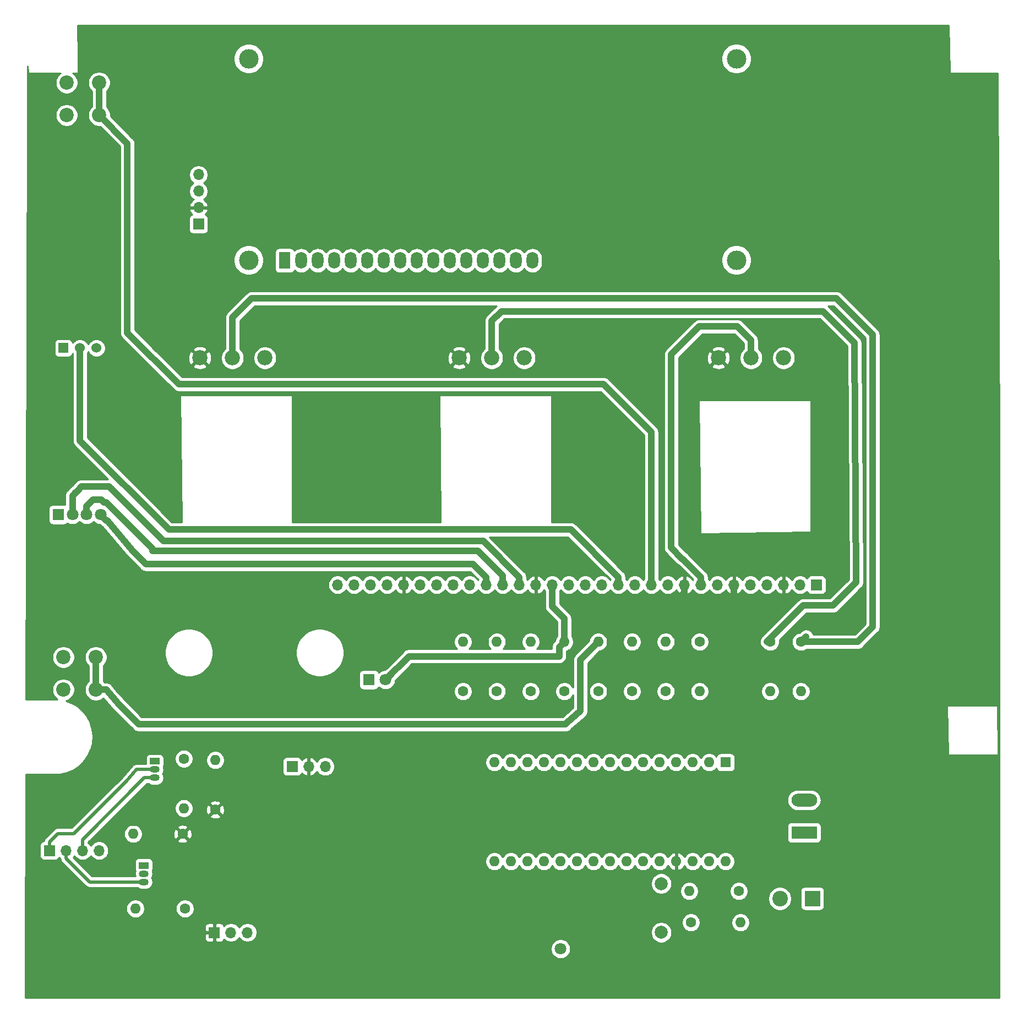
<source format=gbr>
G04 #@! TF.GenerationSoftware,KiCad,Pcbnew,(5.1.5)-3*
G04 #@! TF.CreationDate,2020-05-04T10:21:06+03:00*
G04 #@! TF.ProjectId,respirator-control_rev2,72657370-6972-4617-946f-722d636f6e74,rev?*
G04 #@! TF.SameCoordinates,Original*
G04 #@! TF.FileFunction,Copper,L1,Top*
G04 #@! TF.FilePolarity,Positive*
%FSLAX46Y46*%
G04 Gerber Fmt 4.6, Leading zero omitted, Abs format (unit mm)*
G04 Created by KiCad (PCBNEW (5.1.5)-3) date 2020-05-04 10:21:06*
%MOMM*%
%LPD*%
G04 APERTURE LIST*
%ADD10O,1.600000X1.600000*%
%ADD11C,1.600000*%
%ADD12R,1.500000X1.050000*%
%ADD13O,1.500000X1.050000*%
%ADD14O,1.700000X1.700000*%
%ADD15R,1.700000X1.700000*%
%ADD16C,1.800000*%
%ADD17R,1.800000X1.800000*%
%ADD18C,2.340000*%
%ADD19C,2.200000*%
%ADD20C,2.000000*%
%ADD21C,3.000000*%
%ADD22O,1.800000X2.600000*%
%ADD23R,1.800000X2.600000*%
%ADD24C,1.524000*%
%ADD25R,1.524000X1.524000*%
%ADD26R,1.600000X1.600000*%
%ADD27R,3.960000X1.980000*%
%ADD28O,3.960000X1.980000*%
%ADD29R,2.400000X2.400000*%
%ADD30C,2.400000*%
%ADD31C,1.016000*%
%ADD32C,0.500000*%
%ADD33C,0.254000*%
G04 APERTURE END LIST*
D10*
X156605300Y-191583500D03*
D11*
X156605300Y-183963500D03*
D10*
X149137700Y-207039400D03*
D11*
X156757700Y-207039400D03*
D10*
X161431300Y-184192100D03*
D11*
X161431300Y-191812100D03*
D10*
X148794800Y-195545900D03*
D11*
X156414800Y-195545900D03*
D12*
X152134900Y-184369900D03*
D13*
X152134900Y-186909900D03*
X152134900Y-185639900D03*
D12*
X150445800Y-200384600D03*
D13*
X150445800Y-202924600D03*
X150445800Y-201654600D03*
D14*
X143562400Y-198111300D03*
X141022400Y-198111300D03*
X138482400Y-198111300D03*
D15*
X135942400Y-198111300D03*
D14*
X178335000Y-185170000D03*
X175795000Y-185170000D03*
D15*
X173255000Y-185170000D03*
D14*
X166384300Y-210709700D03*
X163844300Y-210709700D03*
D15*
X161304300Y-210709700D03*
D14*
X158854000Y-94110000D03*
X158854000Y-96650000D03*
X158854000Y-99190000D03*
D15*
X158854000Y-101730000D03*
D16*
X143791000Y-146431000D03*
X141632000Y-146431000D03*
X139473000Y-146431000D03*
D17*
X137314000Y-146431000D03*
D18*
X238820000Y-122301000D03*
X243820000Y-122301000D03*
X248820000Y-122301000D03*
X198942000Y-122301000D03*
X203942000Y-122301000D03*
X208942000Y-122301000D03*
X159064000Y-122301000D03*
X164064000Y-122301000D03*
X169064000Y-122301000D03*
D19*
X138076000Y-173355000D03*
X143076000Y-173355000D03*
X138076000Y-168355000D03*
X143076000Y-168355000D03*
X138584000Y-84963000D03*
X143584000Y-84963000D03*
X138584000Y-79963000D03*
X143584000Y-79963000D03*
D20*
X230024000Y-203193000D03*
X230024000Y-210693000D03*
D16*
X187606000Y-171831000D03*
D17*
X185066000Y-171831000D03*
D21*
X241612000Y-107315000D03*
X241611480Y-76314300D03*
X166612900Y-76314300D03*
X166612900Y-107315000D03*
D22*
X210212000Y-107315000D03*
X207672000Y-107315000D03*
X205132000Y-107315000D03*
X202592000Y-107315000D03*
X200052000Y-107315000D03*
X197512000Y-107315000D03*
X194972000Y-107315000D03*
X192432000Y-107315000D03*
X189892000Y-107315000D03*
X187352000Y-107315000D03*
X184812000Y-107315000D03*
X182272000Y-107315000D03*
X179732000Y-107315000D03*
X177192000Y-107315000D03*
X174652000Y-107315000D03*
D23*
X172112000Y-107315000D03*
D24*
X143156000Y-120777000D03*
X140616000Y-120777000D03*
D25*
X138076000Y-120777000D03*
D10*
X242216000Y-209169000D03*
D11*
X234596000Y-209169000D03*
D10*
X234342000Y-204343000D03*
D11*
X241962000Y-204343000D03*
D10*
X204370000Y-199771000D03*
X204370000Y-184531000D03*
X239930000Y-199771000D03*
X206910000Y-184531000D03*
X237390000Y-199771000D03*
X209450000Y-184531000D03*
X234850000Y-199771000D03*
X211990000Y-184531000D03*
X232310000Y-199771000D03*
X214530000Y-184531000D03*
X229770000Y-199771000D03*
X217070000Y-184531000D03*
X227230000Y-199771000D03*
X219610000Y-184531000D03*
X224690000Y-199771000D03*
X222150000Y-184531000D03*
X222150000Y-199771000D03*
X224690000Y-184531000D03*
X219610000Y-199771000D03*
X227230000Y-184531000D03*
X217070000Y-199771000D03*
X229770000Y-184531000D03*
X214530000Y-199771000D03*
X232310000Y-184531000D03*
X211990000Y-199771000D03*
X234850000Y-184531000D03*
X209450000Y-199771000D03*
X237390000Y-184531000D03*
X206910000Y-199771000D03*
D26*
X239930000Y-184531000D03*
D27*
X251995000Y-195326000D03*
D28*
X251995000Y-190326000D03*
D29*
X253265000Y-205486000D03*
D30*
X248265000Y-205486000D03*
D15*
X253900000Y-157226000D03*
D14*
X251360000Y-157226000D03*
X248820000Y-157226000D03*
X246280000Y-157226000D03*
X243740000Y-157226000D03*
X241200000Y-157226000D03*
X238660000Y-157226000D03*
X236120000Y-157226000D03*
X233580000Y-157226000D03*
X231040000Y-157226000D03*
X228500000Y-157226000D03*
X225960000Y-157226000D03*
X223420000Y-157226000D03*
X220880000Y-157226000D03*
X218340000Y-157226000D03*
X215800000Y-157226000D03*
X213260000Y-157226000D03*
X210720000Y-157226000D03*
X208180000Y-157226000D03*
X205640000Y-157226000D03*
X203100000Y-157226000D03*
X200560000Y-157226000D03*
X198020000Y-157226000D03*
X195480000Y-157226000D03*
X192940000Y-157226000D03*
X190400000Y-157226000D03*
X187860000Y-157226000D03*
X185320000Y-157226000D03*
X182780000Y-157226000D03*
X180240000Y-157226000D03*
D11*
X215126900Y-173609000D03*
D10*
X215126900Y-165989000D03*
X209932600Y-165989000D03*
D11*
X209932600Y-173609000D03*
X204738300Y-173609000D03*
D10*
X204738300Y-165989000D03*
X199544000Y-165989000D03*
D11*
X199544000Y-173609000D03*
X230709800Y-173609000D03*
D10*
X230709800Y-165989000D03*
D11*
X225515500Y-173609000D03*
D10*
X225515500Y-165989000D03*
X220321200Y-165989000D03*
D11*
X220321200Y-173609000D03*
X251487000Y-165989000D03*
D10*
X251487000Y-173609000D03*
X246788000Y-173609000D03*
D11*
X246788000Y-165989000D03*
X235904100Y-165989000D03*
D10*
X235904100Y-173609000D03*
D16*
X214530000Y-213233000D03*
D31*
X251487000Y-165989000D02*
X252286999Y-165189001D01*
X164064000Y-116125000D02*
X164064000Y-122301000D01*
X260250000Y-165989000D02*
X262536000Y-163703000D01*
X251487000Y-165989000D02*
X260250000Y-165989000D01*
X167032000Y-113157000D02*
X164064000Y-116125000D01*
X262536000Y-163703000D02*
X262536000Y-118745000D01*
X262536000Y-118745000D02*
X256948000Y-113157000D01*
X256948000Y-113157000D02*
X167032000Y-113157000D01*
X203942000Y-116633000D02*
X203942000Y-122301000D01*
X254878282Y-115151282D02*
X205423718Y-115151282D01*
X205423718Y-115151282D02*
X203942000Y-116633000D01*
X251872711Y-160408989D02*
X256432011Y-160408989D01*
X259742000Y-120015000D02*
X254878282Y-115151282D01*
X246292700Y-165989000D02*
X251872711Y-160408989D01*
X256432011Y-160408989D02*
X259996000Y-156845000D01*
X259996000Y-156845000D02*
X259742000Y-120015000D01*
X233580000Y-158428081D02*
X233072000Y-158936081D01*
X233580000Y-157226000D02*
X233580000Y-158428081D01*
X233072000Y-158936081D02*
X233072000Y-167513000D01*
X233072000Y-167513000D02*
X235612000Y-170053000D01*
X235612000Y-170053000D02*
X237898000Y-170053000D01*
X241200000Y-166751000D02*
X241200000Y-157226000D01*
X237898000Y-170053000D02*
X241200000Y-166751000D01*
X243820000Y-119587000D02*
X243820000Y-122301000D01*
X241708000Y-117475000D02*
X243820000Y-119587000D01*
X235866000Y-117475000D02*
X241708000Y-117475000D01*
X236120000Y-156023919D02*
X233326000Y-153229919D01*
X231548000Y-121793000D02*
X235866000Y-117475000D01*
X233266919Y-153229919D02*
X231548000Y-151511000D01*
X233326000Y-153229919D02*
X233266919Y-153229919D01*
X236120000Y-157226000D02*
X236120000Y-156023919D01*
X231548000Y-151511000D02*
X231548000Y-121793000D01*
X143584000Y-84963000D02*
X143584000Y-79963000D01*
X228500000Y-133731000D02*
X228500000Y-141859000D01*
X147920011Y-89299011D02*
X147920011Y-118429011D01*
X143584000Y-84963000D02*
X147920011Y-89299011D01*
X221134000Y-126365000D02*
X228500000Y-133731000D01*
X228500000Y-141859000D02*
X228500000Y-157226000D01*
X147920011Y-118429011D02*
X155856000Y-126365000D01*
X155856000Y-126365000D02*
X221134000Y-126365000D01*
X216113081Y-148717000D02*
X223420000Y-156023919D01*
X140616000Y-120777000D02*
X140616000Y-135031074D01*
X140616000Y-135031074D02*
X154301926Y-148717000D01*
X154301926Y-148717000D02*
X216113081Y-148717000D01*
X223420000Y-156023919D02*
X223420000Y-157226000D01*
X143076000Y-168355000D02*
X143076000Y-170387000D01*
X143076000Y-170387000D02*
X143076000Y-173355000D01*
X146585000Y-175645000D02*
X144631634Y-173355000D01*
X149629000Y-178689000D02*
X146585000Y-175645000D01*
X215292000Y-178689000D02*
X149629000Y-178689000D01*
X215546000Y-178435000D02*
X215292000Y-178689000D01*
X217578000Y-168783000D02*
X217578000Y-176657000D01*
X219102000Y-167259000D02*
X217578000Y-168783000D01*
X144631634Y-173355000D02*
X143076000Y-173355000D01*
X217578000Y-176657000D02*
X215546000Y-178435000D01*
X220321200Y-165989000D02*
X219102000Y-167259000D01*
X188505999Y-170931001D02*
X187606000Y-171831000D01*
X214326901Y-166788999D02*
X214326901Y-168224099D01*
X215126900Y-165989000D02*
X214326901Y-166788999D01*
X191212901Y-168224099D02*
X187606000Y-171831000D01*
X214326901Y-168224099D02*
X191212901Y-168224099D01*
X215126900Y-162433000D02*
X215126900Y-165989000D01*
X213260000Y-160566100D02*
X215126900Y-162433000D01*
X213260000Y-157226000D02*
X213260000Y-160566100D01*
X139473000Y-143510000D02*
X140235000Y-142748000D01*
X139473000Y-146431000D02*
X139473000Y-143510000D01*
X139854000Y-143129000D02*
X140235000Y-142748000D01*
X208180000Y-157226000D02*
X208180000Y-156023919D01*
X145053952Y-142120990D02*
X140862010Y-142120990D01*
X202659070Y-150502989D02*
X153435951Y-150502989D01*
X140862010Y-142120990D02*
X140235000Y-142748000D01*
X153435951Y-150502989D02*
X145053952Y-142120990D01*
X208180000Y-156023919D02*
X202659070Y-150502989D01*
X151792000Y-151608158D02*
X151792000Y-152019000D01*
X144706841Y-144522999D02*
X151792000Y-151608158D01*
X201830000Y-152019000D02*
X205640000Y-155829000D01*
X141632000Y-146431000D02*
X141632000Y-145158208D01*
X205640000Y-155829000D02*
X205640000Y-157226000D01*
X151792000Y-152019000D02*
X201830000Y-152019000D01*
X143918000Y-144145000D02*
X144295999Y-144522999D01*
X141632000Y-145158208D02*
X142645208Y-144145000D01*
X142645208Y-144145000D02*
X143918000Y-144145000D01*
X144295999Y-144522999D02*
X144706841Y-144522999D01*
X203100000Y-156023919D02*
X203100000Y-157226000D01*
X144690999Y-147330999D02*
X144817999Y-147330999D01*
X143791000Y-146431000D02*
X144690999Y-147330999D01*
X150746460Y-154021460D02*
X148744000Y-152019000D01*
X201097540Y-154021460D02*
X150746460Y-154021460D01*
X201097540Y-154021460D02*
X203100000Y-156023919D01*
X144817999Y-147330999D02*
X148744000Y-152019000D01*
D32*
X135942400Y-198111300D02*
X135942400Y-196761300D01*
X149302800Y-185639900D02*
X152134900Y-185639900D01*
X135942400Y-196761300D02*
X137225100Y-195478600D01*
X139705400Y-195478600D02*
X147740700Y-187443300D01*
X137225100Y-195478600D02*
X139705400Y-195478600D01*
X147740700Y-187443300D02*
X149302800Y-185639900D01*
X141022400Y-198111300D02*
X141022400Y-196422200D01*
X150534700Y-186909900D02*
X152134900Y-186909900D01*
X141022400Y-196422200D02*
X150534700Y-186909900D01*
X149195800Y-202924600D02*
X150445800Y-202924600D01*
X142093619Y-202924600D02*
X149195800Y-202924600D01*
X138482400Y-199313381D02*
X142093619Y-202924600D01*
X138482400Y-198111300D02*
X138482400Y-199313381D01*
D33*
G36*
X274347019Y-78361189D02*
G01*
X274349440Y-78383776D01*
X274356667Y-78407601D01*
X274368403Y-78429557D01*
X274384197Y-78448803D01*
X274403443Y-78464597D01*
X274425399Y-78476333D01*
X274449224Y-78483560D01*
X274474000Y-78486000D01*
X281743378Y-78486000D01*
X281975001Y-135616377D01*
X281975000Y-220756796D01*
X132207047Y-220756796D01*
X132227952Y-213081816D01*
X212995000Y-213081816D01*
X212995000Y-213384184D01*
X213053989Y-213680743D01*
X213169701Y-213960095D01*
X213337688Y-214211505D01*
X213551495Y-214425312D01*
X213802905Y-214593299D01*
X214082257Y-214709011D01*
X214378816Y-214768000D01*
X214681184Y-214768000D01*
X214977743Y-214709011D01*
X215257095Y-214593299D01*
X215508505Y-214425312D01*
X215722312Y-214211505D01*
X215890299Y-213960095D01*
X216006011Y-213680743D01*
X216065000Y-213384184D01*
X216065000Y-213081816D01*
X216006011Y-212785257D01*
X215890299Y-212505905D01*
X215722312Y-212254495D01*
X215508505Y-212040688D01*
X215257095Y-211872701D01*
X214977743Y-211756989D01*
X214681184Y-211698000D01*
X214378816Y-211698000D01*
X214082257Y-211756989D01*
X213802905Y-211872701D01*
X213551495Y-212040688D01*
X213337688Y-212254495D01*
X213169701Y-212505905D01*
X213053989Y-212785257D01*
X212995000Y-213081816D01*
X132227952Y-213081816D01*
X132232099Y-211559700D01*
X159816228Y-211559700D01*
X159828488Y-211684182D01*
X159864798Y-211803880D01*
X159923763Y-211914194D01*
X160003115Y-212010885D01*
X160099806Y-212090237D01*
X160210120Y-212149202D01*
X160329818Y-212185512D01*
X160454300Y-212197772D01*
X161018550Y-212194700D01*
X161177300Y-212035950D01*
X161177300Y-210836700D01*
X159978050Y-210836700D01*
X159819300Y-210995450D01*
X159816228Y-211559700D01*
X132232099Y-211559700D01*
X132236729Y-209859700D01*
X159816228Y-209859700D01*
X159819300Y-210423950D01*
X159978050Y-210582700D01*
X161177300Y-210582700D01*
X161177300Y-209383450D01*
X161431300Y-209383450D01*
X161431300Y-210582700D01*
X161451300Y-210582700D01*
X161451300Y-210836700D01*
X161431300Y-210836700D01*
X161431300Y-212035950D01*
X161590050Y-212194700D01*
X162154300Y-212197772D01*
X162278782Y-212185512D01*
X162398480Y-212149202D01*
X162508794Y-212090237D01*
X162605485Y-212010885D01*
X162684837Y-211914194D01*
X162743802Y-211803880D01*
X162765813Y-211731320D01*
X162897668Y-211863175D01*
X163140889Y-212025690D01*
X163411142Y-212137632D01*
X163698040Y-212194700D01*
X163990560Y-212194700D01*
X164277458Y-212137632D01*
X164547711Y-212025690D01*
X164790932Y-211863175D01*
X164997775Y-211656332D01*
X165114300Y-211481940D01*
X165230825Y-211656332D01*
X165437668Y-211863175D01*
X165680889Y-212025690D01*
X165951142Y-212137632D01*
X166238040Y-212194700D01*
X166530560Y-212194700D01*
X166817458Y-212137632D01*
X167087711Y-212025690D01*
X167330932Y-211863175D01*
X167537775Y-211656332D01*
X167700290Y-211413111D01*
X167812232Y-211142858D01*
X167869300Y-210855960D01*
X167869300Y-210563440D01*
X167863040Y-210531967D01*
X228389000Y-210531967D01*
X228389000Y-210854033D01*
X228451832Y-211169912D01*
X228575082Y-211467463D01*
X228754013Y-211735252D01*
X228981748Y-211962987D01*
X229249537Y-212141918D01*
X229547088Y-212265168D01*
X229862967Y-212328000D01*
X230185033Y-212328000D01*
X230500912Y-212265168D01*
X230798463Y-212141918D01*
X231066252Y-211962987D01*
X231293987Y-211735252D01*
X231472918Y-211467463D01*
X231596168Y-211169912D01*
X231659000Y-210854033D01*
X231659000Y-210531967D01*
X231596168Y-210216088D01*
X231472918Y-209918537D01*
X231293987Y-209650748D01*
X231066252Y-209423013D01*
X230798463Y-209244082D01*
X230500912Y-209120832D01*
X230185033Y-209058000D01*
X229862967Y-209058000D01*
X229547088Y-209120832D01*
X229249537Y-209244082D01*
X228981748Y-209423013D01*
X228754013Y-209650748D01*
X228575082Y-209918537D01*
X228451832Y-210216088D01*
X228389000Y-210531967D01*
X167863040Y-210531967D01*
X167812232Y-210276542D01*
X167700290Y-210006289D01*
X167537775Y-209763068D01*
X167330932Y-209556225D01*
X167087711Y-209393710D01*
X166817458Y-209281768D01*
X166530560Y-209224700D01*
X166238040Y-209224700D01*
X165951142Y-209281768D01*
X165680889Y-209393710D01*
X165437668Y-209556225D01*
X165230825Y-209763068D01*
X165114300Y-209937460D01*
X164997775Y-209763068D01*
X164790932Y-209556225D01*
X164547711Y-209393710D01*
X164277458Y-209281768D01*
X163990560Y-209224700D01*
X163698040Y-209224700D01*
X163411142Y-209281768D01*
X163140889Y-209393710D01*
X162897668Y-209556225D01*
X162765813Y-209688080D01*
X162743802Y-209615520D01*
X162684837Y-209505206D01*
X162605485Y-209408515D01*
X162508794Y-209329163D01*
X162398480Y-209270198D01*
X162278782Y-209233888D01*
X162154300Y-209221628D01*
X161590050Y-209224700D01*
X161431300Y-209383450D01*
X161177300Y-209383450D01*
X161018550Y-209224700D01*
X160454300Y-209221628D01*
X160329818Y-209233888D01*
X160210120Y-209270198D01*
X160099806Y-209329163D01*
X160003115Y-209408515D01*
X159923763Y-209505206D01*
X159864798Y-209615520D01*
X159828488Y-209735218D01*
X159816228Y-209859700D01*
X132236729Y-209859700D01*
X132238995Y-209027665D01*
X233161000Y-209027665D01*
X233161000Y-209310335D01*
X233216147Y-209587574D01*
X233324320Y-209848727D01*
X233481363Y-210083759D01*
X233681241Y-210283637D01*
X233916273Y-210440680D01*
X234177426Y-210548853D01*
X234454665Y-210604000D01*
X234737335Y-210604000D01*
X235014574Y-210548853D01*
X235275727Y-210440680D01*
X235510759Y-210283637D01*
X235710637Y-210083759D01*
X235867680Y-209848727D01*
X235975853Y-209587574D01*
X236031000Y-209310335D01*
X236031000Y-209027665D01*
X240781000Y-209027665D01*
X240781000Y-209310335D01*
X240836147Y-209587574D01*
X240944320Y-209848727D01*
X241101363Y-210083759D01*
X241301241Y-210283637D01*
X241536273Y-210440680D01*
X241797426Y-210548853D01*
X242074665Y-210604000D01*
X242357335Y-210604000D01*
X242634574Y-210548853D01*
X242895727Y-210440680D01*
X243130759Y-210283637D01*
X243330637Y-210083759D01*
X243487680Y-209848727D01*
X243595853Y-209587574D01*
X243651000Y-209310335D01*
X243651000Y-209027665D01*
X243595853Y-208750426D01*
X243487680Y-208489273D01*
X243330637Y-208254241D01*
X243130759Y-208054363D01*
X242895727Y-207897320D01*
X242634574Y-207789147D01*
X242357335Y-207734000D01*
X242074665Y-207734000D01*
X241797426Y-207789147D01*
X241536273Y-207897320D01*
X241301241Y-208054363D01*
X241101363Y-208254241D01*
X240944320Y-208489273D01*
X240836147Y-208750426D01*
X240781000Y-209027665D01*
X236031000Y-209027665D01*
X235975853Y-208750426D01*
X235867680Y-208489273D01*
X235710637Y-208254241D01*
X235510759Y-208054363D01*
X235275727Y-207897320D01*
X235014574Y-207789147D01*
X234737335Y-207734000D01*
X234454665Y-207734000D01*
X234177426Y-207789147D01*
X233916273Y-207897320D01*
X233681241Y-208054363D01*
X233481363Y-208254241D01*
X233324320Y-208489273D01*
X233216147Y-208750426D01*
X233161000Y-209027665D01*
X132238995Y-209027665D01*
X132244797Y-206898065D01*
X147702700Y-206898065D01*
X147702700Y-207180735D01*
X147757847Y-207457974D01*
X147866020Y-207719127D01*
X148023063Y-207954159D01*
X148222941Y-208154037D01*
X148457973Y-208311080D01*
X148719126Y-208419253D01*
X148996365Y-208474400D01*
X149279035Y-208474400D01*
X149556274Y-208419253D01*
X149817427Y-208311080D01*
X150052459Y-208154037D01*
X150252337Y-207954159D01*
X150409380Y-207719127D01*
X150517553Y-207457974D01*
X150572700Y-207180735D01*
X150572700Y-206898065D01*
X155322700Y-206898065D01*
X155322700Y-207180735D01*
X155377847Y-207457974D01*
X155486020Y-207719127D01*
X155643063Y-207954159D01*
X155842941Y-208154037D01*
X156077973Y-208311080D01*
X156339126Y-208419253D01*
X156616365Y-208474400D01*
X156899035Y-208474400D01*
X157176274Y-208419253D01*
X157437427Y-208311080D01*
X157672459Y-208154037D01*
X157872337Y-207954159D01*
X158029380Y-207719127D01*
X158137553Y-207457974D01*
X158192700Y-207180735D01*
X158192700Y-206898065D01*
X158137553Y-206620826D01*
X158029380Y-206359673D01*
X157872337Y-206124641D01*
X157672459Y-205924763D01*
X157437427Y-205767720D01*
X157176274Y-205659547D01*
X156899035Y-205604400D01*
X156616365Y-205604400D01*
X156339126Y-205659547D01*
X156077973Y-205767720D01*
X155842941Y-205924763D01*
X155643063Y-206124641D01*
X155486020Y-206359673D01*
X155377847Y-206620826D01*
X155322700Y-206898065D01*
X150572700Y-206898065D01*
X150517553Y-206620826D01*
X150409380Y-206359673D01*
X150252337Y-206124641D01*
X150052459Y-205924763D01*
X149817427Y-205767720D01*
X149556274Y-205659547D01*
X149279035Y-205604400D01*
X148996365Y-205604400D01*
X148719126Y-205659547D01*
X148457973Y-205767720D01*
X148222941Y-205924763D01*
X148023063Y-206124641D01*
X147866020Y-206359673D01*
X147757847Y-206620826D01*
X147702700Y-206898065D01*
X132244797Y-206898065D01*
X132271048Y-197261300D01*
X134454328Y-197261300D01*
X134454328Y-198961300D01*
X134466588Y-199085782D01*
X134502898Y-199205480D01*
X134561863Y-199315794D01*
X134641215Y-199412485D01*
X134737906Y-199491837D01*
X134848220Y-199550802D01*
X134967918Y-199587112D01*
X135092400Y-199599372D01*
X136792400Y-199599372D01*
X136916882Y-199587112D01*
X137036580Y-199550802D01*
X137146894Y-199491837D01*
X137243585Y-199412485D01*
X137322937Y-199315794D01*
X137381902Y-199205480D01*
X137403913Y-199132920D01*
X137535768Y-199264775D01*
X137594069Y-199303731D01*
X137593119Y-199313381D01*
X137610205Y-199486871D01*
X137660812Y-199653694D01*
X137742990Y-199807440D01*
X137825868Y-199908427D01*
X137825871Y-199908430D01*
X137853584Y-199942198D01*
X137887351Y-199969910D01*
X141437089Y-203519649D01*
X141464802Y-203553417D01*
X141498570Y-203581130D01*
X141498572Y-203581132D01*
X141579963Y-203647928D01*
X141599560Y-203664011D01*
X141753306Y-203746189D01*
X141920129Y-203796795D01*
X142050142Y-203809600D01*
X142050150Y-203809600D01*
X142093619Y-203813881D01*
X142137088Y-203809600D01*
X149470658Y-203809600D01*
X149573221Y-203893771D01*
X149774740Y-204001485D01*
X149993400Y-204067815D01*
X150163821Y-204084600D01*
X150727779Y-204084600D01*
X150898200Y-204067815D01*
X151116860Y-204001485D01*
X151318379Y-203893771D01*
X151495012Y-203748812D01*
X151639971Y-203572179D01*
X151747685Y-203370660D01*
X151814015Y-203152000D01*
X151825837Y-203031967D01*
X228389000Y-203031967D01*
X228389000Y-203354033D01*
X228451832Y-203669912D01*
X228575082Y-203967463D01*
X228754013Y-204235252D01*
X228981748Y-204462987D01*
X229249537Y-204641918D01*
X229547088Y-204765168D01*
X229862967Y-204828000D01*
X230185033Y-204828000D01*
X230500912Y-204765168D01*
X230798463Y-204641918D01*
X231066252Y-204462987D01*
X231293987Y-204235252D01*
X231316429Y-204201665D01*
X232907000Y-204201665D01*
X232907000Y-204484335D01*
X232962147Y-204761574D01*
X233070320Y-205022727D01*
X233227363Y-205257759D01*
X233427241Y-205457637D01*
X233662273Y-205614680D01*
X233923426Y-205722853D01*
X234200665Y-205778000D01*
X234483335Y-205778000D01*
X234760574Y-205722853D01*
X235021727Y-205614680D01*
X235256759Y-205457637D01*
X235456637Y-205257759D01*
X235613680Y-205022727D01*
X235721853Y-204761574D01*
X235777000Y-204484335D01*
X235777000Y-204201665D01*
X240527000Y-204201665D01*
X240527000Y-204484335D01*
X240582147Y-204761574D01*
X240690320Y-205022727D01*
X240847363Y-205257759D01*
X241047241Y-205457637D01*
X241282273Y-205614680D01*
X241543426Y-205722853D01*
X241820665Y-205778000D01*
X242103335Y-205778000D01*
X242380574Y-205722853D01*
X242641727Y-205614680D01*
X242876759Y-205457637D01*
X243029128Y-205305268D01*
X246430000Y-205305268D01*
X246430000Y-205666732D01*
X246500518Y-206021250D01*
X246638844Y-206355199D01*
X246839662Y-206655744D01*
X247095256Y-206911338D01*
X247395801Y-207112156D01*
X247729750Y-207250482D01*
X248084268Y-207321000D01*
X248445732Y-207321000D01*
X248800250Y-207250482D01*
X249134199Y-207112156D01*
X249434744Y-206911338D01*
X249690338Y-206655744D01*
X249891156Y-206355199D01*
X250029482Y-206021250D01*
X250100000Y-205666732D01*
X250100000Y-205305268D01*
X250029482Y-204950750D01*
X249891156Y-204616801D01*
X249690338Y-204316256D01*
X249660082Y-204286000D01*
X251426928Y-204286000D01*
X251426928Y-206686000D01*
X251439188Y-206810482D01*
X251475498Y-206930180D01*
X251534463Y-207040494D01*
X251613815Y-207137185D01*
X251710506Y-207216537D01*
X251820820Y-207275502D01*
X251940518Y-207311812D01*
X252065000Y-207324072D01*
X254465000Y-207324072D01*
X254589482Y-207311812D01*
X254709180Y-207275502D01*
X254819494Y-207216537D01*
X254916185Y-207137185D01*
X254995537Y-207040494D01*
X255054502Y-206930180D01*
X255090812Y-206810482D01*
X255103072Y-206686000D01*
X255103072Y-204286000D01*
X255090812Y-204161518D01*
X255054502Y-204041820D01*
X254995537Y-203931506D01*
X254916185Y-203834815D01*
X254819494Y-203755463D01*
X254709180Y-203696498D01*
X254589482Y-203660188D01*
X254465000Y-203647928D01*
X252065000Y-203647928D01*
X251940518Y-203660188D01*
X251820820Y-203696498D01*
X251710506Y-203755463D01*
X251613815Y-203834815D01*
X251534463Y-203931506D01*
X251475498Y-204041820D01*
X251439188Y-204161518D01*
X251426928Y-204286000D01*
X249660082Y-204286000D01*
X249434744Y-204060662D01*
X249134199Y-203859844D01*
X248800250Y-203721518D01*
X248445732Y-203651000D01*
X248084268Y-203651000D01*
X247729750Y-203721518D01*
X247395801Y-203859844D01*
X247095256Y-204060662D01*
X246839662Y-204316256D01*
X246638844Y-204616801D01*
X246500518Y-204950750D01*
X246430000Y-205305268D01*
X243029128Y-205305268D01*
X243076637Y-205257759D01*
X243233680Y-205022727D01*
X243341853Y-204761574D01*
X243397000Y-204484335D01*
X243397000Y-204201665D01*
X243341853Y-203924426D01*
X243233680Y-203663273D01*
X243076637Y-203428241D01*
X242876759Y-203228363D01*
X242641727Y-203071320D01*
X242380574Y-202963147D01*
X242103335Y-202908000D01*
X241820665Y-202908000D01*
X241543426Y-202963147D01*
X241282273Y-203071320D01*
X241047241Y-203228363D01*
X240847363Y-203428241D01*
X240690320Y-203663273D01*
X240582147Y-203924426D01*
X240527000Y-204201665D01*
X235777000Y-204201665D01*
X235721853Y-203924426D01*
X235613680Y-203663273D01*
X235456637Y-203428241D01*
X235256759Y-203228363D01*
X235021727Y-203071320D01*
X234760574Y-202963147D01*
X234483335Y-202908000D01*
X234200665Y-202908000D01*
X233923426Y-202963147D01*
X233662273Y-203071320D01*
X233427241Y-203228363D01*
X233227363Y-203428241D01*
X233070320Y-203663273D01*
X232962147Y-203924426D01*
X232907000Y-204201665D01*
X231316429Y-204201665D01*
X231472918Y-203967463D01*
X231596168Y-203669912D01*
X231659000Y-203354033D01*
X231659000Y-203031967D01*
X231596168Y-202716088D01*
X231472918Y-202418537D01*
X231293987Y-202150748D01*
X231066252Y-201923013D01*
X230798463Y-201744082D01*
X230500912Y-201620832D01*
X230185033Y-201558000D01*
X229862967Y-201558000D01*
X229547088Y-201620832D01*
X229249537Y-201744082D01*
X228981748Y-201923013D01*
X228754013Y-202150748D01*
X228575082Y-202418537D01*
X228451832Y-202716088D01*
X228389000Y-203031967D01*
X151825837Y-203031967D01*
X151836412Y-202924600D01*
X151814015Y-202697200D01*
X151747685Y-202478540D01*
X151646695Y-202289600D01*
X151747685Y-202100660D01*
X151814015Y-201882000D01*
X151836412Y-201654600D01*
X151814015Y-201427200D01*
X151750707Y-201218502D01*
X151785302Y-201153780D01*
X151821612Y-201034082D01*
X151833872Y-200909600D01*
X151833872Y-199859600D01*
X151821612Y-199735118D01*
X151789624Y-199629665D01*
X202935000Y-199629665D01*
X202935000Y-199912335D01*
X202990147Y-200189574D01*
X203098320Y-200450727D01*
X203255363Y-200685759D01*
X203455241Y-200885637D01*
X203690273Y-201042680D01*
X203951426Y-201150853D01*
X204228665Y-201206000D01*
X204511335Y-201206000D01*
X204788574Y-201150853D01*
X205049727Y-201042680D01*
X205284759Y-200885637D01*
X205484637Y-200685759D01*
X205640000Y-200453241D01*
X205795363Y-200685759D01*
X205995241Y-200885637D01*
X206230273Y-201042680D01*
X206491426Y-201150853D01*
X206768665Y-201206000D01*
X207051335Y-201206000D01*
X207328574Y-201150853D01*
X207589727Y-201042680D01*
X207824759Y-200885637D01*
X208024637Y-200685759D01*
X208180000Y-200453241D01*
X208335363Y-200685759D01*
X208535241Y-200885637D01*
X208770273Y-201042680D01*
X209031426Y-201150853D01*
X209308665Y-201206000D01*
X209591335Y-201206000D01*
X209868574Y-201150853D01*
X210129727Y-201042680D01*
X210364759Y-200885637D01*
X210564637Y-200685759D01*
X210720000Y-200453241D01*
X210875363Y-200685759D01*
X211075241Y-200885637D01*
X211310273Y-201042680D01*
X211571426Y-201150853D01*
X211848665Y-201206000D01*
X212131335Y-201206000D01*
X212408574Y-201150853D01*
X212669727Y-201042680D01*
X212904759Y-200885637D01*
X213104637Y-200685759D01*
X213260000Y-200453241D01*
X213415363Y-200685759D01*
X213615241Y-200885637D01*
X213850273Y-201042680D01*
X214111426Y-201150853D01*
X214388665Y-201206000D01*
X214671335Y-201206000D01*
X214948574Y-201150853D01*
X215209727Y-201042680D01*
X215444759Y-200885637D01*
X215644637Y-200685759D01*
X215800000Y-200453241D01*
X215955363Y-200685759D01*
X216155241Y-200885637D01*
X216390273Y-201042680D01*
X216651426Y-201150853D01*
X216928665Y-201206000D01*
X217211335Y-201206000D01*
X217488574Y-201150853D01*
X217749727Y-201042680D01*
X217984759Y-200885637D01*
X218184637Y-200685759D01*
X218340000Y-200453241D01*
X218495363Y-200685759D01*
X218695241Y-200885637D01*
X218930273Y-201042680D01*
X219191426Y-201150853D01*
X219468665Y-201206000D01*
X219751335Y-201206000D01*
X220028574Y-201150853D01*
X220289727Y-201042680D01*
X220524759Y-200885637D01*
X220724637Y-200685759D01*
X220880000Y-200453241D01*
X221035363Y-200685759D01*
X221235241Y-200885637D01*
X221470273Y-201042680D01*
X221731426Y-201150853D01*
X222008665Y-201206000D01*
X222291335Y-201206000D01*
X222568574Y-201150853D01*
X222829727Y-201042680D01*
X223064759Y-200885637D01*
X223264637Y-200685759D01*
X223420000Y-200453241D01*
X223575363Y-200685759D01*
X223775241Y-200885637D01*
X224010273Y-201042680D01*
X224271426Y-201150853D01*
X224548665Y-201206000D01*
X224831335Y-201206000D01*
X225108574Y-201150853D01*
X225369727Y-201042680D01*
X225604759Y-200885637D01*
X225804637Y-200685759D01*
X225960000Y-200453241D01*
X226115363Y-200685759D01*
X226315241Y-200885637D01*
X226550273Y-201042680D01*
X226811426Y-201150853D01*
X227088665Y-201206000D01*
X227371335Y-201206000D01*
X227648574Y-201150853D01*
X227909727Y-201042680D01*
X228144759Y-200885637D01*
X228344637Y-200685759D01*
X228500000Y-200453241D01*
X228655363Y-200685759D01*
X228855241Y-200885637D01*
X229090273Y-201042680D01*
X229351426Y-201150853D01*
X229628665Y-201206000D01*
X229911335Y-201206000D01*
X230188574Y-201150853D01*
X230449727Y-201042680D01*
X230684759Y-200885637D01*
X230884637Y-200685759D01*
X231041680Y-200450727D01*
X231046067Y-200440135D01*
X231157615Y-200626131D01*
X231346586Y-200834519D01*
X231572580Y-201002037D01*
X231826913Y-201122246D01*
X231960961Y-201162904D01*
X232183000Y-201040915D01*
X232183000Y-199898000D01*
X232163000Y-199898000D01*
X232163000Y-199644000D01*
X232183000Y-199644000D01*
X232183000Y-198501085D01*
X232437000Y-198501085D01*
X232437000Y-199644000D01*
X232457000Y-199644000D01*
X232457000Y-199898000D01*
X232437000Y-199898000D01*
X232437000Y-201040915D01*
X232659039Y-201162904D01*
X232793087Y-201122246D01*
X233047420Y-201002037D01*
X233273414Y-200834519D01*
X233462385Y-200626131D01*
X233573933Y-200440135D01*
X233578320Y-200450727D01*
X233735363Y-200685759D01*
X233935241Y-200885637D01*
X234170273Y-201042680D01*
X234431426Y-201150853D01*
X234708665Y-201206000D01*
X234991335Y-201206000D01*
X235268574Y-201150853D01*
X235529727Y-201042680D01*
X235764759Y-200885637D01*
X235964637Y-200685759D01*
X236120000Y-200453241D01*
X236275363Y-200685759D01*
X236475241Y-200885637D01*
X236710273Y-201042680D01*
X236971426Y-201150853D01*
X237248665Y-201206000D01*
X237531335Y-201206000D01*
X237808574Y-201150853D01*
X238069727Y-201042680D01*
X238304759Y-200885637D01*
X238504637Y-200685759D01*
X238660000Y-200453241D01*
X238815363Y-200685759D01*
X239015241Y-200885637D01*
X239250273Y-201042680D01*
X239511426Y-201150853D01*
X239788665Y-201206000D01*
X240071335Y-201206000D01*
X240348574Y-201150853D01*
X240609727Y-201042680D01*
X240844759Y-200885637D01*
X241044637Y-200685759D01*
X241201680Y-200450727D01*
X241309853Y-200189574D01*
X241365000Y-199912335D01*
X241365000Y-199629665D01*
X241309853Y-199352426D01*
X241201680Y-199091273D01*
X241044637Y-198856241D01*
X240844759Y-198656363D01*
X240609727Y-198499320D01*
X240348574Y-198391147D01*
X240071335Y-198336000D01*
X239788665Y-198336000D01*
X239511426Y-198391147D01*
X239250273Y-198499320D01*
X239015241Y-198656363D01*
X238815363Y-198856241D01*
X238660000Y-199088759D01*
X238504637Y-198856241D01*
X238304759Y-198656363D01*
X238069727Y-198499320D01*
X237808574Y-198391147D01*
X237531335Y-198336000D01*
X237248665Y-198336000D01*
X236971426Y-198391147D01*
X236710273Y-198499320D01*
X236475241Y-198656363D01*
X236275363Y-198856241D01*
X236120000Y-199088759D01*
X235964637Y-198856241D01*
X235764759Y-198656363D01*
X235529727Y-198499320D01*
X235268574Y-198391147D01*
X234991335Y-198336000D01*
X234708665Y-198336000D01*
X234431426Y-198391147D01*
X234170273Y-198499320D01*
X233935241Y-198656363D01*
X233735363Y-198856241D01*
X233578320Y-199091273D01*
X233573933Y-199101865D01*
X233462385Y-198915869D01*
X233273414Y-198707481D01*
X233047420Y-198539963D01*
X232793087Y-198419754D01*
X232659039Y-198379096D01*
X232437000Y-198501085D01*
X232183000Y-198501085D01*
X231960961Y-198379096D01*
X231826913Y-198419754D01*
X231572580Y-198539963D01*
X231346586Y-198707481D01*
X231157615Y-198915869D01*
X231046067Y-199101865D01*
X231041680Y-199091273D01*
X230884637Y-198856241D01*
X230684759Y-198656363D01*
X230449727Y-198499320D01*
X230188574Y-198391147D01*
X229911335Y-198336000D01*
X229628665Y-198336000D01*
X229351426Y-198391147D01*
X229090273Y-198499320D01*
X228855241Y-198656363D01*
X228655363Y-198856241D01*
X228500000Y-199088759D01*
X228344637Y-198856241D01*
X228144759Y-198656363D01*
X227909727Y-198499320D01*
X227648574Y-198391147D01*
X227371335Y-198336000D01*
X227088665Y-198336000D01*
X226811426Y-198391147D01*
X226550273Y-198499320D01*
X226315241Y-198656363D01*
X226115363Y-198856241D01*
X225960000Y-199088759D01*
X225804637Y-198856241D01*
X225604759Y-198656363D01*
X225369727Y-198499320D01*
X225108574Y-198391147D01*
X224831335Y-198336000D01*
X224548665Y-198336000D01*
X224271426Y-198391147D01*
X224010273Y-198499320D01*
X223775241Y-198656363D01*
X223575363Y-198856241D01*
X223420000Y-199088759D01*
X223264637Y-198856241D01*
X223064759Y-198656363D01*
X222829727Y-198499320D01*
X222568574Y-198391147D01*
X222291335Y-198336000D01*
X222008665Y-198336000D01*
X221731426Y-198391147D01*
X221470273Y-198499320D01*
X221235241Y-198656363D01*
X221035363Y-198856241D01*
X220880000Y-199088759D01*
X220724637Y-198856241D01*
X220524759Y-198656363D01*
X220289727Y-198499320D01*
X220028574Y-198391147D01*
X219751335Y-198336000D01*
X219468665Y-198336000D01*
X219191426Y-198391147D01*
X218930273Y-198499320D01*
X218695241Y-198656363D01*
X218495363Y-198856241D01*
X218340000Y-199088759D01*
X218184637Y-198856241D01*
X217984759Y-198656363D01*
X217749727Y-198499320D01*
X217488574Y-198391147D01*
X217211335Y-198336000D01*
X216928665Y-198336000D01*
X216651426Y-198391147D01*
X216390273Y-198499320D01*
X216155241Y-198656363D01*
X215955363Y-198856241D01*
X215800000Y-199088759D01*
X215644637Y-198856241D01*
X215444759Y-198656363D01*
X215209727Y-198499320D01*
X214948574Y-198391147D01*
X214671335Y-198336000D01*
X214388665Y-198336000D01*
X214111426Y-198391147D01*
X213850273Y-198499320D01*
X213615241Y-198656363D01*
X213415363Y-198856241D01*
X213260000Y-199088759D01*
X213104637Y-198856241D01*
X212904759Y-198656363D01*
X212669727Y-198499320D01*
X212408574Y-198391147D01*
X212131335Y-198336000D01*
X211848665Y-198336000D01*
X211571426Y-198391147D01*
X211310273Y-198499320D01*
X211075241Y-198656363D01*
X210875363Y-198856241D01*
X210720000Y-199088759D01*
X210564637Y-198856241D01*
X210364759Y-198656363D01*
X210129727Y-198499320D01*
X209868574Y-198391147D01*
X209591335Y-198336000D01*
X209308665Y-198336000D01*
X209031426Y-198391147D01*
X208770273Y-198499320D01*
X208535241Y-198656363D01*
X208335363Y-198856241D01*
X208180000Y-199088759D01*
X208024637Y-198856241D01*
X207824759Y-198656363D01*
X207589727Y-198499320D01*
X207328574Y-198391147D01*
X207051335Y-198336000D01*
X206768665Y-198336000D01*
X206491426Y-198391147D01*
X206230273Y-198499320D01*
X205995241Y-198656363D01*
X205795363Y-198856241D01*
X205640000Y-199088759D01*
X205484637Y-198856241D01*
X205284759Y-198656363D01*
X205049727Y-198499320D01*
X204788574Y-198391147D01*
X204511335Y-198336000D01*
X204228665Y-198336000D01*
X203951426Y-198391147D01*
X203690273Y-198499320D01*
X203455241Y-198656363D01*
X203255363Y-198856241D01*
X203098320Y-199091273D01*
X202990147Y-199352426D01*
X202935000Y-199629665D01*
X151789624Y-199629665D01*
X151785302Y-199615420D01*
X151726337Y-199505106D01*
X151646985Y-199408415D01*
X151550294Y-199329063D01*
X151439980Y-199270098D01*
X151320282Y-199233788D01*
X151195800Y-199221528D01*
X149695800Y-199221528D01*
X149571318Y-199233788D01*
X149451620Y-199270098D01*
X149341306Y-199329063D01*
X149244615Y-199408415D01*
X149165263Y-199505106D01*
X149106298Y-199615420D01*
X149069988Y-199735118D01*
X149057728Y-199859600D01*
X149057728Y-200909600D01*
X149069988Y-201034082D01*
X149106298Y-201153780D01*
X149140893Y-201218502D01*
X149077585Y-201427200D01*
X149055188Y-201654600D01*
X149077585Y-201882000D01*
X149125393Y-202039600D01*
X142460198Y-202039600D01*
X139557202Y-199136605D01*
X139635875Y-199057932D01*
X139752400Y-198883540D01*
X139868925Y-199057932D01*
X140075768Y-199264775D01*
X140318989Y-199427290D01*
X140589242Y-199539232D01*
X140876140Y-199596300D01*
X141168660Y-199596300D01*
X141455558Y-199539232D01*
X141725811Y-199427290D01*
X141969032Y-199264775D01*
X142175875Y-199057932D01*
X142292400Y-198883540D01*
X142408925Y-199057932D01*
X142615768Y-199264775D01*
X142858989Y-199427290D01*
X143129242Y-199539232D01*
X143416140Y-199596300D01*
X143708660Y-199596300D01*
X143995558Y-199539232D01*
X144265811Y-199427290D01*
X144509032Y-199264775D01*
X144715875Y-199057932D01*
X144878390Y-198814711D01*
X144990332Y-198544458D01*
X145047400Y-198257560D01*
X145047400Y-197965040D01*
X144990332Y-197678142D01*
X144878390Y-197407889D01*
X144715875Y-197164668D01*
X144509032Y-196957825D01*
X144265811Y-196795310D01*
X143995558Y-196683368D01*
X143708660Y-196626300D01*
X143416140Y-196626300D01*
X143129242Y-196683368D01*
X142858989Y-196795310D01*
X142615768Y-196957825D01*
X142408925Y-197164668D01*
X142292400Y-197339060D01*
X142175875Y-197164668D01*
X141969032Y-196957825D01*
X141907400Y-196916644D01*
X141907400Y-196788778D01*
X143291613Y-195404565D01*
X147359800Y-195404565D01*
X147359800Y-195687235D01*
X147414947Y-195964474D01*
X147523120Y-196225627D01*
X147680163Y-196460659D01*
X147880041Y-196660537D01*
X148115073Y-196817580D01*
X148376226Y-196925753D01*
X148653465Y-196980900D01*
X148936135Y-196980900D01*
X149213374Y-196925753D01*
X149474527Y-196817580D01*
X149709559Y-196660537D01*
X149831494Y-196538602D01*
X155601703Y-196538602D01*
X155673286Y-196782571D01*
X155928796Y-196903471D01*
X156202984Y-196972200D01*
X156485312Y-196986117D01*
X156764930Y-196944687D01*
X157031092Y-196849503D01*
X157156314Y-196782571D01*
X157227897Y-196538602D01*
X156414800Y-195725505D01*
X155601703Y-196538602D01*
X149831494Y-196538602D01*
X149909437Y-196460659D01*
X150066480Y-196225627D01*
X150174653Y-195964474D01*
X150229800Y-195687235D01*
X150229800Y-195616412D01*
X154974583Y-195616412D01*
X155016013Y-195896030D01*
X155111197Y-196162192D01*
X155178129Y-196287414D01*
X155422098Y-196358997D01*
X156235195Y-195545900D01*
X156594405Y-195545900D01*
X157407502Y-196358997D01*
X157651471Y-196287414D01*
X157772371Y-196031904D01*
X157841100Y-195757716D01*
X157855017Y-195475388D01*
X157813587Y-195195770D01*
X157718403Y-194929608D01*
X157651471Y-194804386D01*
X157407502Y-194732803D01*
X156594405Y-195545900D01*
X156235195Y-195545900D01*
X155422098Y-194732803D01*
X155178129Y-194804386D01*
X155057229Y-195059896D01*
X154988500Y-195334084D01*
X154974583Y-195616412D01*
X150229800Y-195616412D01*
X150229800Y-195404565D01*
X150174653Y-195127326D01*
X150066480Y-194866173D01*
X149909437Y-194631141D01*
X149831494Y-194553198D01*
X155601703Y-194553198D01*
X156414800Y-195366295D01*
X157227897Y-194553198D01*
X157164169Y-194336000D01*
X249376928Y-194336000D01*
X249376928Y-196316000D01*
X249389188Y-196440482D01*
X249425498Y-196560180D01*
X249484463Y-196670494D01*
X249563815Y-196767185D01*
X249660506Y-196846537D01*
X249770820Y-196905502D01*
X249890518Y-196941812D01*
X250015000Y-196954072D01*
X253975000Y-196954072D01*
X254099482Y-196941812D01*
X254219180Y-196905502D01*
X254329494Y-196846537D01*
X254426185Y-196767185D01*
X254505537Y-196670494D01*
X254564502Y-196560180D01*
X254600812Y-196440482D01*
X254613072Y-196316000D01*
X254613072Y-194336000D01*
X254600812Y-194211518D01*
X254564502Y-194091820D01*
X254505537Y-193981506D01*
X254426185Y-193884815D01*
X254329494Y-193805463D01*
X254219180Y-193746498D01*
X254099482Y-193710188D01*
X253975000Y-193697928D01*
X250015000Y-193697928D01*
X249890518Y-193710188D01*
X249770820Y-193746498D01*
X249660506Y-193805463D01*
X249563815Y-193884815D01*
X249484463Y-193981506D01*
X249425498Y-194091820D01*
X249389188Y-194211518D01*
X249376928Y-194336000D01*
X157164169Y-194336000D01*
X157156314Y-194309229D01*
X156900804Y-194188329D01*
X156626616Y-194119600D01*
X156344288Y-194105683D01*
X156064670Y-194147113D01*
X155798508Y-194242297D01*
X155673286Y-194309229D01*
X155601703Y-194553198D01*
X149831494Y-194553198D01*
X149709559Y-194431263D01*
X149474527Y-194274220D01*
X149213374Y-194166047D01*
X148936135Y-194110900D01*
X148653465Y-194110900D01*
X148376226Y-194166047D01*
X148115073Y-194274220D01*
X147880041Y-194431263D01*
X147680163Y-194631141D01*
X147523120Y-194866173D01*
X147414947Y-195127326D01*
X147359800Y-195404565D01*
X143291613Y-195404565D01*
X147254013Y-191442165D01*
X155170300Y-191442165D01*
X155170300Y-191724835D01*
X155225447Y-192002074D01*
X155333620Y-192263227D01*
X155490663Y-192498259D01*
X155690541Y-192698137D01*
X155925573Y-192855180D01*
X156186726Y-192963353D01*
X156463965Y-193018500D01*
X156746635Y-193018500D01*
X157023874Y-192963353D01*
X157285027Y-192855180D01*
X157360423Y-192804802D01*
X160618203Y-192804802D01*
X160689786Y-193048771D01*
X160945296Y-193169671D01*
X161219484Y-193238400D01*
X161501812Y-193252317D01*
X161781430Y-193210887D01*
X162047592Y-193115703D01*
X162172814Y-193048771D01*
X162244397Y-192804802D01*
X161431300Y-191991705D01*
X160618203Y-192804802D01*
X157360423Y-192804802D01*
X157520059Y-192698137D01*
X157719937Y-192498259D01*
X157876980Y-192263227D01*
X157985153Y-192002074D01*
X158008915Y-191882612D01*
X159991083Y-191882612D01*
X160032513Y-192162230D01*
X160127697Y-192428392D01*
X160194629Y-192553614D01*
X160438598Y-192625197D01*
X161251695Y-191812100D01*
X161610905Y-191812100D01*
X162424002Y-192625197D01*
X162667971Y-192553614D01*
X162788871Y-192298104D01*
X162857600Y-192023916D01*
X162871517Y-191741588D01*
X162830087Y-191461970D01*
X162734903Y-191195808D01*
X162667971Y-191070586D01*
X162424002Y-190999003D01*
X161610905Y-191812100D01*
X161251695Y-191812100D01*
X160438598Y-190999003D01*
X160194629Y-191070586D01*
X160073729Y-191326096D01*
X160005000Y-191600284D01*
X159991083Y-191882612D01*
X158008915Y-191882612D01*
X158040300Y-191724835D01*
X158040300Y-191442165D01*
X157985153Y-191164926D01*
X157876980Y-190903773D01*
X157820603Y-190819398D01*
X160618203Y-190819398D01*
X161431300Y-191632495D01*
X162244397Y-190819398D01*
X162172814Y-190575429D01*
X161917304Y-190454529D01*
X161643116Y-190385800D01*
X161360788Y-190371883D01*
X161081170Y-190413313D01*
X160815008Y-190508497D01*
X160689786Y-190575429D01*
X160618203Y-190819398D01*
X157820603Y-190819398D01*
X157719937Y-190668741D01*
X157520059Y-190468863D01*
X157306249Y-190326000D01*
X249372138Y-190326000D01*
X249403513Y-190644556D01*
X249496432Y-190950869D01*
X249647325Y-191233170D01*
X249850392Y-191480608D01*
X250097830Y-191683675D01*
X250380131Y-191834568D01*
X250686444Y-191927487D01*
X250925176Y-191951000D01*
X253064824Y-191951000D01*
X253303556Y-191927487D01*
X253609869Y-191834568D01*
X253892170Y-191683675D01*
X254139608Y-191480608D01*
X254342675Y-191233170D01*
X254493568Y-190950869D01*
X254586487Y-190644556D01*
X254617862Y-190326000D01*
X254586487Y-190007444D01*
X254493568Y-189701131D01*
X254342675Y-189418830D01*
X254139608Y-189171392D01*
X253892170Y-188968325D01*
X253609869Y-188817432D01*
X253303556Y-188724513D01*
X253064824Y-188701000D01*
X250925176Y-188701000D01*
X250686444Y-188724513D01*
X250380131Y-188817432D01*
X250097830Y-188968325D01*
X249850392Y-189171392D01*
X249647325Y-189418830D01*
X249496432Y-189701131D01*
X249403513Y-190007444D01*
X249372138Y-190326000D01*
X157306249Y-190326000D01*
X157285027Y-190311820D01*
X157023874Y-190203647D01*
X156746635Y-190148500D01*
X156463965Y-190148500D01*
X156186726Y-190203647D01*
X155925573Y-190311820D01*
X155690541Y-190468863D01*
X155490663Y-190668741D01*
X155333620Y-190903773D01*
X155225447Y-191164926D01*
X155170300Y-191442165D01*
X147254013Y-191442165D01*
X150901279Y-187794900D01*
X151159758Y-187794900D01*
X151262321Y-187879071D01*
X151463840Y-187986785D01*
X151682500Y-188053115D01*
X151852921Y-188069900D01*
X152416879Y-188069900D01*
X152587300Y-188053115D01*
X152805960Y-187986785D01*
X153007479Y-187879071D01*
X153184112Y-187734112D01*
X153329071Y-187557479D01*
X153436785Y-187355960D01*
X153503115Y-187137300D01*
X153525512Y-186909900D01*
X153503115Y-186682500D01*
X153436785Y-186463840D01*
X153335795Y-186274900D01*
X153436785Y-186085960D01*
X153503115Y-185867300D01*
X153525512Y-185639900D01*
X153503115Y-185412500D01*
X153439807Y-185203802D01*
X153474402Y-185139080D01*
X153510712Y-185019382D01*
X153522972Y-184894900D01*
X153522972Y-183844900D01*
X153520733Y-183822165D01*
X155170300Y-183822165D01*
X155170300Y-184104835D01*
X155225447Y-184382074D01*
X155333620Y-184643227D01*
X155490663Y-184878259D01*
X155690541Y-185078137D01*
X155925573Y-185235180D01*
X156186726Y-185343353D01*
X156463965Y-185398500D01*
X156746635Y-185398500D01*
X157023874Y-185343353D01*
X157285027Y-185235180D01*
X157520059Y-185078137D01*
X157719937Y-184878259D01*
X157876980Y-184643227D01*
X157985153Y-184382074D01*
X158040300Y-184104835D01*
X158040300Y-184050765D01*
X159996300Y-184050765D01*
X159996300Y-184333435D01*
X160051447Y-184610674D01*
X160159620Y-184871827D01*
X160316663Y-185106859D01*
X160516541Y-185306737D01*
X160751573Y-185463780D01*
X161012726Y-185571953D01*
X161289965Y-185627100D01*
X161572635Y-185627100D01*
X161849874Y-185571953D01*
X162111027Y-185463780D01*
X162346059Y-185306737D01*
X162545937Y-185106859D01*
X162702980Y-184871827D01*
X162811153Y-184610674D01*
X162866300Y-184333435D01*
X162866300Y-184320000D01*
X171766928Y-184320000D01*
X171766928Y-186020000D01*
X171779188Y-186144482D01*
X171815498Y-186264180D01*
X171874463Y-186374494D01*
X171953815Y-186471185D01*
X172050506Y-186550537D01*
X172160820Y-186609502D01*
X172280518Y-186645812D01*
X172405000Y-186658072D01*
X174105000Y-186658072D01*
X174229482Y-186645812D01*
X174349180Y-186609502D01*
X174459494Y-186550537D01*
X174556185Y-186471185D01*
X174635537Y-186374494D01*
X174694502Y-186264180D01*
X174718966Y-186183534D01*
X174794731Y-186267588D01*
X175028080Y-186441641D01*
X175290901Y-186566825D01*
X175438110Y-186611476D01*
X175668000Y-186490155D01*
X175668000Y-185297000D01*
X175648000Y-185297000D01*
X175648000Y-185043000D01*
X175668000Y-185043000D01*
X175668000Y-183849845D01*
X175922000Y-183849845D01*
X175922000Y-185043000D01*
X175942000Y-185043000D01*
X175942000Y-185297000D01*
X175922000Y-185297000D01*
X175922000Y-186490155D01*
X176151890Y-186611476D01*
X176299099Y-186566825D01*
X176561920Y-186441641D01*
X176795269Y-186267588D01*
X176990178Y-186051355D01*
X177059805Y-185934466D01*
X177181525Y-186116632D01*
X177388368Y-186323475D01*
X177631589Y-186485990D01*
X177901842Y-186597932D01*
X178188740Y-186655000D01*
X178481260Y-186655000D01*
X178768158Y-186597932D01*
X179038411Y-186485990D01*
X179281632Y-186323475D01*
X179488475Y-186116632D01*
X179650990Y-185873411D01*
X179762932Y-185603158D01*
X179820000Y-185316260D01*
X179820000Y-185023740D01*
X179762932Y-184736842D01*
X179650990Y-184466589D01*
X179599592Y-184389665D01*
X202935000Y-184389665D01*
X202935000Y-184672335D01*
X202990147Y-184949574D01*
X203098320Y-185210727D01*
X203255363Y-185445759D01*
X203455241Y-185645637D01*
X203690273Y-185802680D01*
X203951426Y-185910853D01*
X204228665Y-185966000D01*
X204511335Y-185966000D01*
X204788574Y-185910853D01*
X205049727Y-185802680D01*
X205284759Y-185645637D01*
X205484637Y-185445759D01*
X205640000Y-185213241D01*
X205795363Y-185445759D01*
X205995241Y-185645637D01*
X206230273Y-185802680D01*
X206491426Y-185910853D01*
X206768665Y-185966000D01*
X207051335Y-185966000D01*
X207328574Y-185910853D01*
X207589727Y-185802680D01*
X207824759Y-185645637D01*
X208024637Y-185445759D01*
X208180000Y-185213241D01*
X208335363Y-185445759D01*
X208535241Y-185645637D01*
X208770273Y-185802680D01*
X209031426Y-185910853D01*
X209308665Y-185966000D01*
X209591335Y-185966000D01*
X209868574Y-185910853D01*
X210129727Y-185802680D01*
X210364759Y-185645637D01*
X210564637Y-185445759D01*
X210720000Y-185213241D01*
X210875363Y-185445759D01*
X211075241Y-185645637D01*
X211310273Y-185802680D01*
X211571426Y-185910853D01*
X211848665Y-185966000D01*
X212131335Y-185966000D01*
X212408574Y-185910853D01*
X212669727Y-185802680D01*
X212904759Y-185645637D01*
X213104637Y-185445759D01*
X213260000Y-185213241D01*
X213415363Y-185445759D01*
X213615241Y-185645637D01*
X213850273Y-185802680D01*
X214111426Y-185910853D01*
X214388665Y-185966000D01*
X214671335Y-185966000D01*
X214948574Y-185910853D01*
X215209727Y-185802680D01*
X215444759Y-185645637D01*
X215644637Y-185445759D01*
X215800000Y-185213241D01*
X215955363Y-185445759D01*
X216155241Y-185645637D01*
X216390273Y-185802680D01*
X216651426Y-185910853D01*
X216928665Y-185966000D01*
X217211335Y-185966000D01*
X217488574Y-185910853D01*
X217749727Y-185802680D01*
X217984759Y-185645637D01*
X218184637Y-185445759D01*
X218340000Y-185213241D01*
X218495363Y-185445759D01*
X218695241Y-185645637D01*
X218930273Y-185802680D01*
X219191426Y-185910853D01*
X219468665Y-185966000D01*
X219751335Y-185966000D01*
X220028574Y-185910853D01*
X220289727Y-185802680D01*
X220524759Y-185645637D01*
X220724637Y-185445759D01*
X220880000Y-185213241D01*
X221035363Y-185445759D01*
X221235241Y-185645637D01*
X221470273Y-185802680D01*
X221731426Y-185910853D01*
X222008665Y-185966000D01*
X222291335Y-185966000D01*
X222568574Y-185910853D01*
X222829727Y-185802680D01*
X223064759Y-185645637D01*
X223264637Y-185445759D01*
X223420000Y-185213241D01*
X223575363Y-185445759D01*
X223775241Y-185645637D01*
X224010273Y-185802680D01*
X224271426Y-185910853D01*
X224548665Y-185966000D01*
X224831335Y-185966000D01*
X225108574Y-185910853D01*
X225369727Y-185802680D01*
X225604759Y-185645637D01*
X225804637Y-185445759D01*
X225960000Y-185213241D01*
X226115363Y-185445759D01*
X226315241Y-185645637D01*
X226550273Y-185802680D01*
X226811426Y-185910853D01*
X227088665Y-185966000D01*
X227371335Y-185966000D01*
X227648574Y-185910853D01*
X227909727Y-185802680D01*
X228144759Y-185645637D01*
X228344637Y-185445759D01*
X228500000Y-185213241D01*
X228655363Y-185445759D01*
X228855241Y-185645637D01*
X229090273Y-185802680D01*
X229351426Y-185910853D01*
X229628665Y-185966000D01*
X229911335Y-185966000D01*
X230188574Y-185910853D01*
X230449727Y-185802680D01*
X230684759Y-185645637D01*
X230884637Y-185445759D01*
X231040000Y-185213241D01*
X231195363Y-185445759D01*
X231395241Y-185645637D01*
X231630273Y-185802680D01*
X231891426Y-185910853D01*
X232168665Y-185966000D01*
X232451335Y-185966000D01*
X232728574Y-185910853D01*
X232989727Y-185802680D01*
X233224759Y-185645637D01*
X233424637Y-185445759D01*
X233580000Y-185213241D01*
X233735363Y-185445759D01*
X233935241Y-185645637D01*
X234170273Y-185802680D01*
X234431426Y-185910853D01*
X234708665Y-185966000D01*
X234991335Y-185966000D01*
X235268574Y-185910853D01*
X235529727Y-185802680D01*
X235764759Y-185645637D01*
X235964637Y-185445759D01*
X236120000Y-185213241D01*
X236275363Y-185445759D01*
X236475241Y-185645637D01*
X236710273Y-185802680D01*
X236971426Y-185910853D01*
X237248665Y-185966000D01*
X237531335Y-185966000D01*
X237808574Y-185910853D01*
X238069727Y-185802680D01*
X238304759Y-185645637D01*
X238503357Y-185447039D01*
X238504188Y-185455482D01*
X238540498Y-185575180D01*
X238599463Y-185685494D01*
X238678815Y-185782185D01*
X238775506Y-185861537D01*
X238885820Y-185920502D01*
X239005518Y-185956812D01*
X239130000Y-185969072D01*
X240730000Y-185969072D01*
X240854482Y-185956812D01*
X240974180Y-185920502D01*
X241084494Y-185861537D01*
X241181185Y-185782185D01*
X241260537Y-185685494D01*
X241319502Y-185575180D01*
X241355812Y-185455482D01*
X241368072Y-185331000D01*
X241368072Y-183731000D01*
X241355812Y-183606518D01*
X241319502Y-183486820D01*
X241260537Y-183376506D01*
X241181185Y-183279815D01*
X241084494Y-183200463D01*
X240974180Y-183141498D01*
X240854482Y-183105188D01*
X240730000Y-183092928D01*
X239130000Y-183092928D01*
X239005518Y-183105188D01*
X238885820Y-183141498D01*
X238775506Y-183200463D01*
X238678815Y-183279815D01*
X238599463Y-183376506D01*
X238540498Y-183486820D01*
X238504188Y-183606518D01*
X238503357Y-183614961D01*
X238304759Y-183416363D01*
X238069727Y-183259320D01*
X237808574Y-183151147D01*
X237531335Y-183096000D01*
X237248665Y-183096000D01*
X236971426Y-183151147D01*
X236710273Y-183259320D01*
X236475241Y-183416363D01*
X236275363Y-183616241D01*
X236120000Y-183848759D01*
X235964637Y-183616241D01*
X235764759Y-183416363D01*
X235529727Y-183259320D01*
X235268574Y-183151147D01*
X234991335Y-183096000D01*
X234708665Y-183096000D01*
X234431426Y-183151147D01*
X234170273Y-183259320D01*
X233935241Y-183416363D01*
X233735363Y-183616241D01*
X233580000Y-183848759D01*
X233424637Y-183616241D01*
X233224759Y-183416363D01*
X232989727Y-183259320D01*
X232728574Y-183151147D01*
X232451335Y-183096000D01*
X232168665Y-183096000D01*
X231891426Y-183151147D01*
X231630273Y-183259320D01*
X231395241Y-183416363D01*
X231195363Y-183616241D01*
X231040000Y-183848759D01*
X230884637Y-183616241D01*
X230684759Y-183416363D01*
X230449727Y-183259320D01*
X230188574Y-183151147D01*
X229911335Y-183096000D01*
X229628665Y-183096000D01*
X229351426Y-183151147D01*
X229090273Y-183259320D01*
X228855241Y-183416363D01*
X228655363Y-183616241D01*
X228500000Y-183848759D01*
X228344637Y-183616241D01*
X228144759Y-183416363D01*
X227909727Y-183259320D01*
X227648574Y-183151147D01*
X227371335Y-183096000D01*
X227088665Y-183096000D01*
X226811426Y-183151147D01*
X226550273Y-183259320D01*
X226315241Y-183416363D01*
X226115363Y-183616241D01*
X225960000Y-183848759D01*
X225804637Y-183616241D01*
X225604759Y-183416363D01*
X225369727Y-183259320D01*
X225108574Y-183151147D01*
X224831335Y-183096000D01*
X224548665Y-183096000D01*
X224271426Y-183151147D01*
X224010273Y-183259320D01*
X223775241Y-183416363D01*
X223575363Y-183616241D01*
X223420000Y-183848759D01*
X223264637Y-183616241D01*
X223064759Y-183416363D01*
X222829727Y-183259320D01*
X222568574Y-183151147D01*
X222291335Y-183096000D01*
X222008665Y-183096000D01*
X221731426Y-183151147D01*
X221470273Y-183259320D01*
X221235241Y-183416363D01*
X221035363Y-183616241D01*
X220880000Y-183848759D01*
X220724637Y-183616241D01*
X220524759Y-183416363D01*
X220289727Y-183259320D01*
X220028574Y-183151147D01*
X219751335Y-183096000D01*
X219468665Y-183096000D01*
X219191426Y-183151147D01*
X218930273Y-183259320D01*
X218695241Y-183416363D01*
X218495363Y-183616241D01*
X218340000Y-183848759D01*
X218184637Y-183616241D01*
X217984759Y-183416363D01*
X217749727Y-183259320D01*
X217488574Y-183151147D01*
X217211335Y-183096000D01*
X216928665Y-183096000D01*
X216651426Y-183151147D01*
X216390273Y-183259320D01*
X216155241Y-183416363D01*
X215955363Y-183616241D01*
X215800000Y-183848759D01*
X215644637Y-183616241D01*
X215444759Y-183416363D01*
X215209727Y-183259320D01*
X214948574Y-183151147D01*
X214671335Y-183096000D01*
X214388665Y-183096000D01*
X214111426Y-183151147D01*
X213850273Y-183259320D01*
X213615241Y-183416363D01*
X213415363Y-183616241D01*
X213260000Y-183848759D01*
X213104637Y-183616241D01*
X212904759Y-183416363D01*
X212669727Y-183259320D01*
X212408574Y-183151147D01*
X212131335Y-183096000D01*
X211848665Y-183096000D01*
X211571426Y-183151147D01*
X211310273Y-183259320D01*
X211075241Y-183416363D01*
X210875363Y-183616241D01*
X210720000Y-183848759D01*
X210564637Y-183616241D01*
X210364759Y-183416363D01*
X210129727Y-183259320D01*
X209868574Y-183151147D01*
X209591335Y-183096000D01*
X209308665Y-183096000D01*
X209031426Y-183151147D01*
X208770273Y-183259320D01*
X208535241Y-183416363D01*
X208335363Y-183616241D01*
X208180000Y-183848759D01*
X208024637Y-183616241D01*
X207824759Y-183416363D01*
X207589727Y-183259320D01*
X207328574Y-183151147D01*
X207051335Y-183096000D01*
X206768665Y-183096000D01*
X206491426Y-183151147D01*
X206230273Y-183259320D01*
X205995241Y-183416363D01*
X205795363Y-183616241D01*
X205640000Y-183848759D01*
X205484637Y-183616241D01*
X205284759Y-183416363D01*
X205049727Y-183259320D01*
X204788574Y-183151147D01*
X204511335Y-183096000D01*
X204228665Y-183096000D01*
X203951426Y-183151147D01*
X203690273Y-183259320D01*
X203455241Y-183416363D01*
X203255363Y-183616241D01*
X203098320Y-183851273D01*
X202990147Y-184112426D01*
X202935000Y-184389665D01*
X179599592Y-184389665D01*
X179488475Y-184223368D01*
X179281632Y-184016525D01*
X179038411Y-183854010D01*
X178768158Y-183742068D01*
X178481260Y-183685000D01*
X178188740Y-183685000D01*
X177901842Y-183742068D01*
X177631589Y-183854010D01*
X177388368Y-184016525D01*
X177181525Y-184223368D01*
X177059805Y-184405534D01*
X176990178Y-184288645D01*
X176795269Y-184072412D01*
X176561920Y-183898359D01*
X176299099Y-183773175D01*
X176151890Y-183728524D01*
X175922000Y-183849845D01*
X175668000Y-183849845D01*
X175438110Y-183728524D01*
X175290901Y-183773175D01*
X175028080Y-183898359D01*
X174794731Y-184072412D01*
X174718966Y-184156466D01*
X174694502Y-184075820D01*
X174635537Y-183965506D01*
X174556185Y-183868815D01*
X174459494Y-183789463D01*
X174349180Y-183730498D01*
X174229482Y-183694188D01*
X174105000Y-183681928D01*
X172405000Y-183681928D01*
X172280518Y-183694188D01*
X172160820Y-183730498D01*
X172050506Y-183789463D01*
X171953815Y-183868815D01*
X171874463Y-183965506D01*
X171815498Y-184075820D01*
X171779188Y-184195518D01*
X171766928Y-184320000D01*
X162866300Y-184320000D01*
X162866300Y-184050765D01*
X162811153Y-183773526D01*
X162702980Y-183512373D01*
X162545937Y-183277341D01*
X162346059Y-183077463D01*
X162111027Y-182920420D01*
X161849874Y-182812247D01*
X161572635Y-182757100D01*
X161289965Y-182757100D01*
X161012726Y-182812247D01*
X160751573Y-182920420D01*
X160516541Y-183077463D01*
X160316663Y-183277341D01*
X160159620Y-183512373D01*
X160051447Y-183773526D01*
X159996300Y-184050765D01*
X158040300Y-184050765D01*
X158040300Y-183822165D01*
X157985153Y-183544926D01*
X157876980Y-183283773D01*
X157719937Y-183048741D01*
X157520059Y-182848863D01*
X157285027Y-182691820D01*
X157023874Y-182583647D01*
X156746635Y-182528500D01*
X156463965Y-182528500D01*
X156186726Y-182583647D01*
X155925573Y-182691820D01*
X155690541Y-182848863D01*
X155490663Y-183048741D01*
X155333620Y-183283773D01*
X155225447Y-183544926D01*
X155170300Y-183822165D01*
X153520733Y-183822165D01*
X153510712Y-183720418D01*
X153474402Y-183600720D01*
X153415437Y-183490406D01*
X153336085Y-183393715D01*
X153239394Y-183314363D01*
X153129080Y-183255398D01*
X153009382Y-183219088D01*
X152884900Y-183206828D01*
X151384900Y-183206828D01*
X151260418Y-183219088D01*
X151140720Y-183255398D01*
X151030406Y-183314363D01*
X150933715Y-183393715D01*
X150854363Y-183490406D01*
X150795398Y-183600720D01*
X150759088Y-183720418D01*
X150746828Y-183844900D01*
X150746828Y-184754900D01*
X149314550Y-184754900D01*
X149239203Y-184752896D01*
X149184535Y-184762266D01*
X149129310Y-184767705D01*
X149098798Y-184776961D01*
X149067379Y-184782346D01*
X149015580Y-184802205D01*
X148962487Y-184818311D01*
X148934366Y-184833342D01*
X148904602Y-184844753D01*
X148857678Y-184874332D01*
X148808741Y-184900489D01*
X148784096Y-184920715D01*
X148757127Y-184937715D01*
X148716863Y-184975892D01*
X148673983Y-185011083D01*
X148626167Y-185069346D01*
X147092514Y-186839907D01*
X139338822Y-194593600D01*
X137268569Y-194593600D01*
X137225100Y-194589319D01*
X137181631Y-194593600D01*
X137181623Y-194593600D01*
X137051610Y-194606405D01*
X136884787Y-194657011D01*
X136742989Y-194732803D01*
X136731041Y-194739189D01*
X136630053Y-194822068D01*
X136630051Y-194822070D01*
X136596283Y-194849783D01*
X136568570Y-194883551D01*
X135347351Y-196104771D01*
X135313584Y-196132483D01*
X135285871Y-196166251D01*
X135285868Y-196166254D01*
X135202990Y-196267241D01*
X135120812Y-196420987D01*
X135070205Y-196587810D01*
X135066465Y-196625782D01*
X134967918Y-196635488D01*
X134848220Y-196671798D01*
X134737906Y-196730763D01*
X134641215Y-196810115D01*
X134561863Y-196906806D01*
X134502898Y-197017120D01*
X134466588Y-197136818D01*
X134454328Y-197261300D01*
X132271048Y-197261300D01*
X132300667Y-186388000D01*
X136540833Y-186388000D01*
X136718217Y-186393575D01*
X136725670Y-186393145D01*
X136794527Y-186391868D01*
X137696201Y-186323083D01*
X137718235Y-186319411D01*
X137740547Y-186318295D01*
X137820714Y-186302331D01*
X138695957Y-186074960D01*
X138716992Y-186067444D01*
X138738753Y-186062395D01*
X138814826Y-186032486D01*
X139635972Y-185653718D01*
X139655348Y-185642594D01*
X139675868Y-185633772D01*
X139745419Y-185590879D01*
X139745442Y-185590866D01*
X139745449Y-185590860D01*
X140486537Y-185072670D01*
X140503629Y-185058296D01*
X140522271Y-185045975D01*
X140583147Y-184991425D01*
X141220764Y-184350182D01*
X141235040Y-184333009D01*
X141251205Y-184317582D01*
X141301459Y-184253115D01*
X141815445Y-183509094D01*
X141826455Y-183489665D01*
X141839632Y-183471619D01*
X141877662Y-183399296D01*
X141877676Y-183399271D01*
X141877679Y-183399261D01*
X142251785Y-182575991D01*
X142259183Y-182554910D01*
X142268953Y-182534823D01*
X142293584Y-182456882D01*
X142515989Y-181580364D01*
X142519536Y-181558314D01*
X142525596Y-181536808D01*
X142536035Y-181455736D01*
X142599708Y-180553687D01*
X142599294Y-180531355D01*
X142601450Y-180509116D01*
X142597367Y-180427478D01*
X142500294Y-179528409D01*
X142495932Y-179506506D01*
X142494116Y-179484234D01*
X142475647Y-179404633D01*
X142475642Y-179404610D01*
X142475639Y-179404603D01*
X142220890Y-178536940D01*
X142212717Y-178516152D01*
X142206987Y-178494559D01*
X142174704Y-178419464D01*
X141770329Y-177610620D01*
X141758603Y-177591606D01*
X141749140Y-177571370D01*
X141704084Y-177503202D01*
X141704070Y-177503179D01*
X141704064Y-177503172D01*
X141162851Y-176778727D01*
X141147948Y-176762095D01*
X141135047Y-176743849D01*
X141078628Y-176684734D01*
X141078613Y-176684717D01*
X141078607Y-176684712D01*
X140417658Y-176067556D01*
X140400045Y-176053826D01*
X140384118Y-176038154D01*
X140318124Y-175989965D01*
X140318104Y-175989949D01*
X140318096Y-175989945D01*
X139558306Y-175499586D01*
X139538535Y-175489190D01*
X139520088Y-175476588D01*
X139446581Y-175440836D01*
X138611956Y-175092772D01*
X138590660Y-175086042D01*
X138570270Y-175076905D01*
X138491602Y-175054738D01*
X138491594Y-175054735D01*
X138491592Y-175054735D01*
X138459622Y-175047684D01*
X138582081Y-175023325D01*
X138897831Y-174892537D01*
X139181998Y-174702663D01*
X139423663Y-174460998D01*
X139613537Y-174176831D01*
X139744325Y-173861081D01*
X139811000Y-173525883D01*
X139811000Y-173184117D01*
X139744325Y-172848919D01*
X139613537Y-172533169D01*
X139423663Y-172249002D01*
X139181998Y-172007337D01*
X138897831Y-171817463D01*
X138582081Y-171686675D01*
X138246883Y-171620000D01*
X137905117Y-171620000D01*
X137569919Y-171686675D01*
X137254169Y-171817463D01*
X136970002Y-172007337D01*
X136728337Y-172249002D01*
X136538463Y-172533169D01*
X136407675Y-172848919D01*
X136341000Y-173184117D01*
X136341000Y-173525883D01*
X136407675Y-173861081D01*
X136538463Y-174176831D01*
X136728337Y-174460998D01*
X136970002Y-174702663D01*
X137162545Y-174831316D01*
X136600672Y-174809362D01*
X136586877Y-174808003D01*
X132332211Y-174808001D01*
X132350254Y-168184117D01*
X136341000Y-168184117D01*
X136341000Y-168525883D01*
X136407675Y-168861081D01*
X136538463Y-169176831D01*
X136728337Y-169460998D01*
X136970002Y-169702663D01*
X137254169Y-169892537D01*
X137569919Y-170023325D01*
X137905117Y-170090000D01*
X138246883Y-170090000D01*
X138582081Y-170023325D01*
X138897831Y-169892537D01*
X139181998Y-169702663D01*
X139423663Y-169460998D01*
X139613537Y-169176831D01*
X139744325Y-168861081D01*
X139811000Y-168525883D01*
X139811000Y-168184117D01*
X141341000Y-168184117D01*
X141341000Y-168525883D01*
X141407675Y-168861081D01*
X141538463Y-169176831D01*
X141728337Y-169460998D01*
X141933001Y-169665662D01*
X141933001Y-170330845D01*
X141933000Y-170330855D01*
X141933001Y-172044338D01*
X141728337Y-172249002D01*
X141538463Y-172533169D01*
X141407675Y-172848919D01*
X141341000Y-173184117D01*
X141341000Y-173525883D01*
X141407675Y-173861081D01*
X141538463Y-174176831D01*
X141728337Y-174460998D01*
X141970002Y-174702663D01*
X142254169Y-174892537D01*
X142569919Y-175023325D01*
X142905117Y-175090000D01*
X143246883Y-175090000D01*
X143582081Y-175023325D01*
X143897831Y-174892537D01*
X144181998Y-174702663D01*
X144234264Y-174650397D01*
X145708396Y-176378574D01*
X145737076Y-176413521D01*
X145744760Y-176421205D01*
X145751828Y-176429491D01*
X145784468Y-176460913D01*
X148781077Y-179457523D01*
X148816867Y-179501133D01*
X148990911Y-179643968D01*
X149189477Y-179750103D01*
X149334960Y-179794235D01*
X149404932Y-179815461D01*
X149427600Y-179817694D01*
X149572854Y-179832000D01*
X149572860Y-179832000D01*
X149628999Y-179837529D01*
X149685138Y-179832000D01*
X215235861Y-179832000D01*
X215292000Y-179837529D01*
X215348139Y-179832000D01*
X215348146Y-179832000D01*
X215516067Y-179815461D01*
X215731523Y-179750103D01*
X215930089Y-179643968D01*
X216104133Y-179501133D01*
X216139926Y-179457519D01*
X216327318Y-179270128D01*
X218317082Y-177529085D01*
X218390133Y-177469133D01*
X218437407Y-177411530D01*
X218488407Y-177357200D01*
X218508668Y-177324698D01*
X218532968Y-177295089D01*
X218568100Y-177229361D01*
X218607515Y-177166134D01*
X218621045Y-177130307D01*
X218639103Y-177096523D01*
X218660735Y-177025212D01*
X218687061Y-176955503D01*
X218693342Y-176917721D01*
X218704461Y-176881067D01*
X218711766Y-176806899D01*
X218723985Y-176733400D01*
X218721000Y-176638975D01*
X218721000Y-175897189D01*
X273966019Y-175897189D01*
X274093019Y-183263189D01*
X274095440Y-183285776D01*
X274102667Y-183309601D01*
X274114403Y-183331557D01*
X274130197Y-183350803D01*
X274149443Y-183366597D01*
X274171399Y-183378333D01*
X274195224Y-183385560D01*
X274220000Y-183388000D01*
X281713000Y-183388000D01*
X281739920Y-183385114D01*
X281763616Y-183377477D01*
X281785367Y-183365365D01*
X281804337Y-183349241D01*
X281819797Y-183329727D01*
X281831153Y-183307571D01*
X281837968Y-183283626D01*
X281839981Y-183258811D01*
X281712981Y-175892811D01*
X281710560Y-175870224D01*
X281703333Y-175846399D01*
X281691597Y-175824443D01*
X281675803Y-175805197D01*
X281656557Y-175789403D01*
X281634601Y-175777667D01*
X281610776Y-175770440D01*
X281586000Y-175768000D01*
X274093000Y-175768000D01*
X274066080Y-175770886D01*
X274042384Y-175778523D01*
X274020633Y-175790635D01*
X274001663Y-175806759D01*
X273986203Y-175826273D01*
X273974847Y-175848429D01*
X273968032Y-175872374D01*
X273966019Y-175897189D01*
X218721000Y-175897189D01*
X218721000Y-173467665D01*
X218886200Y-173467665D01*
X218886200Y-173750335D01*
X218941347Y-174027574D01*
X219049520Y-174288727D01*
X219206563Y-174523759D01*
X219406441Y-174723637D01*
X219641473Y-174880680D01*
X219902626Y-174988853D01*
X220179865Y-175044000D01*
X220462535Y-175044000D01*
X220739774Y-174988853D01*
X221000927Y-174880680D01*
X221235959Y-174723637D01*
X221435837Y-174523759D01*
X221592880Y-174288727D01*
X221701053Y-174027574D01*
X221756200Y-173750335D01*
X221756200Y-173467665D01*
X224080500Y-173467665D01*
X224080500Y-173750335D01*
X224135647Y-174027574D01*
X224243820Y-174288727D01*
X224400863Y-174523759D01*
X224600741Y-174723637D01*
X224835773Y-174880680D01*
X225096926Y-174988853D01*
X225374165Y-175044000D01*
X225656835Y-175044000D01*
X225934074Y-174988853D01*
X226195227Y-174880680D01*
X226430259Y-174723637D01*
X226630137Y-174523759D01*
X226787180Y-174288727D01*
X226895353Y-174027574D01*
X226950500Y-173750335D01*
X226950500Y-173467665D01*
X229274800Y-173467665D01*
X229274800Y-173750335D01*
X229329947Y-174027574D01*
X229438120Y-174288727D01*
X229595163Y-174523759D01*
X229795041Y-174723637D01*
X230030073Y-174880680D01*
X230291226Y-174988853D01*
X230568465Y-175044000D01*
X230851135Y-175044000D01*
X231128374Y-174988853D01*
X231389527Y-174880680D01*
X231624559Y-174723637D01*
X231824437Y-174523759D01*
X231981480Y-174288727D01*
X232089653Y-174027574D01*
X232144800Y-173750335D01*
X232144800Y-173467665D01*
X234469100Y-173467665D01*
X234469100Y-173750335D01*
X234524247Y-174027574D01*
X234632420Y-174288727D01*
X234789463Y-174523759D01*
X234989341Y-174723637D01*
X235224373Y-174880680D01*
X235485526Y-174988853D01*
X235762765Y-175044000D01*
X236045435Y-175044000D01*
X236322674Y-174988853D01*
X236583827Y-174880680D01*
X236818859Y-174723637D01*
X237018737Y-174523759D01*
X237175780Y-174288727D01*
X237283953Y-174027574D01*
X237339100Y-173750335D01*
X237339100Y-173467665D01*
X245353000Y-173467665D01*
X245353000Y-173750335D01*
X245408147Y-174027574D01*
X245516320Y-174288727D01*
X245673363Y-174523759D01*
X245873241Y-174723637D01*
X246108273Y-174880680D01*
X246369426Y-174988853D01*
X246646665Y-175044000D01*
X246929335Y-175044000D01*
X247206574Y-174988853D01*
X247467727Y-174880680D01*
X247702759Y-174723637D01*
X247902637Y-174523759D01*
X248059680Y-174288727D01*
X248167853Y-174027574D01*
X248223000Y-173750335D01*
X248223000Y-173467665D01*
X250052000Y-173467665D01*
X250052000Y-173750335D01*
X250107147Y-174027574D01*
X250215320Y-174288727D01*
X250372363Y-174523759D01*
X250572241Y-174723637D01*
X250807273Y-174880680D01*
X251068426Y-174988853D01*
X251345665Y-175044000D01*
X251628335Y-175044000D01*
X251905574Y-174988853D01*
X252166727Y-174880680D01*
X252401759Y-174723637D01*
X252601637Y-174523759D01*
X252758680Y-174288727D01*
X252866853Y-174027574D01*
X252922000Y-173750335D01*
X252922000Y-173467665D01*
X252866853Y-173190426D01*
X252758680Y-172929273D01*
X252601637Y-172694241D01*
X252401759Y-172494363D01*
X252166727Y-172337320D01*
X251905574Y-172229147D01*
X251628335Y-172174000D01*
X251345665Y-172174000D01*
X251068426Y-172229147D01*
X250807273Y-172337320D01*
X250572241Y-172494363D01*
X250372363Y-172694241D01*
X250215320Y-172929273D01*
X250107147Y-173190426D01*
X250052000Y-173467665D01*
X248223000Y-173467665D01*
X248167853Y-173190426D01*
X248059680Y-172929273D01*
X247902637Y-172694241D01*
X247702759Y-172494363D01*
X247467727Y-172337320D01*
X247206574Y-172229147D01*
X246929335Y-172174000D01*
X246646665Y-172174000D01*
X246369426Y-172229147D01*
X246108273Y-172337320D01*
X245873241Y-172494363D01*
X245673363Y-172694241D01*
X245516320Y-172929273D01*
X245408147Y-173190426D01*
X245353000Y-173467665D01*
X237339100Y-173467665D01*
X237283953Y-173190426D01*
X237175780Y-172929273D01*
X237018737Y-172694241D01*
X236818859Y-172494363D01*
X236583827Y-172337320D01*
X236322674Y-172229147D01*
X236045435Y-172174000D01*
X235762765Y-172174000D01*
X235485526Y-172229147D01*
X235224373Y-172337320D01*
X234989341Y-172494363D01*
X234789463Y-172694241D01*
X234632420Y-172929273D01*
X234524247Y-173190426D01*
X234469100Y-173467665D01*
X232144800Y-173467665D01*
X232089653Y-173190426D01*
X231981480Y-172929273D01*
X231824437Y-172694241D01*
X231624559Y-172494363D01*
X231389527Y-172337320D01*
X231128374Y-172229147D01*
X230851135Y-172174000D01*
X230568465Y-172174000D01*
X230291226Y-172229147D01*
X230030073Y-172337320D01*
X229795041Y-172494363D01*
X229595163Y-172694241D01*
X229438120Y-172929273D01*
X229329947Y-173190426D01*
X229274800Y-173467665D01*
X226950500Y-173467665D01*
X226895353Y-173190426D01*
X226787180Y-172929273D01*
X226630137Y-172694241D01*
X226430259Y-172494363D01*
X226195227Y-172337320D01*
X225934074Y-172229147D01*
X225656835Y-172174000D01*
X225374165Y-172174000D01*
X225096926Y-172229147D01*
X224835773Y-172337320D01*
X224600741Y-172494363D01*
X224400863Y-172694241D01*
X224243820Y-172929273D01*
X224135647Y-173190426D01*
X224080500Y-173467665D01*
X221756200Y-173467665D01*
X221701053Y-173190426D01*
X221592880Y-172929273D01*
X221435837Y-172694241D01*
X221235959Y-172494363D01*
X221000927Y-172337320D01*
X220739774Y-172229147D01*
X220462535Y-172174000D01*
X220179865Y-172174000D01*
X219902626Y-172229147D01*
X219641473Y-172337320D01*
X219406441Y-172494363D01*
X219206563Y-172694241D01*
X219049520Y-172929273D01*
X218941347Y-173190426D01*
X218886200Y-173467665D01*
X218721000Y-173467665D01*
X218721000Y-169256445D01*
X219878795Y-168098651D01*
X219887662Y-168091066D01*
X219918431Y-168059015D01*
X219949923Y-168027523D01*
X219957343Y-168018481D01*
X220543509Y-167407893D01*
X220739774Y-167368853D01*
X221000927Y-167260680D01*
X221235959Y-167103637D01*
X221435837Y-166903759D01*
X221592880Y-166668727D01*
X221701053Y-166407574D01*
X221756200Y-166130335D01*
X221756200Y-165847665D01*
X224080500Y-165847665D01*
X224080500Y-166130335D01*
X224135647Y-166407574D01*
X224243820Y-166668727D01*
X224400863Y-166903759D01*
X224600741Y-167103637D01*
X224835773Y-167260680D01*
X225096926Y-167368853D01*
X225374165Y-167424000D01*
X225656835Y-167424000D01*
X225934074Y-167368853D01*
X226195227Y-167260680D01*
X226430259Y-167103637D01*
X226630137Y-166903759D01*
X226787180Y-166668727D01*
X226895353Y-166407574D01*
X226950500Y-166130335D01*
X226950500Y-165847665D01*
X229274800Y-165847665D01*
X229274800Y-166130335D01*
X229329947Y-166407574D01*
X229438120Y-166668727D01*
X229595163Y-166903759D01*
X229795041Y-167103637D01*
X230030073Y-167260680D01*
X230291226Y-167368853D01*
X230568465Y-167424000D01*
X230851135Y-167424000D01*
X231128374Y-167368853D01*
X231389527Y-167260680D01*
X231624559Y-167103637D01*
X231824437Y-166903759D01*
X231981480Y-166668727D01*
X232089653Y-166407574D01*
X232144800Y-166130335D01*
X232144800Y-165847665D01*
X234469100Y-165847665D01*
X234469100Y-166130335D01*
X234524247Y-166407574D01*
X234632420Y-166668727D01*
X234789463Y-166903759D01*
X234989341Y-167103637D01*
X235224373Y-167260680D01*
X235485526Y-167368853D01*
X235762765Y-167424000D01*
X236045435Y-167424000D01*
X236322674Y-167368853D01*
X236583827Y-167260680D01*
X236818859Y-167103637D01*
X237018737Y-166903759D01*
X237175780Y-166668727D01*
X237283953Y-166407574D01*
X237339100Y-166130335D01*
X237339100Y-165847665D01*
X237283953Y-165570426D01*
X237175780Y-165309273D01*
X237018737Y-165074241D01*
X236818859Y-164874363D01*
X236583827Y-164717320D01*
X236322674Y-164609147D01*
X236045435Y-164554000D01*
X235762765Y-164554000D01*
X235485526Y-164609147D01*
X235224373Y-164717320D01*
X234989341Y-164874363D01*
X234789463Y-165074241D01*
X234632420Y-165309273D01*
X234524247Y-165570426D01*
X234469100Y-165847665D01*
X232144800Y-165847665D01*
X232089653Y-165570426D01*
X231981480Y-165309273D01*
X231824437Y-165074241D01*
X231624559Y-164874363D01*
X231389527Y-164717320D01*
X231128374Y-164609147D01*
X230851135Y-164554000D01*
X230568465Y-164554000D01*
X230291226Y-164609147D01*
X230030073Y-164717320D01*
X229795041Y-164874363D01*
X229595163Y-165074241D01*
X229438120Y-165309273D01*
X229329947Y-165570426D01*
X229274800Y-165847665D01*
X226950500Y-165847665D01*
X226895353Y-165570426D01*
X226787180Y-165309273D01*
X226630137Y-165074241D01*
X226430259Y-164874363D01*
X226195227Y-164717320D01*
X225934074Y-164609147D01*
X225656835Y-164554000D01*
X225374165Y-164554000D01*
X225096926Y-164609147D01*
X224835773Y-164717320D01*
X224600741Y-164874363D01*
X224400863Y-165074241D01*
X224243820Y-165309273D01*
X224135647Y-165570426D01*
X224080500Y-165847665D01*
X221756200Y-165847665D01*
X221701053Y-165570426D01*
X221592880Y-165309273D01*
X221435837Y-165074241D01*
X221235959Y-164874363D01*
X221000927Y-164717320D01*
X220739774Y-164609147D01*
X220462535Y-164554000D01*
X220179865Y-164554000D01*
X219902626Y-164609147D01*
X219641473Y-164717320D01*
X219406441Y-164874363D01*
X219206563Y-165074241D01*
X219049520Y-165309273D01*
X218941347Y-165570426D01*
X218889798Y-165829579D01*
X218285562Y-166458992D01*
X216809482Y-167935073D01*
X216765867Y-167970867D01*
X216623032Y-168144912D01*
X216516897Y-168343478D01*
X216451539Y-168558934D01*
X216435000Y-168726855D01*
X216435000Y-168726861D01*
X216429471Y-168783000D01*
X216435000Y-168839139D01*
X216435001Y-173017200D01*
X216398580Y-172929273D01*
X216241537Y-172694241D01*
X216041659Y-172494363D01*
X215806627Y-172337320D01*
X215545474Y-172229147D01*
X215268235Y-172174000D01*
X214985565Y-172174000D01*
X214708326Y-172229147D01*
X214447173Y-172337320D01*
X214212141Y-172494363D01*
X214012263Y-172694241D01*
X213855220Y-172929273D01*
X213747047Y-173190426D01*
X213691900Y-173467665D01*
X213691900Y-173750335D01*
X213747047Y-174027574D01*
X213855220Y-174288727D01*
X214012263Y-174523759D01*
X214212141Y-174723637D01*
X214447173Y-174880680D01*
X214708326Y-174988853D01*
X214985565Y-175044000D01*
X215268235Y-175044000D01*
X215545474Y-174988853D01*
X215806627Y-174880680D01*
X216041659Y-174723637D01*
X216241537Y-174523759D01*
X216398580Y-174288727D01*
X216435001Y-174200800D01*
X216435001Y-176138343D01*
X214826251Y-177546000D01*
X150102446Y-177546000D01*
X147425237Y-174868792D01*
X146230078Y-173467665D01*
X198109000Y-173467665D01*
X198109000Y-173750335D01*
X198164147Y-174027574D01*
X198272320Y-174288727D01*
X198429363Y-174523759D01*
X198629241Y-174723637D01*
X198864273Y-174880680D01*
X199125426Y-174988853D01*
X199402665Y-175044000D01*
X199685335Y-175044000D01*
X199962574Y-174988853D01*
X200223727Y-174880680D01*
X200458759Y-174723637D01*
X200658637Y-174523759D01*
X200815680Y-174288727D01*
X200923853Y-174027574D01*
X200979000Y-173750335D01*
X200979000Y-173467665D01*
X203303300Y-173467665D01*
X203303300Y-173750335D01*
X203358447Y-174027574D01*
X203466620Y-174288727D01*
X203623663Y-174523759D01*
X203823541Y-174723637D01*
X204058573Y-174880680D01*
X204319726Y-174988853D01*
X204596965Y-175044000D01*
X204879635Y-175044000D01*
X205156874Y-174988853D01*
X205418027Y-174880680D01*
X205653059Y-174723637D01*
X205852937Y-174523759D01*
X206009980Y-174288727D01*
X206118153Y-174027574D01*
X206173300Y-173750335D01*
X206173300Y-173467665D01*
X208497600Y-173467665D01*
X208497600Y-173750335D01*
X208552747Y-174027574D01*
X208660920Y-174288727D01*
X208817963Y-174523759D01*
X209017841Y-174723637D01*
X209252873Y-174880680D01*
X209514026Y-174988853D01*
X209791265Y-175044000D01*
X210073935Y-175044000D01*
X210351174Y-174988853D01*
X210612327Y-174880680D01*
X210847359Y-174723637D01*
X211047237Y-174523759D01*
X211204280Y-174288727D01*
X211312453Y-174027574D01*
X211367600Y-173750335D01*
X211367600Y-173467665D01*
X211312453Y-173190426D01*
X211204280Y-172929273D01*
X211047237Y-172694241D01*
X210847359Y-172494363D01*
X210612327Y-172337320D01*
X210351174Y-172229147D01*
X210073935Y-172174000D01*
X209791265Y-172174000D01*
X209514026Y-172229147D01*
X209252873Y-172337320D01*
X209017841Y-172494363D01*
X208817963Y-172694241D01*
X208660920Y-172929273D01*
X208552747Y-173190426D01*
X208497600Y-173467665D01*
X206173300Y-173467665D01*
X206118153Y-173190426D01*
X206009980Y-172929273D01*
X205852937Y-172694241D01*
X205653059Y-172494363D01*
X205418027Y-172337320D01*
X205156874Y-172229147D01*
X204879635Y-172174000D01*
X204596965Y-172174000D01*
X204319726Y-172229147D01*
X204058573Y-172337320D01*
X203823541Y-172494363D01*
X203623663Y-172694241D01*
X203466620Y-172929273D01*
X203358447Y-173190426D01*
X203303300Y-173467665D01*
X200979000Y-173467665D01*
X200923853Y-173190426D01*
X200815680Y-172929273D01*
X200658637Y-172694241D01*
X200458759Y-172494363D01*
X200223727Y-172337320D01*
X199962574Y-172229147D01*
X199685335Y-172174000D01*
X199402665Y-172174000D01*
X199125426Y-172229147D01*
X198864273Y-172337320D01*
X198629241Y-172494363D01*
X198429363Y-172694241D01*
X198272320Y-172929273D01*
X198164147Y-173190426D01*
X198109000Y-173467665D01*
X146230078Y-173467665D01*
X145508288Y-172621486D01*
X145443767Y-172542867D01*
X145391732Y-172500163D01*
X145343246Y-172453486D01*
X145304923Y-172428920D01*
X145269723Y-172400032D01*
X145210351Y-172368297D01*
X145153696Y-172331980D01*
X145111314Y-172315361D01*
X145071157Y-172293897D01*
X145006744Y-172274357D01*
X144944083Y-172249787D01*
X144899270Y-172241756D01*
X144855701Y-172228539D01*
X144788710Y-172221941D01*
X144722463Y-172210068D01*
X144620824Y-172212000D01*
X144386661Y-172212000D01*
X144219000Y-172044339D01*
X144219000Y-169665661D01*
X144423663Y-169460998D01*
X144613537Y-169176831D01*
X144744325Y-168861081D01*
X144811000Y-168525883D01*
X144811000Y-168184117D01*
X144744325Y-167848919D01*
X144613537Y-167533169D01*
X144443304Y-167278396D01*
X153667961Y-167278396D01*
X153667961Y-168009604D01*
X153810613Y-168726762D01*
X154090434Y-169402310D01*
X154496671Y-170010287D01*
X155013713Y-170527329D01*
X155621690Y-170933566D01*
X156297238Y-171213387D01*
X157014396Y-171356039D01*
X157745604Y-171356039D01*
X158462762Y-171213387D01*
X159138310Y-170933566D01*
X159746287Y-170527329D01*
X160263329Y-170010287D01*
X160669566Y-169402310D01*
X160949387Y-168726762D01*
X161092039Y-168009604D01*
X161092039Y-167278396D01*
X173781961Y-167278396D01*
X173781961Y-168009604D01*
X173924613Y-168726762D01*
X174204434Y-169402310D01*
X174610671Y-170010287D01*
X175127713Y-170527329D01*
X175735690Y-170933566D01*
X176411238Y-171213387D01*
X177128396Y-171356039D01*
X177859604Y-171356039D01*
X178576762Y-171213387D01*
X179252310Y-170933566D01*
X179860287Y-170527329D01*
X180377329Y-170010287D01*
X180783566Y-169402310D01*
X181063387Y-168726762D01*
X181206039Y-168009604D01*
X181206039Y-167278396D01*
X181063387Y-166561238D01*
X180783566Y-165885690D01*
X180377329Y-165277713D01*
X179860287Y-164760671D01*
X179252310Y-164354434D01*
X178576762Y-164074613D01*
X177859604Y-163931961D01*
X177128396Y-163931961D01*
X176411238Y-164074613D01*
X175735690Y-164354434D01*
X175127713Y-164760671D01*
X174610671Y-165277713D01*
X174204434Y-165885690D01*
X173924613Y-166561238D01*
X173781961Y-167278396D01*
X161092039Y-167278396D01*
X160949387Y-166561238D01*
X160669566Y-165885690D01*
X160263329Y-165277713D01*
X159746287Y-164760671D01*
X159138310Y-164354434D01*
X158462762Y-164074613D01*
X157745604Y-163931961D01*
X157014396Y-163931961D01*
X156297238Y-164074613D01*
X155621690Y-164354434D01*
X155013713Y-164760671D01*
X154496671Y-165277713D01*
X154090434Y-165885690D01*
X153810613Y-166561238D01*
X153667961Y-167278396D01*
X144443304Y-167278396D01*
X144423663Y-167249002D01*
X144181998Y-167007337D01*
X143897831Y-166817463D01*
X143582081Y-166686675D01*
X143246883Y-166620000D01*
X142905117Y-166620000D01*
X142569919Y-166686675D01*
X142254169Y-166817463D01*
X141970002Y-167007337D01*
X141728337Y-167249002D01*
X141538463Y-167533169D01*
X141407675Y-167848919D01*
X141341000Y-168184117D01*
X139811000Y-168184117D01*
X139744325Y-167848919D01*
X139613537Y-167533169D01*
X139423663Y-167249002D01*
X139181998Y-167007337D01*
X138897831Y-166817463D01*
X138582081Y-166686675D01*
X138246883Y-166620000D01*
X137905117Y-166620000D01*
X137569919Y-166686675D01*
X137254169Y-166817463D01*
X136970002Y-167007337D01*
X136728337Y-167249002D01*
X136538463Y-167533169D01*
X136407675Y-167848919D01*
X136341000Y-168184117D01*
X132350254Y-168184117D01*
X132380501Y-157079740D01*
X178755000Y-157079740D01*
X178755000Y-157372260D01*
X178812068Y-157659158D01*
X178924010Y-157929411D01*
X179086525Y-158172632D01*
X179293368Y-158379475D01*
X179536589Y-158541990D01*
X179806842Y-158653932D01*
X180093740Y-158711000D01*
X180386260Y-158711000D01*
X180673158Y-158653932D01*
X180943411Y-158541990D01*
X181186632Y-158379475D01*
X181393475Y-158172632D01*
X181510000Y-157998240D01*
X181626525Y-158172632D01*
X181833368Y-158379475D01*
X182076589Y-158541990D01*
X182346842Y-158653932D01*
X182633740Y-158711000D01*
X182926260Y-158711000D01*
X183213158Y-158653932D01*
X183483411Y-158541990D01*
X183726632Y-158379475D01*
X183933475Y-158172632D01*
X184050000Y-157998240D01*
X184166525Y-158172632D01*
X184373368Y-158379475D01*
X184616589Y-158541990D01*
X184886842Y-158653932D01*
X185173740Y-158711000D01*
X185466260Y-158711000D01*
X185753158Y-158653932D01*
X186023411Y-158541990D01*
X186266632Y-158379475D01*
X186473475Y-158172632D01*
X186590000Y-157998240D01*
X186706525Y-158172632D01*
X186913368Y-158379475D01*
X187156589Y-158541990D01*
X187426842Y-158653932D01*
X187713740Y-158711000D01*
X188006260Y-158711000D01*
X188293158Y-158653932D01*
X188563411Y-158541990D01*
X188806632Y-158379475D01*
X189013475Y-158172632D01*
X189135195Y-157990466D01*
X189204822Y-158107355D01*
X189399731Y-158323588D01*
X189633080Y-158497641D01*
X189895901Y-158622825D01*
X190043110Y-158667476D01*
X190273000Y-158546155D01*
X190273000Y-157353000D01*
X190253000Y-157353000D01*
X190253000Y-157099000D01*
X190273000Y-157099000D01*
X190273000Y-155905845D01*
X190043110Y-155784524D01*
X189895901Y-155829175D01*
X189633080Y-155954359D01*
X189399731Y-156128412D01*
X189204822Y-156344645D01*
X189135195Y-156461534D01*
X189013475Y-156279368D01*
X188806632Y-156072525D01*
X188563411Y-155910010D01*
X188293158Y-155798068D01*
X188006260Y-155741000D01*
X187713740Y-155741000D01*
X187426842Y-155798068D01*
X187156589Y-155910010D01*
X186913368Y-156072525D01*
X186706525Y-156279368D01*
X186590000Y-156453760D01*
X186473475Y-156279368D01*
X186266632Y-156072525D01*
X186023411Y-155910010D01*
X185753158Y-155798068D01*
X185466260Y-155741000D01*
X185173740Y-155741000D01*
X184886842Y-155798068D01*
X184616589Y-155910010D01*
X184373368Y-156072525D01*
X184166525Y-156279368D01*
X184050000Y-156453760D01*
X183933475Y-156279368D01*
X183726632Y-156072525D01*
X183483411Y-155910010D01*
X183213158Y-155798068D01*
X182926260Y-155741000D01*
X182633740Y-155741000D01*
X182346842Y-155798068D01*
X182076589Y-155910010D01*
X181833368Y-156072525D01*
X181626525Y-156279368D01*
X181510000Y-156453760D01*
X181393475Y-156279368D01*
X181186632Y-156072525D01*
X180943411Y-155910010D01*
X180673158Y-155798068D01*
X180386260Y-155741000D01*
X180093740Y-155741000D01*
X179806842Y-155798068D01*
X179536589Y-155910010D01*
X179293368Y-156072525D01*
X179086525Y-156279368D01*
X178924010Y-156522589D01*
X178812068Y-156792842D01*
X178755000Y-157079740D01*
X132380501Y-157079740D01*
X132411960Y-145531000D01*
X135775928Y-145531000D01*
X135775928Y-147331000D01*
X135788188Y-147455482D01*
X135824498Y-147575180D01*
X135883463Y-147685494D01*
X135962815Y-147782185D01*
X136059506Y-147861537D01*
X136169820Y-147920502D01*
X136289518Y-147956812D01*
X136414000Y-147969072D01*
X138214000Y-147969072D01*
X138338482Y-147956812D01*
X138458180Y-147920502D01*
X138568494Y-147861537D01*
X138665185Y-147782185D01*
X138688942Y-147753237D01*
X138745905Y-147791299D01*
X139025257Y-147907011D01*
X139321816Y-147966000D01*
X139624184Y-147966000D01*
X139920743Y-147907011D01*
X140200095Y-147791299D01*
X140451505Y-147623312D01*
X140552500Y-147522317D01*
X140653495Y-147623312D01*
X140904905Y-147791299D01*
X141184257Y-147907011D01*
X141480816Y-147966000D01*
X141783184Y-147966000D01*
X142079743Y-147907011D01*
X142359095Y-147791299D01*
X142610505Y-147623312D01*
X142711500Y-147522317D01*
X142812495Y-147623312D01*
X143063905Y-147791299D01*
X143343257Y-147907011D01*
X143639816Y-147966000D01*
X143709554Y-147966000D01*
X143843076Y-148099522D01*
X143878866Y-148143132D01*
X144052910Y-148285967D01*
X144186805Y-148357535D01*
X147864149Y-152748617D01*
X147896076Y-152787521D01*
X147900093Y-152791538D01*
X147903751Y-152795906D01*
X147939801Y-152831246D01*
X149898536Y-154789982D01*
X149934327Y-154833593D01*
X150108371Y-154976428D01*
X150306937Y-155082563D01*
X150457034Y-155128095D01*
X150522392Y-155147921D01*
X150545060Y-155150154D01*
X150690314Y-155164460D01*
X150690320Y-155164460D01*
X150746459Y-155169989D01*
X150802598Y-155164460D01*
X200624094Y-155164460D01*
X201863403Y-156403769D01*
X201830000Y-156453760D01*
X201713475Y-156279368D01*
X201506632Y-156072525D01*
X201263411Y-155910010D01*
X200993158Y-155798068D01*
X200706260Y-155741000D01*
X200413740Y-155741000D01*
X200126842Y-155798068D01*
X199856589Y-155910010D01*
X199613368Y-156072525D01*
X199406525Y-156279368D01*
X199290000Y-156453760D01*
X199173475Y-156279368D01*
X198966632Y-156072525D01*
X198723411Y-155910010D01*
X198453158Y-155798068D01*
X198166260Y-155741000D01*
X197873740Y-155741000D01*
X197586842Y-155798068D01*
X197316589Y-155910010D01*
X197073368Y-156072525D01*
X196866525Y-156279368D01*
X196750000Y-156453760D01*
X196633475Y-156279368D01*
X196426632Y-156072525D01*
X196183411Y-155910010D01*
X195913158Y-155798068D01*
X195626260Y-155741000D01*
X195333740Y-155741000D01*
X195046842Y-155798068D01*
X194776589Y-155910010D01*
X194533368Y-156072525D01*
X194326525Y-156279368D01*
X194210000Y-156453760D01*
X194093475Y-156279368D01*
X193886632Y-156072525D01*
X193643411Y-155910010D01*
X193373158Y-155798068D01*
X193086260Y-155741000D01*
X192793740Y-155741000D01*
X192506842Y-155798068D01*
X192236589Y-155910010D01*
X191993368Y-156072525D01*
X191786525Y-156279368D01*
X191664805Y-156461534D01*
X191595178Y-156344645D01*
X191400269Y-156128412D01*
X191166920Y-155954359D01*
X190904099Y-155829175D01*
X190756890Y-155784524D01*
X190527000Y-155905845D01*
X190527000Y-157099000D01*
X190547000Y-157099000D01*
X190547000Y-157353000D01*
X190527000Y-157353000D01*
X190527000Y-158546155D01*
X190756890Y-158667476D01*
X190904099Y-158622825D01*
X191166920Y-158497641D01*
X191400269Y-158323588D01*
X191595178Y-158107355D01*
X191664805Y-157990466D01*
X191786525Y-158172632D01*
X191993368Y-158379475D01*
X192236589Y-158541990D01*
X192506842Y-158653932D01*
X192793740Y-158711000D01*
X193086260Y-158711000D01*
X193373158Y-158653932D01*
X193643411Y-158541990D01*
X193886632Y-158379475D01*
X194093475Y-158172632D01*
X194210000Y-157998240D01*
X194326525Y-158172632D01*
X194533368Y-158379475D01*
X194776589Y-158541990D01*
X195046842Y-158653932D01*
X195333740Y-158711000D01*
X195626260Y-158711000D01*
X195913158Y-158653932D01*
X196183411Y-158541990D01*
X196426632Y-158379475D01*
X196633475Y-158172632D01*
X196750000Y-157998240D01*
X196866525Y-158172632D01*
X197073368Y-158379475D01*
X197316589Y-158541990D01*
X197586842Y-158653932D01*
X197873740Y-158711000D01*
X198166260Y-158711000D01*
X198453158Y-158653932D01*
X198723411Y-158541990D01*
X198966632Y-158379475D01*
X199173475Y-158172632D01*
X199290000Y-157998240D01*
X199406525Y-158172632D01*
X199613368Y-158379475D01*
X199856589Y-158541990D01*
X200126842Y-158653932D01*
X200413740Y-158711000D01*
X200706260Y-158711000D01*
X200993158Y-158653932D01*
X201263411Y-158541990D01*
X201506632Y-158379475D01*
X201713475Y-158172632D01*
X201830000Y-157998240D01*
X201946525Y-158172632D01*
X202153368Y-158379475D01*
X202396589Y-158541990D01*
X202666842Y-158653932D01*
X202953740Y-158711000D01*
X203246260Y-158711000D01*
X203533158Y-158653932D01*
X203803411Y-158541990D01*
X204046632Y-158379475D01*
X204253475Y-158172632D01*
X204370000Y-157998240D01*
X204486525Y-158172632D01*
X204693368Y-158379475D01*
X204936589Y-158541990D01*
X205206842Y-158653932D01*
X205493740Y-158711000D01*
X205786260Y-158711000D01*
X206073158Y-158653932D01*
X206343411Y-158541990D01*
X206586632Y-158379475D01*
X206793475Y-158172632D01*
X206910000Y-157998240D01*
X207026525Y-158172632D01*
X207233368Y-158379475D01*
X207476589Y-158541990D01*
X207746842Y-158653932D01*
X208033740Y-158711000D01*
X208326260Y-158711000D01*
X208613158Y-158653932D01*
X208883411Y-158541990D01*
X209126632Y-158379475D01*
X209333475Y-158172632D01*
X209455195Y-157990466D01*
X209524822Y-158107355D01*
X209719731Y-158323588D01*
X209953080Y-158497641D01*
X210215901Y-158622825D01*
X210363110Y-158667476D01*
X210593000Y-158546155D01*
X210593000Y-157353000D01*
X210573000Y-157353000D01*
X210573000Y-157099000D01*
X210593000Y-157099000D01*
X210593000Y-155905845D01*
X210363110Y-155784524D01*
X210215901Y-155829175D01*
X209953080Y-155954359D01*
X209719731Y-156128412D01*
X209524822Y-156344645D01*
X209455195Y-156461534D01*
X209333475Y-156279368D01*
X209323000Y-156268893D01*
X209323000Y-156080057D01*
X209328529Y-156023918D01*
X209323000Y-155967779D01*
X209323000Y-155967773D01*
X209306461Y-155799852D01*
X209301812Y-155784524D01*
X209281795Y-155718539D01*
X209241103Y-155584396D01*
X209134968Y-155385830D01*
X208992133Y-155211786D01*
X208948523Y-155175996D01*
X203632526Y-149860000D01*
X215639636Y-149860000D01*
X222183403Y-156403768D01*
X222150000Y-156453760D01*
X222033475Y-156279368D01*
X221826632Y-156072525D01*
X221583411Y-155910010D01*
X221313158Y-155798068D01*
X221026260Y-155741000D01*
X220733740Y-155741000D01*
X220446842Y-155798068D01*
X220176589Y-155910010D01*
X219933368Y-156072525D01*
X219726525Y-156279368D01*
X219610000Y-156453760D01*
X219493475Y-156279368D01*
X219286632Y-156072525D01*
X219043411Y-155910010D01*
X218773158Y-155798068D01*
X218486260Y-155741000D01*
X218193740Y-155741000D01*
X217906842Y-155798068D01*
X217636589Y-155910010D01*
X217393368Y-156072525D01*
X217186525Y-156279368D01*
X217070000Y-156453760D01*
X216953475Y-156279368D01*
X216746632Y-156072525D01*
X216503411Y-155910010D01*
X216233158Y-155798068D01*
X215946260Y-155741000D01*
X215653740Y-155741000D01*
X215366842Y-155798068D01*
X215096589Y-155910010D01*
X214853368Y-156072525D01*
X214646525Y-156279368D01*
X214530000Y-156453760D01*
X214413475Y-156279368D01*
X214206632Y-156072525D01*
X213963411Y-155910010D01*
X213693158Y-155798068D01*
X213406260Y-155741000D01*
X213113740Y-155741000D01*
X212826842Y-155798068D01*
X212556589Y-155910010D01*
X212313368Y-156072525D01*
X212106525Y-156279368D01*
X211984805Y-156461534D01*
X211915178Y-156344645D01*
X211720269Y-156128412D01*
X211486920Y-155954359D01*
X211224099Y-155829175D01*
X211076890Y-155784524D01*
X210847000Y-155905845D01*
X210847000Y-157099000D01*
X210867000Y-157099000D01*
X210867000Y-157353000D01*
X210847000Y-157353000D01*
X210847000Y-158546155D01*
X211076890Y-158667476D01*
X211224099Y-158622825D01*
X211486920Y-158497641D01*
X211720269Y-158323588D01*
X211915178Y-158107355D01*
X211984805Y-157990466D01*
X212106525Y-158172632D01*
X212117000Y-158183107D01*
X212117001Y-160509952D01*
X212111471Y-160566100D01*
X212133539Y-160790167D01*
X212198898Y-161005623D01*
X212305033Y-161204189D01*
X212447868Y-161378233D01*
X212491478Y-161414023D01*
X213983900Y-162906447D01*
X213983901Y-165116688D01*
X213855220Y-165309273D01*
X213747047Y-165570426D01*
X213701860Y-165797595D01*
X213558383Y-165941072D01*
X213514768Y-165976866D01*
X213371933Y-166150911D01*
X213265798Y-166349477D01*
X213200440Y-166564933D01*
X213183901Y-166732854D01*
X213183901Y-166732860D01*
X213178372Y-166788999D01*
X213183901Y-166845138D01*
X213183901Y-167081099D01*
X210869897Y-167081099D01*
X211047237Y-166903759D01*
X211204280Y-166668727D01*
X211312453Y-166407574D01*
X211367600Y-166130335D01*
X211367600Y-165847665D01*
X211312453Y-165570426D01*
X211204280Y-165309273D01*
X211047237Y-165074241D01*
X210847359Y-164874363D01*
X210612327Y-164717320D01*
X210351174Y-164609147D01*
X210073935Y-164554000D01*
X209791265Y-164554000D01*
X209514026Y-164609147D01*
X209252873Y-164717320D01*
X209017841Y-164874363D01*
X208817963Y-165074241D01*
X208660920Y-165309273D01*
X208552747Y-165570426D01*
X208497600Y-165847665D01*
X208497600Y-166130335D01*
X208552747Y-166407574D01*
X208660920Y-166668727D01*
X208817963Y-166903759D01*
X208995303Y-167081099D01*
X205675597Y-167081099D01*
X205852937Y-166903759D01*
X206009980Y-166668727D01*
X206118153Y-166407574D01*
X206173300Y-166130335D01*
X206173300Y-165847665D01*
X206118153Y-165570426D01*
X206009980Y-165309273D01*
X205852937Y-165074241D01*
X205653059Y-164874363D01*
X205418027Y-164717320D01*
X205156874Y-164609147D01*
X204879635Y-164554000D01*
X204596965Y-164554000D01*
X204319726Y-164609147D01*
X204058573Y-164717320D01*
X203823541Y-164874363D01*
X203623663Y-165074241D01*
X203466620Y-165309273D01*
X203358447Y-165570426D01*
X203303300Y-165847665D01*
X203303300Y-166130335D01*
X203358447Y-166407574D01*
X203466620Y-166668727D01*
X203623663Y-166903759D01*
X203801003Y-167081099D01*
X200481297Y-167081099D01*
X200658637Y-166903759D01*
X200815680Y-166668727D01*
X200923853Y-166407574D01*
X200979000Y-166130335D01*
X200979000Y-165847665D01*
X200923853Y-165570426D01*
X200815680Y-165309273D01*
X200658637Y-165074241D01*
X200458759Y-164874363D01*
X200223727Y-164717320D01*
X199962574Y-164609147D01*
X199685335Y-164554000D01*
X199402665Y-164554000D01*
X199125426Y-164609147D01*
X198864273Y-164717320D01*
X198629241Y-164874363D01*
X198429363Y-165074241D01*
X198272320Y-165309273D01*
X198164147Y-165570426D01*
X198109000Y-165847665D01*
X198109000Y-166130335D01*
X198164147Y-166407574D01*
X198272320Y-166668727D01*
X198429363Y-166903759D01*
X198606703Y-167081099D01*
X191269039Y-167081099D01*
X191212900Y-167075570D01*
X191156761Y-167081099D01*
X191156755Y-167081099D01*
X191011501Y-167095405D01*
X190988833Y-167097638D01*
X190923475Y-167117464D01*
X190773378Y-167162996D01*
X190574812Y-167269131D01*
X190574810Y-167269132D01*
X190574811Y-167269132D01*
X190444378Y-167376175D01*
X190444372Y-167376181D01*
X190400768Y-167411966D01*
X190364982Y-167455571D01*
X187737480Y-170083075D01*
X187737477Y-170083077D01*
X187524554Y-170296000D01*
X187454816Y-170296000D01*
X187158257Y-170354989D01*
X186878905Y-170470701D01*
X186627495Y-170638688D01*
X186561056Y-170705127D01*
X186555502Y-170686820D01*
X186496537Y-170576506D01*
X186417185Y-170479815D01*
X186320494Y-170400463D01*
X186210180Y-170341498D01*
X186090482Y-170305188D01*
X185966000Y-170292928D01*
X184166000Y-170292928D01*
X184041518Y-170305188D01*
X183921820Y-170341498D01*
X183811506Y-170400463D01*
X183714815Y-170479815D01*
X183635463Y-170576506D01*
X183576498Y-170686820D01*
X183540188Y-170806518D01*
X183527928Y-170931000D01*
X183527928Y-172731000D01*
X183540188Y-172855482D01*
X183576498Y-172975180D01*
X183635463Y-173085494D01*
X183714815Y-173182185D01*
X183811506Y-173261537D01*
X183921820Y-173320502D01*
X184041518Y-173356812D01*
X184166000Y-173369072D01*
X185966000Y-173369072D01*
X186090482Y-173356812D01*
X186210180Y-173320502D01*
X186320494Y-173261537D01*
X186417185Y-173182185D01*
X186496537Y-173085494D01*
X186555502Y-172975180D01*
X186561056Y-172956873D01*
X186627495Y-173023312D01*
X186878905Y-173191299D01*
X187158257Y-173307011D01*
X187454816Y-173366000D01*
X187757184Y-173366000D01*
X188053743Y-173307011D01*
X188333095Y-173191299D01*
X188584505Y-173023312D01*
X188798312Y-172809505D01*
X188966299Y-172558095D01*
X189082011Y-172278743D01*
X189141000Y-171982184D01*
X189141000Y-171912446D01*
X189353923Y-171699523D01*
X189353925Y-171699520D01*
X191686348Y-169367099D01*
X214270755Y-169367099D01*
X214326901Y-169372629D01*
X214383047Y-169367099D01*
X214550968Y-169350560D01*
X214766424Y-169285202D01*
X214964990Y-169179067D01*
X215139034Y-169036232D01*
X215281869Y-168862188D01*
X215388004Y-168663622D01*
X215453362Y-168448166D01*
X215475431Y-168224099D01*
X215469901Y-168167953D01*
X215469901Y-167383886D01*
X215545474Y-167368853D01*
X215806627Y-167260680D01*
X216041659Y-167103637D01*
X216241537Y-166903759D01*
X216398580Y-166668727D01*
X216506753Y-166407574D01*
X216561900Y-166130335D01*
X216561900Y-165847665D01*
X216506753Y-165570426D01*
X216398580Y-165309273D01*
X216269900Y-165116689D01*
X216269900Y-162489138D01*
X216275429Y-162432999D01*
X216269900Y-162376860D01*
X216269900Y-162376854D01*
X216253361Y-162208933D01*
X216188003Y-161993477D01*
X216081868Y-161794911D01*
X216015983Y-161714630D01*
X215974824Y-161664477D01*
X215974818Y-161664471D01*
X215939033Y-161620867D01*
X215895429Y-161585082D01*
X214403000Y-160092655D01*
X214403000Y-158183107D01*
X214413475Y-158172632D01*
X214530000Y-157998240D01*
X214646525Y-158172632D01*
X214853368Y-158379475D01*
X215096589Y-158541990D01*
X215366842Y-158653932D01*
X215653740Y-158711000D01*
X215946260Y-158711000D01*
X216233158Y-158653932D01*
X216503411Y-158541990D01*
X216746632Y-158379475D01*
X216953475Y-158172632D01*
X217070000Y-157998240D01*
X217186525Y-158172632D01*
X217393368Y-158379475D01*
X217636589Y-158541990D01*
X217906842Y-158653932D01*
X218193740Y-158711000D01*
X218486260Y-158711000D01*
X218773158Y-158653932D01*
X219043411Y-158541990D01*
X219286632Y-158379475D01*
X219493475Y-158172632D01*
X219610000Y-157998240D01*
X219726525Y-158172632D01*
X219933368Y-158379475D01*
X220176589Y-158541990D01*
X220446842Y-158653932D01*
X220733740Y-158711000D01*
X221026260Y-158711000D01*
X221313158Y-158653932D01*
X221583411Y-158541990D01*
X221826632Y-158379475D01*
X222033475Y-158172632D01*
X222150000Y-157998240D01*
X222266525Y-158172632D01*
X222473368Y-158379475D01*
X222716589Y-158541990D01*
X222986842Y-158653932D01*
X223273740Y-158711000D01*
X223566260Y-158711000D01*
X223853158Y-158653932D01*
X224123411Y-158541990D01*
X224366632Y-158379475D01*
X224573475Y-158172632D01*
X224690000Y-157998240D01*
X224806525Y-158172632D01*
X225013368Y-158379475D01*
X225256589Y-158541990D01*
X225526842Y-158653932D01*
X225813740Y-158711000D01*
X226106260Y-158711000D01*
X226393158Y-158653932D01*
X226663411Y-158541990D01*
X226906632Y-158379475D01*
X227113475Y-158172632D01*
X227230000Y-157998240D01*
X227346525Y-158172632D01*
X227553368Y-158379475D01*
X227796589Y-158541990D01*
X228066842Y-158653932D01*
X228353740Y-158711000D01*
X228646260Y-158711000D01*
X228933158Y-158653932D01*
X229203411Y-158541990D01*
X229446632Y-158379475D01*
X229653475Y-158172632D01*
X229770000Y-157998240D01*
X229886525Y-158172632D01*
X230093368Y-158379475D01*
X230336589Y-158541990D01*
X230606842Y-158653932D01*
X230893740Y-158711000D01*
X231186260Y-158711000D01*
X231473158Y-158653932D01*
X231743411Y-158541990D01*
X231986632Y-158379475D01*
X232193475Y-158172632D01*
X232315195Y-157990466D01*
X232384822Y-158107355D01*
X232579731Y-158323588D01*
X232813080Y-158497641D01*
X233075901Y-158622825D01*
X233223110Y-158667476D01*
X233453000Y-158546155D01*
X233453000Y-157353000D01*
X233433000Y-157353000D01*
X233433000Y-157099000D01*
X233453000Y-157099000D01*
X233453000Y-155905845D01*
X233223110Y-155784524D01*
X233075901Y-155829175D01*
X232813080Y-155954359D01*
X232579731Y-156128412D01*
X232384822Y-156344645D01*
X232315195Y-156461534D01*
X232193475Y-156279368D01*
X231986632Y-156072525D01*
X231743411Y-155910010D01*
X231473158Y-155798068D01*
X231186260Y-155741000D01*
X230893740Y-155741000D01*
X230606842Y-155798068D01*
X230336589Y-155910010D01*
X230093368Y-156072525D01*
X229886525Y-156279368D01*
X229770000Y-156453760D01*
X229653475Y-156279368D01*
X229643000Y-156268893D01*
X229643000Y-133787138D01*
X229648529Y-133730999D01*
X229643000Y-133674860D01*
X229643000Y-133674854D01*
X229626461Y-133506933D01*
X229561103Y-133291477D01*
X229454968Y-133092911D01*
X229312133Y-132918867D01*
X229268524Y-132883078D01*
X221981928Y-125596483D01*
X221946133Y-125552867D01*
X221772089Y-125410032D01*
X221573523Y-125303897D01*
X221358067Y-125238539D01*
X221190146Y-125222000D01*
X221190139Y-125222000D01*
X221134000Y-125216471D01*
X221077861Y-125222000D01*
X156329447Y-125222000D01*
X154665049Y-123557602D01*
X157987003Y-123557602D01*
X158103275Y-123839389D01*
X158421860Y-123997257D01*
X158765122Y-124089938D01*
X159119869Y-124113873D01*
X159472470Y-124068139D01*
X159809373Y-123954495D01*
X160024725Y-123839389D01*
X160140997Y-123557602D01*
X159064000Y-122480605D01*
X157987003Y-123557602D01*
X154665049Y-123557602D01*
X153464316Y-122356869D01*
X157251127Y-122356869D01*
X157296861Y-122709470D01*
X157410505Y-123046373D01*
X157525611Y-123261725D01*
X157807398Y-123377997D01*
X158884395Y-122301000D01*
X159243605Y-122301000D01*
X160320602Y-123377997D01*
X160602389Y-123261725D01*
X160760257Y-122943140D01*
X160852938Y-122599878D01*
X160876873Y-122245131D01*
X160861061Y-122123223D01*
X162259000Y-122123223D01*
X162259000Y-122478777D01*
X162328365Y-122827499D01*
X162464429Y-123155988D01*
X162661965Y-123451621D01*
X162913379Y-123703035D01*
X163209012Y-123900571D01*
X163537501Y-124036635D01*
X163886223Y-124106000D01*
X164241777Y-124106000D01*
X164590499Y-124036635D01*
X164918988Y-123900571D01*
X165214621Y-123703035D01*
X165466035Y-123451621D01*
X165663571Y-123155988D01*
X165799635Y-122827499D01*
X165869000Y-122478777D01*
X165869000Y-122123223D01*
X167259000Y-122123223D01*
X167259000Y-122478777D01*
X167328365Y-122827499D01*
X167464429Y-123155988D01*
X167661965Y-123451621D01*
X167913379Y-123703035D01*
X168209012Y-123900571D01*
X168537501Y-124036635D01*
X168886223Y-124106000D01*
X169241777Y-124106000D01*
X169590499Y-124036635D01*
X169918988Y-123900571D01*
X170214621Y-123703035D01*
X170360054Y-123557602D01*
X197865003Y-123557602D01*
X197981275Y-123839389D01*
X198299860Y-123997257D01*
X198643122Y-124089938D01*
X198997869Y-124113873D01*
X199350470Y-124068139D01*
X199687373Y-123954495D01*
X199902725Y-123839389D01*
X200018997Y-123557602D01*
X198942000Y-122480605D01*
X197865003Y-123557602D01*
X170360054Y-123557602D01*
X170466035Y-123451621D01*
X170663571Y-123155988D01*
X170799635Y-122827499D01*
X170869000Y-122478777D01*
X170869000Y-122356869D01*
X197129127Y-122356869D01*
X197174861Y-122709470D01*
X197288505Y-123046373D01*
X197403611Y-123261725D01*
X197685398Y-123377997D01*
X198762395Y-122301000D01*
X199121605Y-122301000D01*
X200198602Y-123377997D01*
X200480389Y-123261725D01*
X200638257Y-122943140D01*
X200730938Y-122599878D01*
X200754873Y-122245131D01*
X200709139Y-121892530D01*
X200595495Y-121555627D01*
X200480389Y-121340275D01*
X200198602Y-121224003D01*
X199121605Y-122301000D01*
X198762395Y-122301000D01*
X197685398Y-121224003D01*
X197403611Y-121340275D01*
X197245743Y-121658860D01*
X197153062Y-122002122D01*
X197129127Y-122356869D01*
X170869000Y-122356869D01*
X170869000Y-122123223D01*
X170799635Y-121774501D01*
X170663571Y-121446012D01*
X170466035Y-121150379D01*
X170360054Y-121044398D01*
X197865003Y-121044398D01*
X198942000Y-122121395D01*
X200018997Y-121044398D01*
X199902725Y-120762611D01*
X199584140Y-120604743D01*
X199240878Y-120512062D01*
X198886131Y-120488127D01*
X198533530Y-120533861D01*
X198196627Y-120647505D01*
X197981275Y-120762611D01*
X197865003Y-121044398D01*
X170360054Y-121044398D01*
X170214621Y-120898965D01*
X169918988Y-120701429D01*
X169590499Y-120565365D01*
X169241777Y-120496000D01*
X168886223Y-120496000D01*
X168537501Y-120565365D01*
X168209012Y-120701429D01*
X167913379Y-120898965D01*
X167661965Y-121150379D01*
X167464429Y-121446012D01*
X167328365Y-121774501D01*
X167259000Y-122123223D01*
X165869000Y-122123223D01*
X165799635Y-121774501D01*
X165663571Y-121446012D01*
X165466035Y-121150379D01*
X165214621Y-120898965D01*
X165207000Y-120893873D01*
X165207000Y-116598445D01*
X167505446Y-114300000D01*
X204659288Y-114300000D01*
X204611585Y-114339149D01*
X204575795Y-114382759D01*
X203173482Y-115785073D01*
X203129867Y-115820867D01*
X202987032Y-115994912D01*
X202880897Y-116193478D01*
X202815539Y-116408934D01*
X202799000Y-116576855D01*
X202799000Y-116576861D01*
X202793471Y-116633000D01*
X202799000Y-116689139D01*
X202799001Y-120893872D01*
X202791379Y-120898965D01*
X202539965Y-121150379D01*
X202342429Y-121446012D01*
X202206365Y-121774501D01*
X202137000Y-122123223D01*
X202137000Y-122478777D01*
X202206365Y-122827499D01*
X202342429Y-123155988D01*
X202539965Y-123451621D01*
X202791379Y-123703035D01*
X203087012Y-123900571D01*
X203415501Y-124036635D01*
X203764223Y-124106000D01*
X204119777Y-124106000D01*
X204468499Y-124036635D01*
X204796988Y-123900571D01*
X205092621Y-123703035D01*
X205344035Y-123451621D01*
X205541571Y-123155988D01*
X205677635Y-122827499D01*
X205747000Y-122478777D01*
X205747000Y-122123223D01*
X207137000Y-122123223D01*
X207137000Y-122478777D01*
X207206365Y-122827499D01*
X207342429Y-123155988D01*
X207539965Y-123451621D01*
X207791379Y-123703035D01*
X208087012Y-123900571D01*
X208415501Y-124036635D01*
X208764223Y-124106000D01*
X209119777Y-124106000D01*
X209468499Y-124036635D01*
X209796988Y-123900571D01*
X210092621Y-123703035D01*
X210344035Y-123451621D01*
X210541571Y-123155988D01*
X210677635Y-122827499D01*
X210747000Y-122478777D01*
X210747000Y-122123223D01*
X210681315Y-121793000D01*
X230399471Y-121793000D01*
X230405001Y-121849149D01*
X230405000Y-151454861D01*
X230399471Y-151511000D01*
X230405000Y-151567139D01*
X230405000Y-151567145D01*
X230421539Y-151735066D01*
X230486897Y-151950522D01*
X230593032Y-152149088D01*
X230735867Y-152323133D01*
X230779482Y-152358927D01*
X232418994Y-153998440D01*
X232454786Y-154042052D01*
X232628830Y-154184887D01*
X232705508Y-154225872D01*
X234883403Y-156403768D01*
X234844805Y-156461534D01*
X234775178Y-156344645D01*
X234580269Y-156128412D01*
X234346920Y-155954359D01*
X234084099Y-155829175D01*
X233936890Y-155784524D01*
X233707000Y-155905845D01*
X233707000Y-157099000D01*
X233727000Y-157099000D01*
X233727000Y-157353000D01*
X233707000Y-157353000D01*
X233707000Y-158546155D01*
X233936890Y-158667476D01*
X234084099Y-158622825D01*
X234346920Y-158497641D01*
X234580269Y-158323588D01*
X234775178Y-158107355D01*
X234844805Y-157990466D01*
X234966525Y-158172632D01*
X235173368Y-158379475D01*
X235416589Y-158541990D01*
X235686842Y-158653932D01*
X235973740Y-158711000D01*
X236266260Y-158711000D01*
X236553158Y-158653932D01*
X236823411Y-158541990D01*
X237066632Y-158379475D01*
X237273475Y-158172632D01*
X237390000Y-157998240D01*
X237506525Y-158172632D01*
X237713368Y-158379475D01*
X237956589Y-158541990D01*
X238226842Y-158653932D01*
X238513740Y-158711000D01*
X238806260Y-158711000D01*
X239093158Y-158653932D01*
X239363411Y-158541990D01*
X239606632Y-158379475D01*
X239813475Y-158172632D01*
X239935195Y-157990466D01*
X240004822Y-158107355D01*
X240199731Y-158323588D01*
X240433080Y-158497641D01*
X240695901Y-158622825D01*
X240843110Y-158667476D01*
X241073000Y-158546155D01*
X241073000Y-157353000D01*
X241053000Y-157353000D01*
X241053000Y-157099000D01*
X241073000Y-157099000D01*
X241073000Y-155905845D01*
X241327000Y-155905845D01*
X241327000Y-157099000D01*
X241347000Y-157099000D01*
X241347000Y-157353000D01*
X241327000Y-157353000D01*
X241327000Y-158546155D01*
X241556890Y-158667476D01*
X241704099Y-158622825D01*
X241966920Y-158497641D01*
X242200269Y-158323588D01*
X242395178Y-158107355D01*
X242464805Y-157990466D01*
X242586525Y-158172632D01*
X242793368Y-158379475D01*
X243036589Y-158541990D01*
X243306842Y-158653932D01*
X243593740Y-158711000D01*
X243886260Y-158711000D01*
X244173158Y-158653932D01*
X244443411Y-158541990D01*
X244686632Y-158379475D01*
X244893475Y-158172632D01*
X245010000Y-157998240D01*
X245126525Y-158172632D01*
X245333368Y-158379475D01*
X245576589Y-158541990D01*
X245846842Y-158653932D01*
X246133740Y-158711000D01*
X246426260Y-158711000D01*
X246713158Y-158653932D01*
X246983411Y-158541990D01*
X247226632Y-158379475D01*
X247433475Y-158172632D01*
X247555195Y-157990466D01*
X247624822Y-158107355D01*
X247819731Y-158323588D01*
X248053080Y-158497641D01*
X248315901Y-158622825D01*
X248463110Y-158667476D01*
X248693000Y-158546155D01*
X248693000Y-157353000D01*
X248673000Y-157353000D01*
X248673000Y-157099000D01*
X248693000Y-157099000D01*
X248693000Y-155905845D01*
X248947000Y-155905845D01*
X248947000Y-157099000D01*
X248967000Y-157099000D01*
X248967000Y-157353000D01*
X248947000Y-157353000D01*
X248947000Y-158546155D01*
X249176890Y-158667476D01*
X249324099Y-158622825D01*
X249586920Y-158497641D01*
X249820269Y-158323588D01*
X250015178Y-158107355D01*
X250084805Y-157990466D01*
X250206525Y-158172632D01*
X250413368Y-158379475D01*
X250656589Y-158541990D01*
X250926842Y-158653932D01*
X251213740Y-158711000D01*
X251506260Y-158711000D01*
X251793158Y-158653932D01*
X252063411Y-158541990D01*
X252306632Y-158379475D01*
X252438487Y-158247620D01*
X252460498Y-158320180D01*
X252519463Y-158430494D01*
X252598815Y-158527185D01*
X252695506Y-158606537D01*
X252805820Y-158665502D01*
X252925518Y-158701812D01*
X253050000Y-158714072D01*
X254750000Y-158714072D01*
X254874482Y-158701812D01*
X254994180Y-158665502D01*
X255104494Y-158606537D01*
X255201185Y-158527185D01*
X255280537Y-158430494D01*
X255339502Y-158320180D01*
X255375812Y-158200482D01*
X255388072Y-158076000D01*
X255388072Y-156376000D01*
X255375812Y-156251518D01*
X255339502Y-156131820D01*
X255280537Y-156021506D01*
X255201185Y-155924815D01*
X255104494Y-155845463D01*
X254994180Y-155786498D01*
X254874482Y-155750188D01*
X254750000Y-155737928D01*
X253050000Y-155737928D01*
X252925518Y-155750188D01*
X252805820Y-155786498D01*
X252695506Y-155845463D01*
X252598815Y-155924815D01*
X252519463Y-156021506D01*
X252460498Y-156131820D01*
X252438487Y-156204380D01*
X252306632Y-156072525D01*
X252063411Y-155910010D01*
X251793158Y-155798068D01*
X251506260Y-155741000D01*
X251213740Y-155741000D01*
X250926842Y-155798068D01*
X250656589Y-155910010D01*
X250413368Y-156072525D01*
X250206525Y-156279368D01*
X250084805Y-156461534D01*
X250015178Y-156344645D01*
X249820269Y-156128412D01*
X249586920Y-155954359D01*
X249324099Y-155829175D01*
X249176890Y-155784524D01*
X248947000Y-155905845D01*
X248693000Y-155905845D01*
X248463110Y-155784524D01*
X248315901Y-155829175D01*
X248053080Y-155954359D01*
X247819731Y-156128412D01*
X247624822Y-156344645D01*
X247555195Y-156461534D01*
X247433475Y-156279368D01*
X247226632Y-156072525D01*
X246983411Y-155910010D01*
X246713158Y-155798068D01*
X246426260Y-155741000D01*
X246133740Y-155741000D01*
X245846842Y-155798068D01*
X245576589Y-155910010D01*
X245333368Y-156072525D01*
X245126525Y-156279368D01*
X245010000Y-156453760D01*
X244893475Y-156279368D01*
X244686632Y-156072525D01*
X244443411Y-155910010D01*
X244173158Y-155798068D01*
X243886260Y-155741000D01*
X243593740Y-155741000D01*
X243306842Y-155798068D01*
X243036589Y-155910010D01*
X242793368Y-156072525D01*
X242586525Y-156279368D01*
X242464805Y-156461534D01*
X242395178Y-156344645D01*
X242200269Y-156128412D01*
X241966920Y-155954359D01*
X241704099Y-155829175D01*
X241556890Y-155784524D01*
X241327000Y-155905845D01*
X241073000Y-155905845D01*
X240843110Y-155784524D01*
X240695901Y-155829175D01*
X240433080Y-155954359D01*
X240199731Y-156128412D01*
X240004822Y-156344645D01*
X239935195Y-156461534D01*
X239813475Y-156279368D01*
X239606632Y-156072525D01*
X239363411Y-155910010D01*
X239093158Y-155798068D01*
X238806260Y-155741000D01*
X238513740Y-155741000D01*
X238226842Y-155798068D01*
X237956589Y-155910010D01*
X237713368Y-156072525D01*
X237506525Y-156279368D01*
X237390000Y-156453760D01*
X237273475Y-156279368D01*
X237263000Y-156268893D01*
X237263000Y-156080058D01*
X237268529Y-156023919D01*
X237263000Y-155967780D01*
X237263000Y-155967773D01*
X237246461Y-155799852D01*
X237242410Y-155786498D01*
X237181103Y-155584395D01*
X237144133Y-155515230D01*
X237074968Y-155385830D01*
X236932133Y-155211786D01*
X236888523Y-155175996D01*
X234173927Y-152461401D01*
X234138133Y-152417786D01*
X233964089Y-152274951D01*
X233887413Y-152233967D01*
X232691000Y-151037555D01*
X232691000Y-128906587D01*
X235739010Y-128906587D01*
X235993010Y-149226587D01*
X235995830Y-149251661D01*
X236003417Y-149275373D01*
X236015484Y-149297149D01*
X236031568Y-149316153D01*
X236051050Y-149331653D01*
X236073182Y-149343056D01*
X236097113Y-149349921D01*
X236121924Y-149351985D01*
X252885924Y-149097985D01*
X252908776Y-149095560D01*
X252932601Y-149088333D01*
X252954557Y-149076597D01*
X252973803Y-149060803D01*
X252989597Y-149041557D01*
X253001333Y-149019601D01*
X253008560Y-148995776D01*
X253011000Y-148971000D01*
X253011000Y-128905000D01*
X253008560Y-128880224D01*
X253001333Y-128856399D01*
X252989597Y-128834443D01*
X252973803Y-128815197D01*
X252954557Y-128799403D01*
X252932601Y-128787667D01*
X252908776Y-128780440D01*
X252884000Y-128778000D01*
X235866000Y-128778000D01*
X235839669Y-128780760D01*
X235815936Y-128788284D01*
X235794128Y-128800294D01*
X235775082Y-128816327D01*
X235759530Y-128835768D01*
X235748069Y-128857870D01*
X235741140Y-128881782D01*
X235739010Y-128906587D01*
X232691000Y-128906587D01*
X232691000Y-123557602D01*
X237743003Y-123557602D01*
X237859275Y-123839389D01*
X238177860Y-123997257D01*
X238521122Y-124089938D01*
X238875869Y-124113873D01*
X239228470Y-124068139D01*
X239565373Y-123954495D01*
X239780725Y-123839389D01*
X239896997Y-123557602D01*
X238820000Y-122480605D01*
X237743003Y-123557602D01*
X232691000Y-123557602D01*
X232691000Y-122356869D01*
X237007127Y-122356869D01*
X237052861Y-122709470D01*
X237166505Y-123046373D01*
X237281611Y-123261725D01*
X237563398Y-123377997D01*
X238640395Y-122301000D01*
X238999605Y-122301000D01*
X240076602Y-123377997D01*
X240358389Y-123261725D01*
X240516257Y-122943140D01*
X240608938Y-122599878D01*
X240632873Y-122245131D01*
X240587139Y-121892530D01*
X240473495Y-121555627D01*
X240358389Y-121340275D01*
X240076602Y-121224003D01*
X238999605Y-122301000D01*
X238640395Y-122301000D01*
X237563398Y-121224003D01*
X237281611Y-121340275D01*
X237123743Y-121658860D01*
X237031062Y-122002122D01*
X237007127Y-122356869D01*
X232691000Y-122356869D01*
X232691000Y-122266445D01*
X233913047Y-121044398D01*
X237743003Y-121044398D01*
X238820000Y-122121395D01*
X239896997Y-121044398D01*
X239780725Y-120762611D01*
X239462140Y-120604743D01*
X239118878Y-120512062D01*
X238764131Y-120488127D01*
X238411530Y-120533861D01*
X238074627Y-120647505D01*
X237859275Y-120762611D01*
X237743003Y-121044398D01*
X233913047Y-121044398D01*
X236339446Y-118618000D01*
X241234555Y-118618000D01*
X242677000Y-120060446D01*
X242677000Y-120893872D01*
X242669379Y-120898965D01*
X242417965Y-121150379D01*
X242220429Y-121446012D01*
X242084365Y-121774501D01*
X242015000Y-122123223D01*
X242015000Y-122478777D01*
X242084365Y-122827499D01*
X242220429Y-123155988D01*
X242417965Y-123451621D01*
X242669379Y-123703035D01*
X242965012Y-123900571D01*
X243293501Y-124036635D01*
X243642223Y-124106000D01*
X243997777Y-124106000D01*
X244346499Y-124036635D01*
X244674988Y-123900571D01*
X244970621Y-123703035D01*
X245222035Y-123451621D01*
X245419571Y-123155988D01*
X245555635Y-122827499D01*
X245625000Y-122478777D01*
X245625000Y-122123223D01*
X247015000Y-122123223D01*
X247015000Y-122478777D01*
X247084365Y-122827499D01*
X247220429Y-123155988D01*
X247417965Y-123451621D01*
X247669379Y-123703035D01*
X247965012Y-123900571D01*
X248293501Y-124036635D01*
X248642223Y-124106000D01*
X248997777Y-124106000D01*
X249346499Y-124036635D01*
X249674988Y-123900571D01*
X249970621Y-123703035D01*
X250222035Y-123451621D01*
X250419571Y-123155988D01*
X250555635Y-122827499D01*
X250625000Y-122478777D01*
X250625000Y-122123223D01*
X250555635Y-121774501D01*
X250419571Y-121446012D01*
X250222035Y-121150379D01*
X249970621Y-120898965D01*
X249674988Y-120701429D01*
X249346499Y-120565365D01*
X248997777Y-120496000D01*
X248642223Y-120496000D01*
X248293501Y-120565365D01*
X247965012Y-120701429D01*
X247669379Y-120898965D01*
X247417965Y-121150379D01*
X247220429Y-121446012D01*
X247084365Y-121774501D01*
X247015000Y-122123223D01*
X245625000Y-122123223D01*
X245555635Y-121774501D01*
X245419571Y-121446012D01*
X245222035Y-121150379D01*
X244970621Y-120898965D01*
X244963000Y-120893873D01*
X244963000Y-119643138D01*
X244968529Y-119586999D01*
X244963000Y-119530860D01*
X244963000Y-119530854D01*
X244946461Y-119362933D01*
X244881103Y-119147477D01*
X244774968Y-118948911D01*
X244632133Y-118774867D01*
X244588524Y-118739078D01*
X242555927Y-116706482D01*
X242520133Y-116662867D01*
X242346089Y-116520032D01*
X242147523Y-116413897D01*
X241932067Y-116348539D01*
X241764146Y-116332000D01*
X241764139Y-116332000D01*
X241708000Y-116326471D01*
X241651861Y-116332000D01*
X235922138Y-116332000D01*
X235865999Y-116326471D01*
X235809860Y-116332000D01*
X235809854Y-116332000D01*
X235664600Y-116346306D01*
X235641932Y-116348539D01*
X235576574Y-116368365D01*
X235426477Y-116413897D01*
X235227911Y-116520032D01*
X235053867Y-116662867D01*
X235018077Y-116706477D01*
X230779478Y-120945077D01*
X230735868Y-120980867D01*
X230593033Y-121154911D01*
X230588427Y-121163529D01*
X230486898Y-121353477D01*
X230421539Y-121568933D01*
X230399471Y-121793000D01*
X210681315Y-121793000D01*
X210677635Y-121774501D01*
X210541571Y-121446012D01*
X210344035Y-121150379D01*
X210092621Y-120898965D01*
X209796988Y-120701429D01*
X209468499Y-120565365D01*
X209119777Y-120496000D01*
X208764223Y-120496000D01*
X208415501Y-120565365D01*
X208087012Y-120701429D01*
X207791379Y-120898965D01*
X207539965Y-121150379D01*
X207342429Y-121446012D01*
X207206365Y-121774501D01*
X207137000Y-122123223D01*
X205747000Y-122123223D01*
X205677635Y-121774501D01*
X205541571Y-121446012D01*
X205344035Y-121150379D01*
X205092621Y-120898965D01*
X205085000Y-120893873D01*
X205085000Y-117106445D01*
X205897164Y-116294282D01*
X254404837Y-116294282D01*
X258602260Y-120491706D01*
X258849731Y-156374823D01*
X255958566Y-159265989D01*
X251928849Y-159265989D01*
X251872710Y-159260460D01*
X251816571Y-159265989D01*
X251816565Y-159265989D01*
X251671311Y-159280295D01*
X251648643Y-159282528D01*
X251583285Y-159302354D01*
X251433188Y-159347886D01*
X251234622Y-159454021D01*
X251060578Y-159596856D01*
X251024788Y-159640466D01*
X245444776Y-165220479D01*
X245337733Y-165350912D01*
X245231598Y-165549477D01*
X245166239Y-165764933D01*
X245144171Y-165989000D01*
X245166239Y-166213067D01*
X245231598Y-166428523D01*
X245337733Y-166627088D01*
X245480567Y-166801133D01*
X245654612Y-166943967D01*
X245781272Y-167011668D01*
X245873241Y-167103637D01*
X246108273Y-167260680D01*
X246369426Y-167368853D01*
X246646665Y-167424000D01*
X246929335Y-167424000D01*
X247206574Y-167368853D01*
X247467727Y-167260680D01*
X247702759Y-167103637D01*
X247902637Y-166903759D01*
X248059680Y-166668727D01*
X248167853Y-166407574D01*
X248223000Y-166130335D01*
X248223000Y-165847665D01*
X248194377Y-165703768D01*
X252346157Y-161551989D01*
X256375872Y-161551989D01*
X256432011Y-161557518D01*
X256488150Y-161551989D01*
X256488157Y-161551989D01*
X256656078Y-161535450D01*
X256871534Y-161470092D01*
X257070100Y-161363957D01*
X257244144Y-161221122D01*
X257279938Y-161177507D01*
X260767320Y-157690126D01*
X260813714Y-157651513D01*
X260882024Y-157567097D01*
X260950967Y-157483089D01*
X260952842Y-157479581D01*
X260955345Y-157476488D01*
X261005844Y-157380421D01*
X261057103Y-157284524D01*
X261058260Y-157280709D01*
X261060108Y-157277194D01*
X261090887Y-157173153D01*
X261122461Y-157069067D01*
X261122851Y-157065105D01*
X261123979Y-157061293D01*
X261133886Y-156953068D01*
X261144529Y-156845000D01*
X261138613Y-156784931D01*
X260885387Y-120067213D01*
X260890529Y-120015000D01*
X260884612Y-119954924D01*
X260884585Y-119950973D01*
X260879113Y-119899089D01*
X260868461Y-119790932D01*
X260867305Y-119787120D01*
X260866888Y-119783170D01*
X260834664Y-119679522D01*
X260803102Y-119575476D01*
X260801227Y-119571967D01*
X260800046Y-119568170D01*
X260748192Y-119472747D01*
X260696967Y-119376911D01*
X260694443Y-119373835D01*
X260692544Y-119370341D01*
X260623128Y-119286937D01*
X260589924Y-119246478D01*
X260587122Y-119243676D01*
X260548512Y-119197286D01*
X260507735Y-119164289D01*
X255726209Y-114382764D01*
X255690415Y-114339149D01*
X255642712Y-114300000D01*
X256474555Y-114300000D01*
X261393001Y-119218447D01*
X261393000Y-163229554D01*
X259776555Y-164846000D01*
X253377381Y-164846000D01*
X253348101Y-164749478D01*
X253241966Y-164550913D01*
X253099132Y-164376868D01*
X252925087Y-164234034D01*
X252726522Y-164127899D01*
X252511065Y-164062540D01*
X252286998Y-164040472D01*
X252062931Y-164062540D01*
X251847475Y-164127899D01*
X251648909Y-164234034D01*
X251518476Y-164341078D01*
X251295594Y-164563960D01*
X251068426Y-164609147D01*
X250807273Y-164717320D01*
X250572241Y-164874363D01*
X250372363Y-165074241D01*
X250215320Y-165309273D01*
X250107147Y-165570426D01*
X250052000Y-165847665D01*
X250052000Y-166130335D01*
X250107147Y-166407574D01*
X250215320Y-166668727D01*
X250372363Y-166903759D01*
X250572241Y-167103637D01*
X250807273Y-167260680D01*
X251068426Y-167368853D01*
X251345665Y-167424000D01*
X251628335Y-167424000D01*
X251905574Y-167368853D01*
X252166727Y-167260680D01*
X252359311Y-167132000D01*
X260193861Y-167132000D01*
X260250000Y-167137529D01*
X260306139Y-167132000D01*
X260306146Y-167132000D01*
X260474067Y-167115461D01*
X260689523Y-167050103D01*
X260888089Y-166943968D01*
X261062133Y-166801133D01*
X261097927Y-166757518D01*
X263304524Y-164550922D01*
X263348133Y-164515133D01*
X263490968Y-164341089D01*
X263597103Y-164142523D01*
X263642635Y-163992426D01*
X263662461Y-163927068D01*
X263664694Y-163904400D01*
X263679000Y-163759146D01*
X263679000Y-163759140D01*
X263684529Y-163703001D01*
X263679000Y-163646862D01*
X263679000Y-118801138D01*
X263684529Y-118744999D01*
X263679000Y-118688860D01*
X263679000Y-118688854D01*
X263662461Y-118520933D01*
X263651609Y-118485157D01*
X263634577Y-118429011D01*
X263597103Y-118305477D01*
X263490968Y-118106911D01*
X263348133Y-117932867D01*
X263304523Y-117897077D01*
X257795927Y-112388482D01*
X257760133Y-112344867D01*
X257586089Y-112202032D01*
X257387523Y-112095897D01*
X257172067Y-112030539D01*
X257004146Y-112014000D01*
X257004139Y-112014000D01*
X256948000Y-112008471D01*
X256891861Y-112014000D01*
X167088139Y-112014000D01*
X167032000Y-112008471D01*
X166975861Y-112014000D01*
X166975854Y-112014000D01*
X166828517Y-112028512D01*
X166807932Y-112030539D01*
X166742574Y-112050365D01*
X166592477Y-112095897D01*
X166393911Y-112202032D01*
X166219867Y-112344867D01*
X166184077Y-112388477D01*
X163295482Y-115277073D01*
X163251867Y-115312867D01*
X163109032Y-115486912D01*
X163002897Y-115685478D01*
X162961827Y-115820867D01*
X162948598Y-115864479D01*
X162937539Y-115900934D01*
X162921000Y-116068855D01*
X162921000Y-116068861D01*
X162915471Y-116125000D01*
X162921000Y-116181139D01*
X162921001Y-120893872D01*
X162913379Y-120898965D01*
X162661965Y-121150379D01*
X162464429Y-121446012D01*
X162328365Y-121774501D01*
X162259000Y-122123223D01*
X160861061Y-122123223D01*
X160831139Y-121892530D01*
X160717495Y-121555627D01*
X160602389Y-121340275D01*
X160320602Y-121224003D01*
X159243605Y-122301000D01*
X158884395Y-122301000D01*
X157807398Y-121224003D01*
X157525611Y-121340275D01*
X157367743Y-121658860D01*
X157275062Y-122002122D01*
X157251127Y-122356869D01*
X153464316Y-122356869D01*
X152151845Y-121044398D01*
X157987003Y-121044398D01*
X159064000Y-122121395D01*
X160140997Y-121044398D01*
X160024725Y-120762611D01*
X159706140Y-120604743D01*
X159362878Y-120512062D01*
X159008131Y-120488127D01*
X158655530Y-120533861D01*
X158318627Y-120647505D01*
X158103275Y-120762611D01*
X157987003Y-121044398D01*
X152151845Y-121044398D01*
X149063011Y-117955566D01*
X149063011Y-107032643D01*
X164224341Y-107032643D01*
X164224341Y-107494303D01*
X164314407Y-107947093D01*
X164491076Y-108373612D01*
X164747561Y-108757469D01*
X165074005Y-109083913D01*
X165457862Y-109340398D01*
X165884381Y-109517067D01*
X166337171Y-109607133D01*
X166798831Y-109607133D01*
X167251621Y-109517067D01*
X167678140Y-109340398D01*
X168061997Y-109083913D01*
X168388441Y-108757469D01*
X168644926Y-108373612D01*
X168821595Y-107947093D01*
X168911661Y-107494303D01*
X168911661Y-107032643D01*
X168821595Y-106579853D01*
X168644926Y-106153334D01*
X168552495Y-106015000D01*
X170573928Y-106015000D01*
X170573928Y-108615000D01*
X170586188Y-108739482D01*
X170622498Y-108859180D01*
X170681463Y-108969494D01*
X170760815Y-109066185D01*
X170857506Y-109145537D01*
X170967820Y-109204502D01*
X171087518Y-109240812D01*
X171212000Y-109253072D01*
X173012000Y-109253072D01*
X173136482Y-109240812D01*
X173256180Y-109204502D01*
X173366494Y-109145537D01*
X173463185Y-109066185D01*
X173542537Y-108969494D01*
X173601502Y-108859180D01*
X173606495Y-108842720D01*
X173795074Y-108997481D01*
X174061740Y-109140017D01*
X174351088Y-109227790D01*
X174652000Y-109257427D01*
X174952913Y-109227790D01*
X175242261Y-109140017D01*
X175508927Y-108997481D01*
X175742661Y-108805661D01*
X175922000Y-108587135D01*
X176101339Y-108805661D01*
X176335074Y-108997481D01*
X176601740Y-109140017D01*
X176891088Y-109227790D01*
X177192000Y-109257427D01*
X177492913Y-109227790D01*
X177782261Y-109140017D01*
X178048927Y-108997481D01*
X178282661Y-108805661D01*
X178462000Y-108587135D01*
X178641339Y-108805661D01*
X178875074Y-108997481D01*
X179141740Y-109140017D01*
X179431088Y-109227790D01*
X179732000Y-109257427D01*
X180032913Y-109227790D01*
X180322261Y-109140017D01*
X180588927Y-108997481D01*
X180822661Y-108805661D01*
X181002000Y-108587135D01*
X181181339Y-108805661D01*
X181415074Y-108997481D01*
X181681740Y-109140017D01*
X181971088Y-109227790D01*
X182272000Y-109257427D01*
X182572913Y-109227790D01*
X182862261Y-109140017D01*
X183128927Y-108997481D01*
X183362661Y-108805661D01*
X183542000Y-108587135D01*
X183721339Y-108805661D01*
X183955074Y-108997481D01*
X184221740Y-109140017D01*
X184511088Y-109227790D01*
X184812000Y-109257427D01*
X185112913Y-109227790D01*
X185402261Y-109140017D01*
X185668927Y-108997481D01*
X185902661Y-108805661D01*
X186082000Y-108587135D01*
X186261339Y-108805661D01*
X186495074Y-108997481D01*
X186761740Y-109140017D01*
X187051088Y-109227790D01*
X187352000Y-109257427D01*
X187652913Y-109227790D01*
X187942261Y-109140017D01*
X188208927Y-108997481D01*
X188442661Y-108805661D01*
X188622000Y-108587135D01*
X188801339Y-108805661D01*
X189035074Y-108997481D01*
X189301740Y-109140017D01*
X189591088Y-109227790D01*
X189892000Y-109257427D01*
X190192913Y-109227790D01*
X190482261Y-109140017D01*
X190748927Y-108997481D01*
X190982661Y-108805661D01*
X191162000Y-108587135D01*
X191341339Y-108805661D01*
X191575074Y-108997481D01*
X191841740Y-109140017D01*
X192131088Y-109227790D01*
X192432000Y-109257427D01*
X192732913Y-109227790D01*
X193022261Y-109140017D01*
X193288927Y-108997481D01*
X193522661Y-108805661D01*
X193702000Y-108587135D01*
X193881339Y-108805661D01*
X194115074Y-108997481D01*
X194381740Y-109140017D01*
X194671088Y-109227790D01*
X194972000Y-109257427D01*
X195272913Y-109227790D01*
X195562261Y-109140017D01*
X195828927Y-108997481D01*
X196062661Y-108805661D01*
X196242000Y-108587135D01*
X196421339Y-108805661D01*
X196655074Y-108997481D01*
X196921740Y-109140017D01*
X197211088Y-109227790D01*
X197512000Y-109257427D01*
X197812913Y-109227790D01*
X198102261Y-109140017D01*
X198368927Y-108997481D01*
X198602661Y-108805661D01*
X198782000Y-108587135D01*
X198961339Y-108805661D01*
X199195074Y-108997481D01*
X199461740Y-109140017D01*
X199751088Y-109227790D01*
X200052000Y-109257427D01*
X200352913Y-109227790D01*
X200642261Y-109140017D01*
X200908927Y-108997481D01*
X201142661Y-108805661D01*
X201322000Y-108587135D01*
X201501339Y-108805661D01*
X201735074Y-108997481D01*
X202001740Y-109140017D01*
X202291088Y-109227790D01*
X202592000Y-109257427D01*
X202892913Y-109227790D01*
X203182261Y-109140017D01*
X203448927Y-108997481D01*
X203682661Y-108805661D01*
X203862000Y-108587135D01*
X204041339Y-108805661D01*
X204275074Y-108997481D01*
X204541740Y-109140017D01*
X204831088Y-109227790D01*
X205132000Y-109257427D01*
X205432913Y-109227790D01*
X205722261Y-109140017D01*
X205988927Y-108997481D01*
X206222661Y-108805661D01*
X206402000Y-108587135D01*
X206581339Y-108805661D01*
X206815074Y-108997481D01*
X207081740Y-109140017D01*
X207371088Y-109227790D01*
X207672000Y-109257427D01*
X207972913Y-109227790D01*
X208262261Y-109140017D01*
X208528927Y-108997481D01*
X208762661Y-108805661D01*
X208942000Y-108587135D01*
X209121339Y-108805661D01*
X209355074Y-108997481D01*
X209621740Y-109140017D01*
X209911088Y-109227790D01*
X210212000Y-109257427D01*
X210512913Y-109227790D01*
X210802261Y-109140017D01*
X211068927Y-108997481D01*
X211302661Y-108805661D01*
X211494481Y-108571927D01*
X211637017Y-108305261D01*
X211724790Y-108015913D01*
X211747000Y-107790407D01*
X211747000Y-107032643D01*
X239224341Y-107032643D01*
X239224341Y-107494303D01*
X239314407Y-107947093D01*
X239491076Y-108373612D01*
X239747561Y-108757469D01*
X240074005Y-109083913D01*
X240457862Y-109340398D01*
X240884381Y-109517067D01*
X241337171Y-109607133D01*
X241798831Y-109607133D01*
X242251621Y-109517067D01*
X242678140Y-109340398D01*
X243061997Y-109083913D01*
X243388441Y-108757469D01*
X243644926Y-108373612D01*
X243821595Y-107947093D01*
X243911661Y-107494303D01*
X243911661Y-107032643D01*
X243821595Y-106579853D01*
X243644926Y-106153334D01*
X243388441Y-105769477D01*
X243061997Y-105443033D01*
X242678140Y-105186548D01*
X242251621Y-105009879D01*
X241798831Y-104919813D01*
X241337171Y-104919813D01*
X240884381Y-105009879D01*
X240457862Y-105186548D01*
X240074005Y-105443033D01*
X239747561Y-105769477D01*
X239491076Y-106153334D01*
X239314407Y-106579853D01*
X239224341Y-107032643D01*
X211747000Y-107032643D01*
X211747000Y-106839592D01*
X211724790Y-106614087D01*
X211637017Y-106324739D01*
X211494481Y-106058073D01*
X211302661Y-105824339D01*
X211068926Y-105632519D01*
X210802260Y-105489983D01*
X210512912Y-105402210D01*
X210212000Y-105372573D01*
X209911087Y-105402210D01*
X209621739Y-105489983D01*
X209355073Y-105632519D01*
X209121339Y-105824339D01*
X208942000Y-106042865D01*
X208762661Y-105824339D01*
X208528926Y-105632519D01*
X208262260Y-105489983D01*
X207972912Y-105402210D01*
X207672000Y-105372573D01*
X207371087Y-105402210D01*
X207081739Y-105489983D01*
X206815073Y-105632519D01*
X206581339Y-105824339D01*
X206402000Y-106042865D01*
X206222661Y-105824339D01*
X205988926Y-105632519D01*
X205722260Y-105489983D01*
X205432912Y-105402210D01*
X205132000Y-105372573D01*
X204831087Y-105402210D01*
X204541739Y-105489983D01*
X204275073Y-105632519D01*
X204041339Y-105824339D01*
X203862000Y-106042865D01*
X203682661Y-105824339D01*
X203448926Y-105632519D01*
X203182260Y-105489983D01*
X202892912Y-105402210D01*
X202592000Y-105372573D01*
X202291087Y-105402210D01*
X202001739Y-105489983D01*
X201735073Y-105632519D01*
X201501339Y-105824339D01*
X201322000Y-106042865D01*
X201142661Y-105824339D01*
X200908926Y-105632519D01*
X200642260Y-105489983D01*
X200352912Y-105402210D01*
X200052000Y-105372573D01*
X199751087Y-105402210D01*
X199461739Y-105489983D01*
X199195073Y-105632519D01*
X198961339Y-105824339D01*
X198782000Y-106042865D01*
X198602661Y-105824339D01*
X198368926Y-105632519D01*
X198102260Y-105489983D01*
X197812912Y-105402210D01*
X197512000Y-105372573D01*
X197211087Y-105402210D01*
X196921739Y-105489983D01*
X196655073Y-105632519D01*
X196421339Y-105824339D01*
X196242000Y-106042865D01*
X196062661Y-105824339D01*
X195828926Y-105632519D01*
X195562260Y-105489983D01*
X195272912Y-105402210D01*
X194972000Y-105372573D01*
X194671087Y-105402210D01*
X194381739Y-105489983D01*
X194115073Y-105632519D01*
X193881339Y-105824339D01*
X193702000Y-106042865D01*
X193522661Y-105824339D01*
X193288926Y-105632519D01*
X193022260Y-105489983D01*
X192732912Y-105402210D01*
X192432000Y-105372573D01*
X192131087Y-105402210D01*
X191841739Y-105489983D01*
X191575073Y-105632519D01*
X191341339Y-105824339D01*
X191162000Y-106042865D01*
X190982661Y-105824339D01*
X190748926Y-105632519D01*
X190482260Y-105489983D01*
X190192912Y-105402210D01*
X189892000Y-105372573D01*
X189591087Y-105402210D01*
X189301739Y-105489983D01*
X189035073Y-105632519D01*
X188801339Y-105824339D01*
X188622000Y-106042865D01*
X188442661Y-105824339D01*
X188208926Y-105632519D01*
X187942260Y-105489983D01*
X187652912Y-105402210D01*
X187352000Y-105372573D01*
X187051087Y-105402210D01*
X186761739Y-105489983D01*
X186495073Y-105632519D01*
X186261339Y-105824339D01*
X186082000Y-106042865D01*
X185902661Y-105824339D01*
X185668926Y-105632519D01*
X185402260Y-105489983D01*
X185112912Y-105402210D01*
X184812000Y-105372573D01*
X184511087Y-105402210D01*
X184221739Y-105489983D01*
X183955073Y-105632519D01*
X183721339Y-105824339D01*
X183542000Y-106042865D01*
X183362661Y-105824339D01*
X183128926Y-105632519D01*
X182862260Y-105489983D01*
X182572912Y-105402210D01*
X182272000Y-105372573D01*
X181971087Y-105402210D01*
X181681739Y-105489983D01*
X181415073Y-105632519D01*
X181181339Y-105824339D01*
X181002000Y-106042865D01*
X180822661Y-105824339D01*
X180588926Y-105632519D01*
X180322260Y-105489983D01*
X180032912Y-105402210D01*
X179732000Y-105372573D01*
X179431087Y-105402210D01*
X179141739Y-105489983D01*
X178875073Y-105632519D01*
X178641339Y-105824339D01*
X178462000Y-106042865D01*
X178282661Y-105824339D01*
X178048926Y-105632519D01*
X177782260Y-105489983D01*
X177492912Y-105402210D01*
X177192000Y-105372573D01*
X176891087Y-105402210D01*
X176601739Y-105489983D01*
X176335073Y-105632519D01*
X176101339Y-105824339D01*
X175922000Y-106042865D01*
X175742661Y-105824339D01*
X175508926Y-105632519D01*
X175242260Y-105489983D01*
X174952912Y-105402210D01*
X174652000Y-105372573D01*
X174351087Y-105402210D01*
X174061739Y-105489983D01*
X173795073Y-105632519D01*
X173606495Y-105787280D01*
X173601502Y-105770820D01*
X173542537Y-105660506D01*
X173463185Y-105563815D01*
X173366494Y-105484463D01*
X173256180Y-105425498D01*
X173136482Y-105389188D01*
X173012000Y-105376928D01*
X171212000Y-105376928D01*
X171087518Y-105389188D01*
X170967820Y-105425498D01*
X170857506Y-105484463D01*
X170760815Y-105563815D01*
X170681463Y-105660506D01*
X170622498Y-105770820D01*
X170586188Y-105890518D01*
X170573928Y-106015000D01*
X168552495Y-106015000D01*
X168388441Y-105769477D01*
X168061997Y-105443033D01*
X167678140Y-105186548D01*
X167251621Y-105009879D01*
X166798831Y-104919813D01*
X166337171Y-104919813D01*
X165884381Y-105009879D01*
X165457862Y-105186548D01*
X165074005Y-105443033D01*
X164747561Y-105769477D01*
X164491076Y-106153334D01*
X164314407Y-106579853D01*
X164224341Y-107032643D01*
X149063011Y-107032643D01*
X149063011Y-100880000D01*
X157365928Y-100880000D01*
X157365928Y-102580000D01*
X157378188Y-102704482D01*
X157414498Y-102824180D01*
X157473463Y-102934494D01*
X157552815Y-103031185D01*
X157649506Y-103110537D01*
X157759820Y-103169502D01*
X157879518Y-103205812D01*
X158004000Y-103218072D01*
X159704000Y-103218072D01*
X159828482Y-103205812D01*
X159948180Y-103169502D01*
X160058494Y-103110537D01*
X160155185Y-103031185D01*
X160234537Y-102934494D01*
X160293502Y-102824180D01*
X160329812Y-102704482D01*
X160342072Y-102580000D01*
X160342072Y-100880000D01*
X160329812Y-100755518D01*
X160293502Y-100635820D01*
X160234537Y-100525506D01*
X160155185Y-100428815D01*
X160058494Y-100349463D01*
X159948180Y-100290498D01*
X159867534Y-100266034D01*
X159951588Y-100190269D01*
X160125641Y-99956920D01*
X160250825Y-99694099D01*
X160295476Y-99546890D01*
X160174155Y-99317000D01*
X158981000Y-99317000D01*
X158981000Y-99337000D01*
X158727000Y-99337000D01*
X158727000Y-99317000D01*
X157533845Y-99317000D01*
X157412524Y-99546890D01*
X157457175Y-99694099D01*
X157582359Y-99956920D01*
X157756412Y-100190269D01*
X157840466Y-100266034D01*
X157759820Y-100290498D01*
X157649506Y-100349463D01*
X157552815Y-100428815D01*
X157473463Y-100525506D01*
X157414498Y-100635820D01*
X157378188Y-100755518D01*
X157365928Y-100880000D01*
X149063011Y-100880000D01*
X149063011Y-93963740D01*
X157369000Y-93963740D01*
X157369000Y-94256260D01*
X157426068Y-94543158D01*
X157538010Y-94813411D01*
X157700525Y-95056632D01*
X157907368Y-95263475D01*
X158081760Y-95380000D01*
X157907368Y-95496525D01*
X157700525Y-95703368D01*
X157538010Y-95946589D01*
X157426068Y-96216842D01*
X157369000Y-96503740D01*
X157369000Y-96796260D01*
X157426068Y-97083158D01*
X157538010Y-97353411D01*
X157700525Y-97596632D01*
X157907368Y-97803475D01*
X158089534Y-97925195D01*
X157972645Y-97994822D01*
X157756412Y-98189731D01*
X157582359Y-98423080D01*
X157457175Y-98685901D01*
X157412524Y-98833110D01*
X157533845Y-99063000D01*
X158727000Y-99063000D01*
X158727000Y-99043000D01*
X158981000Y-99043000D01*
X158981000Y-99063000D01*
X160174155Y-99063000D01*
X160295476Y-98833110D01*
X160250825Y-98685901D01*
X160125641Y-98423080D01*
X159951588Y-98189731D01*
X159735355Y-97994822D01*
X159618466Y-97925195D01*
X159800632Y-97803475D01*
X160007475Y-97596632D01*
X160169990Y-97353411D01*
X160281932Y-97083158D01*
X160339000Y-96796260D01*
X160339000Y-96503740D01*
X160281932Y-96216842D01*
X160169990Y-95946589D01*
X160007475Y-95703368D01*
X159800632Y-95496525D01*
X159626240Y-95380000D01*
X159800632Y-95263475D01*
X160007475Y-95056632D01*
X160169990Y-94813411D01*
X160281932Y-94543158D01*
X160339000Y-94256260D01*
X160339000Y-93963740D01*
X160281932Y-93676842D01*
X160169990Y-93406589D01*
X160007475Y-93163368D01*
X159800632Y-92956525D01*
X159557411Y-92794010D01*
X159287158Y-92682068D01*
X159000260Y-92625000D01*
X158707740Y-92625000D01*
X158420842Y-92682068D01*
X158150589Y-92794010D01*
X157907368Y-92956525D01*
X157700525Y-93163368D01*
X157538010Y-93406589D01*
X157426068Y-93676842D01*
X157369000Y-93963740D01*
X149063011Y-93963740D01*
X149063011Y-89355150D01*
X149068540Y-89299011D01*
X149063011Y-89242872D01*
X149063011Y-89242865D01*
X149046472Y-89074944D01*
X148981114Y-88859487D01*
X148944144Y-88790322D01*
X148874979Y-88660922D01*
X148732144Y-88486878D01*
X148688535Y-88451089D01*
X145319000Y-85081555D01*
X145319000Y-84792117D01*
X145252325Y-84456919D01*
X145121537Y-84141169D01*
X144931663Y-83857002D01*
X144727000Y-83652339D01*
X144727000Y-81273661D01*
X144931663Y-81068998D01*
X145121537Y-80784831D01*
X145252325Y-80469081D01*
X145319000Y-80133883D01*
X145319000Y-79792117D01*
X145252325Y-79456919D01*
X145121537Y-79141169D01*
X144931663Y-78857002D01*
X144689998Y-78615337D01*
X144405831Y-78425463D01*
X144090081Y-78294675D01*
X143754883Y-78228000D01*
X143413117Y-78228000D01*
X143077919Y-78294675D01*
X142762169Y-78425463D01*
X142478002Y-78615337D01*
X142236337Y-78857002D01*
X142046463Y-79141169D01*
X141915675Y-79456919D01*
X141849000Y-79792117D01*
X141849000Y-80133883D01*
X141915675Y-80469081D01*
X142046463Y-80784831D01*
X142236337Y-81068998D01*
X142441001Y-81273662D01*
X142441000Y-83652339D01*
X142236337Y-83857002D01*
X142046463Y-84141169D01*
X141915675Y-84456919D01*
X141849000Y-84792117D01*
X141849000Y-85133883D01*
X141915675Y-85469081D01*
X142046463Y-85784831D01*
X142236337Y-86068998D01*
X142478002Y-86310663D01*
X142762169Y-86500537D01*
X143077919Y-86631325D01*
X143413117Y-86698000D01*
X143702555Y-86698000D01*
X146777011Y-89772457D01*
X146777012Y-118372862D01*
X146771482Y-118429011D01*
X146793550Y-118653078D01*
X146858291Y-118866498D01*
X146858909Y-118868534D01*
X146965044Y-119067100D01*
X147107879Y-119241144D01*
X147151489Y-119276934D01*
X155008081Y-127133528D01*
X155043867Y-127177133D01*
X155087471Y-127212918D01*
X155087477Y-127212924D01*
X155198117Y-127303723D01*
X155217911Y-127319968D01*
X155416477Y-127426103D01*
X155566574Y-127471635D01*
X155631932Y-127491461D01*
X155654600Y-127493694D01*
X155799854Y-127508000D01*
X155799860Y-127508000D01*
X155855999Y-127513529D01*
X155912138Y-127508000D01*
X220660555Y-127508000D01*
X227357000Y-134204446D01*
X227357001Y-141802845D01*
X227357000Y-141802855D01*
X227357001Y-156268892D01*
X227346525Y-156279368D01*
X227230000Y-156453760D01*
X227113475Y-156279368D01*
X226906632Y-156072525D01*
X226663411Y-155910010D01*
X226393158Y-155798068D01*
X226106260Y-155741000D01*
X225813740Y-155741000D01*
X225526842Y-155798068D01*
X225256589Y-155910010D01*
X225013368Y-156072525D01*
X224806525Y-156279368D01*
X224690000Y-156453760D01*
X224573475Y-156279368D01*
X224563000Y-156268893D01*
X224563000Y-156080058D01*
X224568529Y-156023919D01*
X224563000Y-155967780D01*
X224563000Y-155967773D01*
X224546461Y-155799852D01*
X224541812Y-155784524D01*
X224521795Y-155718539D01*
X224481103Y-155584396D01*
X224374968Y-155385830D01*
X224232133Y-155211786D01*
X224188524Y-155175997D01*
X216961009Y-147948483D01*
X216925214Y-147904867D01*
X216751170Y-147762032D01*
X216552604Y-147655897D01*
X216337148Y-147590539D01*
X216169227Y-147574000D01*
X216169220Y-147574000D01*
X216113081Y-147568471D01*
X216056942Y-147574000D01*
X213133000Y-147574000D01*
X213133000Y-128143000D01*
X213130560Y-128118224D01*
X213123333Y-128094399D01*
X213111597Y-128072443D01*
X213095803Y-128053197D01*
X213076557Y-128037403D01*
X213054601Y-128025667D01*
X213030776Y-128018440D01*
X213006000Y-128016000D01*
X195988000Y-128016000D01*
X195961669Y-128018760D01*
X195937936Y-128026284D01*
X195916128Y-128038294D01*
X195897082Y-128054327D01*
X195881530Y-128073768D01*
X195870069Y-128095870D01*
X195863140Y-128119782D01*
X195861010Y-128144587D01*
X196103878Y-147574000D01*
X173255000Y-147574000D01*
X173255000Y-128143000D01*
X173252560Y-128118224D01*
X173245333Y-128094399D01*
X173233597Y-128072443D01*
X173217803Y-128053197D01*
X173198557Y-128037403D01*
X173176601Y-128025667D01*
X173152776Y-128018440D01*
X173128000Y-128016000D01*
X156110000Y-128016000D01*
X156083649Y-128018764D01*
X156059918Y-128026292D01*
X156038112Y-128038305D01*
X156019068Y-128054341D01*
X156003519Y-128073785D01*
X155992062Y-128095888D01*
X155985137Y-128119802D01*
X155983010Y-128144607D01*
X156228952Y-147574000D01*
X154775372Y-147574000D01*
X141759000Y-134557629D01*
X141759000Y-121580912D01*
X141854005Y-121438727D01*
X141886000Y-121361485D01*
X141917995Y-121438727D01*
X142070880Y-121667535D01*
X142265465Y-121862120D01*
X142494273Y-122015005D01*
X142748510Y-122120314D01*
X143018408Y-122174000D01*
X143293592Y-122174000D01*
X143563490Y-122120314D01*
X143817727Y-122015005D01*
X144046535Y-121862120D01*
X144241120Y-121667535D01*
X144394005Y-121438727D01*
X144499314Y-121184490D01*
X144553000Y-120914592D01*
X144553000Y-120639408D01*
X144499314Y-120369510D01*
X144394005Y-120115273D01*
X144241120Y-119886465D01*
X144046535Y-119691880D01*
X143817727Y-119538995D01*
X143563490Y-119433686D01*
X143293592Y-119380000D01*
X143018408Y-119380000D01*
X142748510Y-119433686D01*
X142494273Y-119538995D01*
X142265465Y-119691880D01*
X142070880Y-119886465D01*
X141917995Y-120115273D01*
X141886000Y-120192515D01*
X141854005Y-120115273D01*
X141701120Y-119886465D01*
X141506535Y-119691880D01*
X141277727Y-119538995D01*
X141023490Y-119433686D01*
X140753592Y-119380000D01*
X140478408Y-119380000D01*
X140208510Y-119433686D01*
X139954273Y-119538995D01*
X139725465Y-119691880D01*
X139530880Y-119886465D01*
X139472080Y-119974465D01*
X139463812Y-119890518D01*
X139427502Y-119770820D01*
X139368537Y-119660506D01*
X139289185Y-119563815D01*
X139192494Y-119484463D01*
X139082180Y-119425498D01*
X138962482Y-119389188D01*
X138838000Y-119376928D01*
X137314000Y-119376928D01*
X137189518Y-119389188D01*
X137069820Y-119425498D01*
X136959506Y-119484463D01*
X136862815Y-119563815D01*
X136783463Y-119660506D01*
X136724498Y-119770820D01*
X136688188Y-119890518D01*
X136675928Y-120015000D01*
X136675928Y-121539000D01*
X136688188Y-121663482D01*
X136724498Y-121783180D01*
X136783463Y-121893494D01*
X136862815Y-121990185D01*
X136959506Y-122069537D01*
X137069820Y-122128502D01*
X137189518Y-122164812D01*
X137314000Y-122177072D01*
X138838000Y-122177072D01*
X138962482Y-122164812D01*
X139082180Y-122128502D01*
X139192494Y-122069537D01*
X139289185Y-121990185D01*
X139368537Y-121893494D01*
X139427502Y-121783180D01*
X139463812Y-121663482D01*
X139472080Y-121579535D01*
X139473000Y-121580912D01*
X139473001Y-134974925D01*
X139467471Y-135031074D01*
X139489539Y-135255141D01*
X139554898Y-135470597D01*
X139661033Y-135669163D01*
X139803868Y-135843207D01*
X139847478Y-135878997D01*
X144946471Y-140977990D01*
X140918148Y-140977990D01*
X140862009Y-140972461D01*
X140805870Y-140977990D01*
X140805864Y-140977990D01*
X140660610Y-140992296D01*
X140637942Y-140994529D01*
X140572584Y-141014355D01*
X140422487Y-141059887D01*
X140223921Y-141166022D01*
X140049877Y-141308857D01*
X140014082Y-141352473D01*
X139466484Y-141900071D01*
X139466478Y-141900076D01*
X139074080Y-142292475D01*
X138704478Y-142662077D01*
X138660868Y-142697867D01*
X138625078Y-142741477D01*
X138625076Y-142741479D01*
X138619724Y-142748001D01*
X138518033Y-142871911D01*
X138445544Y-143007530D01*
X138411898Y-143070477D01*
X138346539Y-143285933D01*
X138324471Y-143510000D01*
X138330001Y-143566148D01*
X138330001Y-144904353D01*
X138214000Y-144892928D01*
X136414000Y-144892928D01*
X136289518Y-144905188D01*
X136169820Y-144941498D01*
X136059506Y-145000463D01*
X135962815Y-145079815D01*
X135883463Y-145176506D01*
X135824498Y-145286820D01*
X135788188Y-145406518D01*
X135775928Y-145531000D01*
X132411960Y-145531000D01*
X132577412Y-84792117D01*
X136849000Y-84792117D01*
X136849000Y-85133883D01*
X136915675Y-85469081D01*
X137046463Y-85784831D01*
X137236337Y-86068998D01*
X137478002Y-86310663D01*
X137762169Y-86500537D01*
X138077919Y-86631325D01*
X138413117Y-86698000D01*
X138754883Y-86698000D01*
X139090081Y-86631325D01*
X139405831Y-86500537D01*
X139689998Y-86310663D01*
X139931663Y-86068998D01*
X140121537Y-85784831D01*
X140252325Y-85469081D01*
X140319000Y-85133883D01*
X140319000Y-84792117D01*
X140252325Y-84456919D01*
X140121537Y-84141169D01*
X139931663Y-83857002D01*
X139689998Y-83615337D01*
X139405831Y-83425463D01*
X139090081Y-83294675D01*
X138754883Y-83228000D01*
X138413117Y-83228000D01*
X138077919Y-83294675D01*
X137762169Y-83425463D01*
X137478002Y-83615337D01*
X137236337Y-83857002D01*
X137046463Y-84141169D01*
X136915675Y-84456919D01*
X136849000Y-84792117D01*
X132577412Y-84792117D01*
X132597671Y-77355003D01*
X132615019Y-78361189D01*
X132617440Y-78383776D01*
X132624667Y-78407601D01*
X132636403Y-78429557D01*
X132652197Y-78448803D01*
X132671443Y-78464597D01*
X132693399Y-78476333D01*
X132717224Y-78483560D01*
X132742000Y-78486000D01*
X137671569Y-78486000D01*
X137478002Y-78615337D01*
X137236337Y-78857002D01*
X137046463Y-79141169D01*
X136915675Y-79456919D01*
X136849000Y-79792117D01*
X136849000Y-80133883D01*
X136915675Y-80469081D01*
X137046463Y-80784831D01*
X137236337Y-81068998D01*
X137478002Y-81310663D01*
X137762169Y-81500537D01*
X138077919Y-81631325D01*
X138413117Y-81698000D01*
X138754883Y-81698000D01*
X139090081Y-81631325D01*
X139405831Y-81500537D01*
X139689998Y-81310663D01*
X139931663Y-81068998D01*
X140121537Y-80784831D01*
X140252325Y-80469081D01*
X140319000Y-80133883D01*
X140319000Y-79792117D01*
X140252325Y-79456919D01*
X140121537Y-79141169D01*
X139931663Y-78857002D01*
X139689998Y-78615337D01*
X139496431Y-78486000D01*
X140235000Y-78486000D01*
X140261920Y-78483114D01*
X140285616Y-78475477D01*
X140307367Y-78463365D01*
X140326337Y-78447241D01*
X140341797Y-78427727D01*
X140353153Y-78405571D01*
X140359968Y-78381626D01*
X140361981Y-78356811D01*
X140321910Y-76032643D01*
X164224341Y-76032643D01*
X164224341Y-76494303D01*
X164314407Y-76947093D01*
X164491076Y-77373612D01*
X164747561Y-77757469D01*
X165074005Y-78083913D01*
X165457862Y-78340398D01*
X165884381Y-78517067D01*
X166337171Y-78607133D01*
X166798831Y-78607133D01*
X167251621Y-78517067D01*
X167678140Y-78340398D01*
X168061997Y-78083913D01*
X168388441Y-77757469D01*
X168644926Y-77373612D01*
X168821595Y-76947093D01*
X168911661Y-76494303D01*
X168911661Y-76032643D01*
X239224341Y-76032643D01*
X239224341Y-76494303D01*
X239314407Y-76947093D01*
X239491076Y-77373612D01*
X239747561Y-77757469D01*
X240074005Y-78083913D01*
X240457862Y-78340398D01*
X240884381Y-78517067D01*
X241337171Y-78607133D01*
X241798831Y-78607133D01*
X242251621Y-78517067D01*
X242678140Y-78340398D01*
X243061997Y-78083913D01*
X243388441Y-77757469D01*
X243644926Y-77373612D01*
X243821595Y-76947093D01*
X243911661Y-76494303D01*
X243911661Y-76032643D01*
X243821595Y-75579853D01*
X243644926Y-75153334D01*
X243388441Y-74769477D01*
X243061997Y-74443033D01*
X242678140Y-74186548D01*
X242251621Y-74009879D01*
X241798831Y-73919813D01*
X241337171Y-73919813D01*
X240884381Y-74009879D01*
X240457862Y-74186548D01*
X240074005Y-74443033D01*
X239747561Y-74769477D01*
X239491076Y-75153334D01*
X239314407Y-75579853D01*
X239224341Y-76032643D01*
X168911661Y-76032643D01*
X168821595Y-75579853D01*
X168644926Y-75153334D01*
X168388441Y-74769477D01*
X168061997Y-74443033D01*
X167678140Y-74186548D01*
X167251621Y-74009879D01*
X166798831Y-73919813D01*
X166337171Y-73919813D01*
X165884381Y-74009879D01*
X165457862Y-74186548D01*
X165074005Y-74443033D01*
X164747561Y-74769477D01*
X164491076Y-75153334D01*
X164314407Y-75579853D01*
X164224341Y-76032643D01*
X140321910Y-76032643D01*
X140237208Y-71120000D01*
X274222171Y-71120000D01*
X274347019Y-78361189D01*
G37*
X274347019Y-78361189D02*
X274349440Y-78383776D01*
X274356667Y-78407601D01*
X274368403Y-78429557D01*
X274384197Y-78448803D01*
X274403443Y-78464597D01*
X274425399Y-78476333D01*
X274449224Y-78483560D01*
X274474000Y-78486000D01*
X281743378Y-78486000D01*
X281975001Y-135616377D01*
X281975000Y-220756796D01*
X132207047Y-220756796D01*
X132227952Y-213081816D01*
X212995000Y-213081816D01*
X212995000Y-213384184D01*
X213053989Y-213680743D01*
X213169701Y-213960095D01*
X213337688Y-214211505D01*
X213551495Y-214425312D01*
X213802905Y-214593299D01*
X214082257Y-214709011D01*
X214378816Y-214768000D01*
X214681184Y-214768000D01*
X214977743Y-214709011D01*
X215257095Y-214593299D01*
X215508505Y-214425312D01*
X215722312Y-214211505D01*
X215890299Y-213960095D01*
X216006011Y-213680743D01*
X216065000Y-213384184D01*
X216065000Y-213081816D01*
X216006011Y-212785257D01*
X215890299Y-212505905D01*
X215722312Y-212254495D01*
X215508505Y-212040688D01*
X215257095Y-211872701D01*
X214977743Y-211756989D01*
X214681184Y-211698000D01*
X214378816Y-211698000D01*
X214082257Y-211756989D01*
X213802905Y-211872701D01*
X213551495Y-212040688D01*
X213337688Y-212254495D01*
X213169701Y-212505905D01*
X213053989Y-212785257D01*
X212995000Y-213081816D01*
X132227952Y-213081816D01*
X132232099Y-211559700D01*
X159816228Y-211559700D01*
X159828488Y-211684182D01*
X159864798Y-211803880D01*
X159923763Y-211914194D01*
X160003115Y-212010885D01*
X160099806Y-212090237D01*
X160210120Y-212149202D01*
X160329818Y-212185512D01*
X160454300Y-212197772D01*
X161018550Y-212194700D01*
X161177300Y-212035950D01*
X161177300Y-210836700D01*
X159978050Y-210836700D01*
X159819300Y-210995450D01*
X159816228Y-211559700D01*
X132232099Y-211559700D01*
X132236729Y-209859700D01*
X159816228Y-209859700D01*
X159819300Y-210423950D01*
X159978050Y-210582700D01*
X161177300Y-210582700D01*
X161177300Y-209383450D01*
X161431300Y-209383450D01*
X161431300Y-210582700D01*
X161451300Y-210582700D01*
X161451300Y-210836700D01*
X161431300Y-210836700D01*
X161431300Y-212035950D01*
X161590050Y-212194700D01*
X162154300Y-212197772D01*
X162278782Y-212185512D01*
X162398480Y-212149202D01*
X162508794Y-212090237D01*
X162605485Y-212010885D01*
X162684837Y-211914194D01*
X162743802Y-211803880D01*
X162765813Y-211731320D01*
X162897668Y-211863175D01*
X163140889Y-212025690D01*
X163411142Y-212137632D01*
X163698040Y-212194700D01*
X163990560Y-212194700D01*
X164277458Y-212137632D01*
X164547711Y-212025690D01*
X164790932Y-211863175D01*
X164997775Y-211656332D01*
X165114300Y-211481940D01*
X165230825Y-211656332D01*
X165437668Y-211863175D01*
X165680889Y-212025690D01*
X165951142Y-212137632D01*
X166238040Y-212194700D01*
X166530560Y-212194700D01*
X166817458Y-212137632D01*
X167087711Y-212025690D01*
X167330932Y-211863175D01*
X167537775Y-211656332D01*
X167700290Y-211413111D01*
X167812232Y-211142858D01*
X167869300Y-210855960D01*
X167869300Y-210563440D01*
X167863040Y-210531967D01*
X228389000Y-210531967D01*
X228389000Y-210854033D01*
X228451832Y-211169912D01*
X228575082Y-211467463D01*
X228754013Y-211735252D01*
X228981748Y-211962987D01*
X229249537Y-212141918D01*
X229547088Y-212265168D01*
X229862967Y-212328000D01*
X230185033Y-212328000D01*
X230500912Y-212265168D01*
X230798463Y-212141918D01*
X231066252Y-211962987D01*
X231293987Y-211735252D01*
X231472918Y-211467463D01*
X231596168Y-211169912D01*
X231659000Y-210854033D01*
X231659000Y-210531967D01*
X231596168Y-210216088D01*
X231472918Y-209918537D01*
X231293987Y-209650748D01*
X231066252Y-209423013D01*
X230798463Y-209244082D01*
X230500912Y-209120832D01*
X230185033Y-209058000D01*
X229862967Y-209058000D01*
X229547088Y-209120832D01*
X229249537Y-209244082D01*
X228981748Y-209423013D01*
X228754013Y-209650748D01*
X228575082Y-209918537D01*
X228451832Y-210216088D01*
X228389000Y-210531967D01*
X167863040Y-210531967D01*
X167812232Y-210276542D01*
X167700290Y-210006289D01*
X167537775Y-209763068D01*
X167330932Y-209556225D01*
X167087711Y-209393710D01*
X166817458Y-209281768D01*
X166530560Y-209224700D01*
X166238040Y-209224700D01*
X165951142Y-209281768D01*
X165680889Y-209393710D01*
X165437668Y-209556225D01*
X165230825Y-209763068D01*
X165114300Y-209937460D01*
X164997775Y-209763068D01*
X164790932Y-209556225D01*
X164547711Y-209393710D01*
X164277458Y-209281768D01*
X163990560Y-209224700D01*
X163698040Y-209224700D01*
X163411142Y-209281768D01*
X163140889Y-209393710D01*
X162897668Y-209556225D01*
X162765813Y-209688080D01*
X162743802Y-209615520D01*
X162684837Y-209505206D01*
X162605485Y-209408515D01*
X162508794Y-209329163D01*
X162398480Y-209270198D01*
X162278782Y-209233888D01*
X162154300Y-209221628D01*
X161590050Y-209224700D01*
X161431300Y-209383450D01*
X161177300Y-209383450D01*
X161018550Y-209224700D01*
X160454300Y-209221628D01*
X160329818Y-209233888D01*
X160210120Y-209270198D01*
X160099806Y-209329163D01*
X160003115Y-209408515D01*
X159923763Y-209505206D01*
X159864798Y-209615520D01*
X159828488Y-209735218D01*
X159816228Y-209859700D01*
X132236729Y-209859700D01*
X132238995Y-209027665D01*
X233161000Y-209027665D01*
X233161000Y-209310335D01*
X233216147Y-209587574D01*
X233324320Y-209848727D01*
X233481363Y-210083759D01*
X233681241Y-210283637D01*
X233916273Y-210440680D01*
X234177426Y-210548853D01*
X234454665Y-210604000D01*
X234737335Y-210604000D01*
X235014574Y-210548853D01*
X235275727Y-210440680D01*
X235510759Y-210283637D01*
X235710637Y-210083759D01*
X235867680Y-209848727D01*
X235975853Y-209587574D01*
X236031000Y-209310335D01*
X236031000Y-209027665D01*
X240781000Y-209027665D01*
X240781000Y-209310335D01*
X240836147Y-209587574D01*
X240944320Y-209848727D01*
X241101363Y-210083759D01*
X241301241Y-210283637D01*
X241536273Y-210440680D01*
X241797426Y-210548853D01*
X242074665Y-210604000D01*
X242357335Y-210604000D01*
X242634574Y-210548853D01*
X242895727Y-210440680D01*
X243130759Y-210283637D01*
X243330637Y-210083759D01*
X243487680Y-209848727D01*
X243595853Y-209587574D01*
X243651000Y-209310335D01*
X243651000Y-209027665D01*
X243595853Y-208750426D01*
X243487680Y-208489273D01*
X243330637Y-208254241D01*
X243130759Y-208054363D01*
X242895727Y-207897320D01*
X242634574Y-207789147D01*
X242357335Y-207734000D01*
X242074665Y-207734000D01*
X241797426Y-207789147D01*
X241536273Y-207897320D01*
X241301241Y-208054363D01*
X241101363Y-208254241D01*
X240944320Y-208489273D01*
X240836147Y-208750426D01*
X240781000Y-209027665D01*
X236031000Y-209027665D01*
X235975853Y-208750426D01*
X235867680Y-208489273D01*
X235710637Y-208254241D01*
X235510759Y-208054363D01*
X235275727Y-207897320D01*
X235014574Y-207789147D01*
X234737335Y-207734000D01*
X234454665Y-207734000D01*
X234177426Y-207789147D01*
X233916273Y-207897320D01*
X233681241Y-208054363D01*
X233481363Y-208254241D01*
X233324320Y-208489273D01*
X233216147Y-208750426D01*
X233161000Y-209027665D01*
X132238995Y-209027665D01*
X132244797Y-206898065D01*
X147702700Y-206898065D01*
X147702700Y-207180735D01*
X147757847Y-207457974D01*
X147866020Y-207719127D01*
X148023063Y-207954159D01*
X148222941Y-208154037D01*
X148457973Y-208311080D01*
X148719126Y-208419253D01*
X148996365Y-208474400D01*
X149279035Y-208474400D01*
X149556274Y-208419253D01*
X149817427Y-208311080D01*
X150052459Y-208154037D01*
X150252337Y-207954159D01*
X150409380Y-207719127D01*
X150517553Y-207457974D01*
X150572700Y-207180735D01*
X150572700Y-206898065D01*
X155322700Y-206898065D01*
X155322700Y-207180735D01*
X155377847Y-207457974D01*
X155486020Y-207719127D01*
X155643063Y-207954159D01*
X155842941Y-208154037D01*
X156077973Y-208311080D01*
X156339126Y-208419253D01*
X156616365Y-208474400D01*
X156899035Y-208474400D01*
X157176274Y-208419253D01*
X157437427Y-208311080D01*
X157672459Y-208154037D01*
X157872337Y-207954159D01*
X158029380Y-207719127D01*
X158137553Y-207457974D01*
X158192700Y-207180735D01*
X158192700Y-206898065D01*
X158137553Y-206620826D01*
X158029380Y-206359673D01*
X157872337Y-206124641D01*
X157672459Y-205924763D01*
X157437427Y-205767720D01*
X157176274Y-205659547D01*
X156899035Y-205604400D01*
X156616365Y-205604400D01*
X156339126Y-205659547D01*
X156077973Y-205767720D01*
X155842941Y-205924763D01*
X155643063Y-206124641D01*
X155486020Y-206359673D01*
X155377847Y-206620826D01*
X155322700Y-206898065D01*
X150572700Y-206898065D01*
X150517553Y-206620826D01*
X150409380Y-206359673D01*
X150252337Y-206124641D01*
X150052459Y-205924763D01*
X149817427Y-205767720D01*
X149556274Y-205659547D01*
X149279035Y-205604400D01*
X148996365Y-205604400D01*
X148719126Y-205659547D01*
X148457973Y-205767720D01*
X148222941Y-205924763D01*
X148023063Y-206124641D01*
X147866020Y-206359673D01*
X147757847Y-206620826D01*
X147702700Y-206898065D01*
X132244797Y-206898065D01*
X132271048Y-197261300D01*
X134454328Y-197261300D01*
X134454328Y-198961300D01*
X134466588Y-199085782D01*
X134502898Y-199205480D01*
X134561863Y-199315794D01*
X134641215Y-199412485D01*
X134737906Y-199491837D01*
X134848220Y-199550802D01*
X134967918Y-199587112D01*
X135092400Y-199599372D01*
X136792400Y-199599372D01*
X136916882Y-199587112D01*
X137036580Y-199550802D01*
X137146894Y-199491837D01*
X137243585Y-199412485D01*
X137322937Y-199315794D01*
X137381902Y-199205480D01*
X137403913Y-199132920D01*
X137535768Y-199264775D01*
X137594069Y-199303731D01*
X137593119Y-199313381D01*
X137610205Y-199486871D01*
X137660812Y-199653694D01*
X137742990Y-199807440D01*
X137825868Y-199908427D01*
X137825871Y-199908430D01*
X137853584Y-199942198D01*
X137887351Y-199969910D01*
X141437089Y-203519649D01*
X141464802Y-203553417D01*
X141498570Y-203581130D01*
X141498572Y-203581132D01*
X141579963Y-203647928D01*
X141599560Y-203664011D01*
X141753306Y-203746189D01*
X141920129Y-203796795D01*
X142050142Y-203809600D01*
X142050150Y-203809600D01*
X142093619Y-203813881D01*
X142137088Y-203809600D01*
X149470658Y-203809600D01*
X149573221Y-203893771D01*
X149774740Y-204001485D01*
X149993400Y-204067815D01*
X150163821Y-204084600D01*
X150727779Y-204084600D01*
X150898200Y-204067815D01*
X151116860Y-204001485D01*
X151318379Y-203893771D01*
X151495012Y-203748812D01*
X151639971Y-203572179D01*
X151747685Y-203370660D01*
X151814015Y-203152000D01*
X151825837Y-203031967D01*
X228389000Y-203031967D01*
X228389000Y-203354033D01*
X228451832Y-203669912D01*
X228575082Y-203967463D01*
X228754013Y-204235252D01*
X228981748Y-204462987D01*
X229249537Y-204641918D01*
X229547088Y-204765168D01*
X229862967Y-204828000D01*
X230185033Y-204828000D01*
X230500912Y-204765168D01*
X230798463Y-204641918D01*
X231066252Y-204462987D01*
X231293987Y-204235252D01*
X231316429Y-204201665D01*
X232907000Y-204201665D01*
X232907000Y-204484335D01*
X232962147Y-204761574D01*
X233070320Y-205022727D01*
X233227363Y-205257759D01*
X233427241Y-205457637D01*
X233662273Y-205614680D01*
X233923426Y-205722853D01*
X234200665Y-205778000D01*
X234483335Y-205778000D01*
X234760574Y-205722853D01*
X235021727Y-205614680D01*
X235256759Y-205457637D01*
X235456637Y-205257759D01*
X235613680Y-205022727D01*
X235721853Y-204761574D01*
X235777000Y-204484335D01*
X235777000Y-204201665D01*
X240527000Y-204201665D01*
X240527000Y-204484335D01*
X240582147Y-204761574D01*
X240690320Y-205022727D01*
X240847363Y-205257759D01*
X241047241Y-205457637D01*
X241282273Y-205614680D01*
X241543426Y-205722853D01*
X241820665Y-205778000D01*
X242103335Y-205778000D01*
X242380574Y-205722853D01*
X242641727Y-205614680D01*
X242876759Y-205457637D01*
X243029128Y-205305268D01*
X246430000Y-205305268D01*
X246430000Y-205666732D01*
X246500518Y-206021250D01*
X246638844Y-206355199D01*
X246839662Y-206655744D01*
X247095256Y-206911338D01*
X247395801Y-207112156D01*
X247729750Y-207250482D01*
X248084268Y-207321000D01*
X248445732Y-207321000D01*
X248800250Y-207250482D01*
X249134199Y-207112156D01*
X249434744Y-206911338D01*
X249690338Y-206655744D01*
X249891156Y-206355199D01*
X250029482Y-206021250D01*
X250100000Y-205666732D01*
X250100000Y-205305268D01*
X250029482Y-204950750D01*
X249891156Y-204616801D01*
X249690338Y-204316256D01*
X249660082Y-204286000D01*
X251426928Y-204286000D01*
X251426928Y-206686000D01*
X251439188Y-206810482D01*
X251475498Y-206930180D01*
X251534463Y-207040494D01*
X251613815Y-207137185D01*
X251710506Y-207216537D01*
X251820820Y-207275502D01*
X251940518Y-207311812D01*
X252065000Y-207324072D01*
X254465000Y-207324072D01*
X254589482Y-207311812D01*
X254709180Y-207275502D01*
X254819494Y-207216537D01*
X254916185Y-207137185D01*
X254995537Y-207040494D01*
X255054502Y-206930180D01*
X255090812Y-206810482D01*
X255103072Y-206686000D01*
X255103072Y-204286000D01*
X255090812Y-204161518D01*
X255054502Y-204041820D01*
X254995537Y-203931506D01*
X254916185Y-203834815D01*
X254819494Y-203755463D01*
X254709180Y-203696498D01*
X254589482Y-203660188D01*
X254465000Y-203647928D01*
X252065000Y-203647928D01*
X251940518Y-203660188D01*
X251820820Y-203696498D01*
X251710506Y-203755463D01*
X251613815Y-203834815D01*
X251534463Y-203931506D01*
X251475498Y-204041820D01*
X251439188Y-204161518D01*
X251426928Y-204286000D01*
X249660082Y-204286000D01*
X249434744Y-204060662D01*
X249134199Y-203859844D01*
X248800250Y-203721518D01*
X248445732Y-203651000D01*
X248084268Y-203651000D01*
X247729750Y-203721518D01*
X247395801Y-203859844D01*
X247095256Y-204060662D01*
X246839662Y-204316256D01*
X246638844Y-204616801D01*
X246500518Y-204950750D01*
X246430000Y-205305268D01*
X243029128Y-205305268D01*
X243076637Y-205257759D01*
X243233680Y-205022727D01*
X243341853Y-204761574D01*
X243397000Y-204484335D01*
X243397000Y-204201665D01*
X243341853Y-203924426D01*
X243233680Y-203663273D01*
X243076637Y-203428241D01*
X242876759Y-203228363D01*
X242641727Y-203071320D01*
X242380574Y-202963147D01*
X242103335Y-202908000D01*
X241820665Y-202908000D01*
X241543426Y-202963147D01*
X241282273Y-203071320D01*
X241047241Y-203228363D01*
X240847363Y-203428241D01*
X240690320Y-203663273D01*
X240582147Y-203924426D01*
X240527000Y-204201665D01*
X235777000Y-204201665D01*
X235721853Y-203924426D01*
X235613680Y-203663273D01*
X235456637Y-203428241D01*
X235256759Y-203228363D01*
X235021727Y-203071320D01*
X234760574Y-202963147D01*
X234483335Y-202908000D01*
X234200665Y-202908000D01*
X233923426Y-202963147D01*
X233662273Y-203071320D01*
X233427241Y-203228363D01*
X233227363Y-203428241D01*
X233070320Y-203663273D01*
X232962147Y-203924426D01*
X232907000Y-204201665D01*
X231316429Y-204201665D01*
X231472918Y-203967463D01*
X231596168Y-203669912D01*
X231659000Y-203354033D01*
X231659000Y-203031967D01*
X231596168Y-202716088D01*
X231472918Y-202418537D01*
X231293987Y-202150748D01*
X231066252Y-201923013D01*
X230798463Y-201744082D01*
X230500912Y-201620832D01*
X230185033Y-201558000D01*
X229862967Y-201558000D01*
X229547088Y-201620832D01*
X229249537Y-201744082D01*
X228981748Y-201923013D01*
X228754013Y-202150748D01*
X228575082Y-202418537D01*
X228451832Y-202716088D01*
X228389000Y-203031967D01*
X151825837Y-203031967D01*
X151836412Y-202924600D01*
X151814015Y-202697200D01*
X151747685Y-202478540D01*
X151646695Y-202289600D01*
X151747685Y-202100660D01*
X151814015Y-201882000D01*
X151836412Y-201654600D01*
X151814015Y-201427200D01*
X151750707Y-201218502D01*
X151785302Y-201153780D01*
X151821612Y-201034082D01*
X151833872Y-200909600D01*
X151833872Y-199859600D01*
X151821612Y-199735118D01*
X151789624Y-199629665D01*
X202935000Y-199629665D01*
X202935000Y-199912335D01*
X202990147Y-200189574D01*
X203098320Y-200450727D01*
X203255363Y-200685759D01*
X203455241Y-200885637D01*
X203690273Y-201042680D01*
X203951426Y-201150853D01*
X204228665Y-201206000D01*
X204511335Y-201206000D01*
X204788574Y-201150853D01*
X205049727Y-201042680D01*
X205284759Y-200885637D01*
X205484637Y-200685759D01*
X205640000Y-200453241D01*
X205795363Y-200685759D01*
X205995241Y-200885637D01*
X206230273Y-201042680D01*
X206491426Y-201150853D01*
X206768665Y-201206000D01*
X207051335Y-201206000D01*
X207328574Y-201150853D01*
X207589727Y-201042680D01*
X207824759Y-200885637D01*
X208024637Y-200685759D01*
X208180000Y-200453241D01*
X208335363Y-200685759D01*
X208535241Y-200885637D01*
X208770273Y-201042680D01*
X209031426Y-201150853D01*
X209308665Y-201206000D01*
X209591335Y-201206000D01*
X209868574Y-201150853D01*
X210129727Y-201042680D01*
X210364759Y-200885637D01*
X210564637Y-200685759D01*
X210720000Y-200453241D01*
X210875363Y-200685759D01*
X211075241Y-200885637D01*
X211310273Y-201042680D01*
X211571426Y-201150853D01*
X211848665Y-201206000D01*
X212131335Y-201206000D01*
X212408574Y-201150853D01*
X212669727Y-201042680D01*
X212904759Y-200885637D01*
X213104637Y-200685759D01*
X213260000Y-200453241D01*
X213415363Y-200685759D01*
X213615241Y-200885637D01*
X213850273Y-201042680D01*
X214111426Y-201150853D01*
X214388665Y-201206000D01*
X214671335Y-201206000D01*
X214948574Y-201150853D01*
X215209727Y-201042680D01*
X215444759Y-200885637D01*
X215644637Y-200685759D01*
X215800000Y-200453241D01*
X215955363Y-200685759D01*
X216155241Y-200885637D01*
X216390273Y-201042680D01*
X216651426Y-201150853D01*
X216928665Y-201206000D01*
X217211335Y-201206000D01*
X217488574Y-201150853D01*
X217749727Y-201042680D01*
X217984759Y-200885637D01*
X218184637Y-200685759D01*
X218340000Y-200453241D01*
X218495363Y-200685759D01*
X218695241Y-200885637D01*
X218930273Y-201042680D01*
X219191426Y-201150853D01*
X219468665Y-201206000D01*
X219751335Y-201206000D01*
X220028574Y-201150853D01*
X220289727Y-201042680D01*
X220524759Y-200885637D01*
X220724637Y-200685759D01*
X220880000Y-200453241D01*
X221035363Y-200685759D01*
X221235241Y-200885637D01*
X221470273Y-201042680D01*
X221731426Y-201150853D01*
X222008665Y-201206000D01*
X222291335Y-201206000D01*
X222568574Y-201150853D01*
X222829727Y-201042680D01*
X223064759Y-200885637D01*
X223264637Y-200685759D01*
X223420000Y-200453241D01*
X223575363Y-200685759D01*
X223775241Y-200885637D01*
X224010273Y-201042680D01*
X224271426Y-201150853D01*
X224548665Y-201206000D01*
X224831335Y-201206000D01*
X225108574Y-201150853D01*
X225369727Y-201042680D01*
X225604759Y-200885637D01*
X225804637Y-200685759D01*
X225960000Y-200453241D01*
X226115363Y-200685759D01*
X226315241Y-200885637D01*
X226550273Y-201042680D01*
X226811426Y-201150853D01*
X227088665Y-201206000D01*
X227371335Y-201206000D01*
X227648574Y-201150853D01*
X227909727Y-201042680D01*
X228144759Y-200885637D01*
X228344637Y-200685759D01*
X228500000Y-200453241D01*
X228655363Y-200685759D01*
X228855241Y-200885637D01*
X229090273Y-201042680D01*
X229351426Y-201150853D01*
X229628665Y-201206000D01*
X229911335Y-201206000D01*
X230188574Y-201150853D01*
X230449727Y-201042680D01*
X230684759Y-200885637D01*
X230884637Y-200685759D01*
X231041680Y-200450727D01*
X231046067Y-200440135D01*
X231157615Y-200626131D01*
X231346586Y-200834519D01*
X231572580Y-201002037D01*
X231826913Y-201122246D01*
X231960961Y-201162904D01*
X232183000Y-201040915D01*
X232183000Y-199898000D01*
X232163000Y-199898000D01*
X232163000Y-199644000D01*
X232183000Y-199644000D01*
X232183000Y-198501085D01*
X232437000Y-198501085D01*
X232437000Y-199644000D01*
X232457000Y-199644000D01*
X232457000Y-199898000D01*
X232437000Y-199898000D01*
X232437000Y-201040915D01*
X232659039Y-201162904D01*
X232793087Y-201122246D01*
X233047420Y-201002037D01*
X233273414Y-200834519D01*
X233462385Y-200626131D01*
X233573933Y-200440135D01*
X233578320Y-200450727D01*
X233735363Y-200685759D01*
X233935241Y-200885637D01*
X234170273Y-201042680D01*
X234431426Y-201150853D01*
X234708665Y-201206000D01*
X234991335Y-201206000D01*
X235268574Y-201150853D01*
X235529727Y-201042680D01*
X235764759Y-200885637D01*
X235964637Y-200685759D01*
X236120000Y-200453241D01*
X236275363Y-200685759D01*
X236475241Y-200885637D01*
X236710273Y-201042680D01*
X236971426Y-201150853D01*
X237248665Y-201206000D01*
X237531335Y-201206000D01*
X237808574Y-201150853D01*
X238069727Y-201042680D01*
X238304759Y-200885637D01*
X238504637Y-200685759D01*
X238660000Y-200453241D01*
X238815363Y-200685759D01*
X239015241Y-200885637D01*
X239250273Y-201042680D01*
X239511426Y-201150853D01*
X239788665Y-201206000D01*
X240071335Y-201206000D01*
X240348574Y-201150853D01*
X240609727Y-201042680D01*
X240844759Y-200885637D01*
X241044637Y-200685759D01*
X241201680Y-200450727D01*
X241309853Y-200189574D01*
X241365000Y-199912335D01*
X241365000Y-199629665D01*
X241309853Y-199352426D01*
X241201680Y-199091273D01*
X241044637Y-198856241D01*
X240844759Y-198656363D01*
X240609727Y-198499320D01*
X240348574Y-198391147D01*
X240071335Y-198336000D01*
X239788665Y-198336000D01*
X239511426Y-198391147D01*
X239250273Y-198499320D01*
X239015241Y-198656363D01*
X238815363Y-198856241D01*
X238660000Y-199088759D01*
X238504637Y-198856241D01*
X238304759Y-198656363D01*
X238069727Y-198499320D01*
X237808574Y-198391147D01*
X237531335Y-198336000D01*
X237248665Y-198336000D01*
X236971426Y-198391147D01*
X236710273Y-198499320D01*
X236475241Y-198656363D01*
X236275363Y-198856241D01*
X236120000Y-199088759D01*
X235964637Y-198856241D01*
X235764759Y-198656363D01*
X235529727Y-198499320D01*
X235268574Y-198391147D01*
X234991335Y-198336000D01*
X234708665Y-198336000D01*
X234431426Y-198391147D01*
X234170273Y-198499320D01*
X233935241Y-198656363D01*
X233735363Y-198856241D01*
X233578320Y-199091273D01*
X233573933Y-199101865D01*
X233462385Y-198915869D01*
X233273414Y-198707481D01*
X233047420Y-198539963D01*
X232793087Y-198419754D01*
X232659039Y-198379096D01*
X232437000Y-198501085D01*
X232183000Y-198501085D01*
X231960961Y-198379096D01*
X231826913Y-198419754D01*
X231572580Y-198539963D01*
X231346586Y-198707481D01*
X231157615Y-198915869D01*
X231046067Y-199101865D01*
X231041680Y-199091273D01*
X230884637Y-198856241D01*
X230684759Y-198656363D01*
X230449727Y-198499320D01*
X230188574Y-198391147D01*
X229911335Y-198336000D01*
X229628665Y-198336000D01*
X229351426Y-198391147D01*
X229090273Y-198499320D01*
X228855241Y-198656363D01*
X228655363Y-198856241D01*
X228500000Y-199088759D01*
X228344637Y-198856241D01*
X228144759Y-198656363D01*
X227909727Y-198499320D01*
X227648574Y-198391147D01*
X227371335Y-198336000D01*
X227088665Y-198336000D01*
X226811426Y-198391147D01*
X226550273Y-198499320D01*
X226315241Y-198656363D01*
X226115363Y-198856241D01*
X225960000Y-199088759D01*
X225804637Y-198856241D01*
X225604759Y-198656363D01*
X225369727Y-198499320D01*
X225108574Y-198391147D01*
X224831335Y-198336000D01*
X224548665Y-198336000D01*
X224271426Y-198391147D01*
X224010273Y-198499320D01*
X223775241Y-198656363D01*
X223575363Y-198856241D01*
X223420000Y-199088759D01*
X223264637Y-198856241D01*
X223064759Y-198656363D01*
X222829727Y-198499320D01*
X222568574Y-198391147D01*
X222291335Y-198336000D01*
X222008665Y-198336000D01*
X221731426Y-198391147D01*
X221470273Y-198499320D01*
X221235241Y-198656363D01*
X221035363Y-198856241D01*
X220880000Y-199088759D01*
X220724637Y-198856241D01*
X220524759Y-198656363D01*
X220289727Y-198499320D01*
X220028574Y-198391147D01*
X219751335Y-198336000D01*
X219468665Y-198336000D01*
X219191426Y-198391147D01*
X218930273Y-198499320D01*
X218695241Y-198656363D01*
X218495363Y-198856241D01*
X218340000Y-199088759D01*
X218184637Y-198856241D01*
X217984759Y-198656363D01*
X217749727Y-198499320D01*
X217488574Y-198391147D01*
X217211335Y-198336000D01*
X216928665Y-198336000D01*
X216651426Y-198391147D01*
X216390273Y-198499320D01*
X216155241Y-198656363D01*
X215955363Y-198856241D01*
X215800000Y-199088759D01*
X215644637Y-198856241D01*
X215444759Y-198656363D01*
X215209727Y-198499320D01*
X214948574Y-198391147D01*
X214671335Y-198336000D01*
X214388665Y-198336000D01*
X214111426Y-198391147D01*
X213850273Y-198499320D01*
X213615241Y-198656363D01*
X213415363Y-198856241D01*
X213260000Y-199088759D01*
X213104637Y-198856241D01*
X212904759Y-198656363D01*
X212669727Y-198499320D01*
X212408574Y-198391147D01*
X212131335Y-198336000D01*
X211848665Y-198336000D01*
X211571426Y-198391147D01*
X211310273Y-198499320D01*
X211075241Y-198656363D01*
X210875363Y-198856241D01*
X210720000Y-199088759D01*
X210564637Y-198856241D01*
X210364759Y-198656363D01*
X210129727Y-198499320D01*
X209868574Y-198391147D01*
X209591335Y-198336000D01*
X209308665Y-198336000D01*
X209031426Y-198391147D01*
X208770273Y-198499320D01*
X208535241Y-198656363D01*
X208335363Y-198856241D01*
X208180000Y-199088759D01*
X208024637Y-198856241D01*
X207824759Y-198656363D01*
X207589727Y-198499320D01*
X207328574Y-198391147D01*
X207051335Y-198336000D01*
X206768665Y-198336000D01*
X206491426Y-198391147D01*
X206230273Y-198499320D01*
X205995241Y-198656363D01*
X205795363Y-198856241D01*
X205640000Y-199088759D01*
X205484637Y-198856241D01*
X205284759Y-198656363D01*
X205049727Y-198499320D01*
X204788574Y-198391147D01*
X204511335Y-198336000D01*
X204228665Y-198336000D01*
X203951426Y-198391147D01*
X203690273Y-198499320D01*
X203455241Y-198656363D01*
X203255363Y-198856241D01*
X203098320Y-199091273D01*
X202990147Y-199352426D01*
X202935000Y-199629665D01*
X151789624Y-199629665D01*
X151785302Y-199615420D01*
X151726337Y-199505106D01*
X151646985Y-199408415D01*
X151550294Y-199329063D01*
X151439980Y-199270098D01*
X151320282Y-199233788D01*
X151195800Y-199221528D01*
X149695800Y-199221528D01*
X149571318Y-199233788D01*
X149451620Y-199270098D01*
X149341306Y-199329063D01*
X149244615Y-199408415D01*
X149165263Y-199505106D01*
X149106298Y-199615420D01*
X149069988Y-199735118D01*
X149057728Y-199859600D01*
X149057728Y-200909600D01*
X149069988Y-201034082D01*
X149106298Y-201153780D01*
X149140893Y-201218502D01*
X149077585Y-201427200D01*
X149055188Y-201654600D01*
X149077585Y-201882000D01*
X149125393Y-202039600D01*
X142460198Y-202039600D01*
X139557202Y-199136605D01*
X139635875Y-199057932D01*
X139752400Y-198883540D01*
X139868925Y-199057932D01*
X140075768Y-199264775D01*
X140318989Y-199427290D01*
X140589242Y-199539232D01*
X140876140Y-199596300D01*
X141168660Y-199596300D01*
X141455558Y-199539232D01*
X141725811Y-199427290D01*
X141969032Y-199264775D01*
X142175875Y-199057932D01*
X142292400Y-198883540D01*
X142408925Y-199057932D01*
X142615768Y-199264775D01*
X142858989Y-199427290D01*
X143129242Y-199539232D01*
X143416140Y-199596300D01*
X143708660Y-199596300D01*
X143995558Y-199539232D01*
X144265811Y-199427290D01*
X144509032Y-199264775D01*
X144715875Y-199057932D01*
X144878390Y-198814711D01*
X144990332Y-198544458D01*
X145047400Y-198257560D01*
X145047400Y-197965040D01*
X144990332Y-197678142D01*
X144878390Y-197407889D01*
X144715875Y-197164668D01*
X144509032Y-196957825D01*
X144265811Y-196795310D01*
X143995558Y-196683368D01*
X143708660Y-196626300D01*
X143416140Y-196626300D01*
X143129242Y-196683368D01*
X142858989Y-196795310D01*
X142615768Y-196957825D01*
X142408925Y-197164668D01*
X142292400Y-197339060D01*
X142175875Y-197164668D01*
X141969032Y-196957825D01*
X141907400Y-196916644D01*
X141907400Y-196788778D01*
X143291613Y-195404565D01*
X147359800Y-195404565D01*
X147359800Y-195687235D01*
X147414947Y-195964474D01*
X147523120Y-196225627D01*
X147680163Y-196460659D01*
X147880041Y-196660537D01*
X148115073Y-196817580D01*
X148376226Y-196925753D01*
X148653465Y-196980900D01*
X148936135Y-196980900D01*
X149213374Y-196925753D01*
X149474527Y-196817580D01*
X149709559Y-196660537D01*
X149831494Y-196538602D01*
X155601703Y-196538602D01*
X155673286Y-196782571D01*
X155928796Y-196903471D01*
X156202984Y-196972200D01*
X156485312Y-196986117D01*
X156764930Y-196944687D01*
X157031092Y-196849503D01*
X157156314Y-196782571D01*
X157227897Y-196538602D01*
X156414800Y-195725505D01*
X155601703Y-196538602D01*
X149831494Y-196538602D01*
X149909437Y-196460659D01*
X150066480Y-196225627D01*
X150174653Y-195964474D01*
X150229800Y-195687235D01*
X150229800Y-195616412D01*
X154974583Y-195616412D01*
X155016013Y-195896030D01*
X155111197Y-196162192D01*
X155178129Y-196287414D01*
X155422098Y-196358997D01*
X156235195Y-195545900D01*
X156594405Y-195545900D01*
X157407502Y-196358997D01*
X157651471Y-196287414D01*
X157772371Y-196031904D01*
X157841100Y-195757716D01*
X157855017Y-195475388D01*
X157813587Y-195195770D01*
X157718403Y-194929608D01*
X157651471Y-194804386D01*
X157407502Y-194732803D01*
X156594405Y-195545900D01*
X156235195Y-195545900D01*
X155422098Y-194732803D01*
X155178129Y-194804386D01*
X155057229Y-195059896D01*
X154988500Y-195334084D01*
X154974583Y-195616412D01*
X150229800Y-195616412D01*
X150229800Y-195404565D01*
X150174653Y-195127326D01*
X150066480Y-194866173D01*
X149909437Y-194631141D01*
X149831494Y-194553198D01*
X155601703Y-194553198D01*
X156414800Y-195366295D01*
X157227897Y-194553198D01*
X157164169Y-194336000D01*
X249376928Y-194336000D01*
X249376928Y-196316000D01*
X249389188Y-196440482D01*
X249425498Y-196560180D01*
X249484463Y-196670494D01*
X249563815Y-196767185D01*
X249660506Y-196846537D01*
X249770820Y-196905502D01*
X249890518Y-196941812D01*
X250015000Y-196954072D01*
X253975000Y-196954072D01*
X254099482Y-196941812D01*
X254219180Y-196905502D01*
X254329494Y-196846537D01*
X254426185Y-196767185D01*
X254505537Y-196670494D01*
X254564502Y-196560180D01*
X254600812Y-196440482D01*
X254613072Y-196316000D01*
X254613072Y-194336000D01*
X254600812Y-194211518D01*
X254564502Y-194091820D01*
X254505537Y-193981506D01*
X254426185Y-193884815D01*
X254329494Y-193805463D01*
X254219180Y-193746498D01*
X254099482Y-193710188D01*
X253975000Y-193697928D01*
X250015000Y-193697928D01*
X249890518Y-193710188D01*
X249770820Y-193746498D01*
X249660506Y-193805463D01*
X249563815Y-193884815D01*
X249484463Y-193981506D01*
X249425498Y-194091820D01*
X249389188Y-194211518D01*
X249376928Y-194336000D01*
X157164169Y-194336000D01*
X157156314Y-194309229D01*
X156900804Y-194188329D01*
X156626616Y-194119600D01*
X156344288Y-194105683D01*
X156064670Y-194147113D01*
X155798508Y-194242297D01*
X155673286Y-194309229D01*
X155601703Y-194553198D01*
X149831494Y-194553198D01*
X149709559Y-194431263D01*
X149474527Y-194274220D01*
X149213374Y-194166047D01*
X148936135Y-194110900D01*
X148653465Y-194110900D01*
X148376226Y-194166047D01*
X148115073Y-194274220D01*
X147880041Y-194431263D01*
X147680163Y-194631141D01*
X147523120Y-194866173D01*
X147414947Y-195127326D01*
X147359800Y-195404565D01*
X143291613Y-195404565D01*
X147254013Y-191442165D01*
X155170300Y-191442165D01*
X155170300Y-191724835D01*
X155225447Y-192002074D01*
X155333620Y-192263227D01*
X155490663Y-192498259D01*
X155690541Y-192698137D01*
X155925573Y-192855180D01*
X156186726Y-192963353D01*
X156463965Y-193018500D01*
X156746635Y-193018500D01*
X157023874Y-192963353D01*
X157285027Y-192855180D01*
X157360423Y-192804802D01*
X160618203Y-192804802D01*
X160689786Y-193048771D01*
X160945296Y-193169671D01*
X161219484Y-193238400D01*
X161501812Y-193252317D01*
X161781430Y-193210887D01*
X162047592Y-193115703D01*
X162172814Y-193048771D01*
X162244397Y-192804802D01*
X161431300Y-191991705D01*
X160618203Y-192804802D01*
X157360423Y-192804802D01*
X157520059Y-192698137D01*
X157719937Y-192498259D01*
X157876980Y-192263227D01*
X157985153Y-192002074D01*
X158008915Y-191882612D01*
X159991083Y-191882612D01*
X160032513Y-192162230D01*
X160127697Y-192428392D01*
X160194629Y-192553614D01*
X160438598Y-192625197D01*
X161251695Y-191812100D01*
X161610905Y-191812100D01*
X162424002Y-192625197D01*
X162667971Y-192553614D01*
X162788871Y-192298104D01*
X162857600Y-192023916D01*
X162871517Y-191741588D01*
X162830087Y-191461970D01*
X162734903Y-191195808D01*
X162667971Y-191070586D01*
X162424002Y-190999003D01*
X161610905Y-191812100D01*
X161251695Y-191812100D01*
X160438598Y-190999003D01*
X160194629Y-191070586D01*
X160073729Y-191326096D01*
X160005000Y-191600284D01*
X159991083Y-191882612D01*
X158008915Y-191882612D01*
X158040300Y-191724835D01*
X158040300Y-191442165D01*
X157985153Y-191164926D01*
X157876980Y-190903773D01*
X157820603Y-190819398D01*
X160618203Y-190819398D01*
X161431300Y-191632495D01*
X162244397Y-190819398D01*
X162172814Y-190575429D01*
X161917304Y-190454529D01*
X161643116Y-190385800D01*
X161360788Y-190371883D01*
X161081170Y-190413313D01*
X160815008Y-190508497D01*
X160689786Y-190575429D01*
X160618203Y-190819398D01*
X157820603Y-190819398D01*
X157719937Y-190668741D01*
X157520059Y-190468863D01*
X157306249Y-190326000D01*
X249372138Y-190326000D01*
X249403513Y-190644556D01*
X249496432Y-190950869D01*
X249647325Y-191233170D01*
X249850392Y-191480608D01*
X250097830Y-191683675D01*
X250380131Y-191834568D01*
X250686444Y-191927487D01*
X250925176Y-191951000D01*
X253064824Y-191951000D01*
X253303556Y-191927487D01*
X253609869Y-191834568D01*
X253892170Y-191683675D01*
X254139608Y-191480608D01*
X254342675Y-191233170D01*
X254493568Y-190950869D01*
X254586487Y-190644556D01*
X254617862Y-190326000D01*
X254586487Y-190007444D01*
X254493568Y-189701131D01*
X254342675Y-189418830D01*
X254139608Y-189171392D01*
X253892170Y-188968325D01*
X253609869Y-188817432D01*
X253303556Y-188724513D01*
X253064824Y-188701000D01*
X250925176Y-188701000D01*
X250686444Y-188724513D01*
X250380131Y-188817432D01*
X250097830Y-188968325D01*
X249850392Y-189171392D01*
X249647325Y-189418830D01*
X249496432Y-189701131D01*
X249403513Y-190007444D01*
X249372138Y-190326000D01*
X157306249Y-190326000D01*
X157285027Y-190311820D01*
X157023874Y-190203647D01*
X156746635Y-190148500D01*
X156463965Y-190148500D01*
X156186726Y-190203647D01*
X155925573Y-190311820D01*
X155690541Y-190468863D01*
X155490663Y-190668741D01*
X155333620Y-190903773D01*
X155225447Y-191164926D01*
X155170300Y-191442165D01*
X147254013Y-191442165D01*
X150901279Y-187794900D01*
X151159758Y-187794900D01*
X151262321Y-187879071D01*
X151463840Y-187986785D01*
X151682500Y-188053115D01*
X151852921Y-188069900D01*
X152416879Y-188069900D01*
X152587300Y-188053115D01*
X152805960Y-187986785D01*
X153007479Y-187879071D01*
X153184112Y-187734112D01*
X153329071Y-187557479D01*
X153436785Y-187355960D01*
X153503115Y-187137300D01*
X153525512Y-186909900D01*
X153503115Y-186682500D01*
X153436785Y-186463840D01*
X153335795Y-186274900D01*
X153436785Y-186085960D01*
X153503115Y-185867300D01*
X153525512Y-185639900D01*
X153503115Y-185412500D01*
X153439807Y-185203802D01*
X153474402Y-185139080D01*
X153510712Y-185019382D01*
X153522972Y-184894900D01*
X153522972Y-183844900D01*
X153520733Y-183822165D01*
X155170300Y-183822165D01*
X155170300Y-184104835D01*
X155225447Y-184382074D01*
X155333620Y-184643227D01*
X155490663Y-184878259D01*
X155690541Y-185078137D01*
X155925573Y-185235180D01*
X156186726Y-185343353D01*
X156463965Y-185398500D01*
X156746635Y-185398500D01*
X157023874Y-185343353D01*
X157285027Y-185235180D01*
X157520059Y-185078137D01*
X157719937Y-184878259D01*
X157876980Y-184643227D01*
X157985153Y-184382074D01*
X158040300Y-184104835D01*
X158040300Y-184050765D01*
X159996300Y-184050765D01*
X159996300Y-184333435D01*
X160051447Y-184610674D01*
X160159620Y-184871827D01*
X160316663Y-185106859D01*
X160516541Y-185306737D01*
X160751573Y-185463780D01*
X161012726Y-185571953D01*
X161289965Y-185627100D01*
X161572635Y-185627100D01*
X161849874Y-185571953D01*
X162111027Y-185463780D01*
X162346059Y-185306737D01*
X162545937Y-185106859D01*
X162702980Y-184871827D01*
X162811153Y-184610674D01*
X162866300Y-184333435D01*
X162866300Y-184320000D01*
X171766928Y-184320000D01*
X171766928Y-186020000D01*
X171779188Y-186144482D01*
X171815498Y-186264180D01*
X171874463Y-186374494D01*
X171953815Y-186471185D01*
X172050506Y-186550537D01*
X172160820Y-186609502D01*
X172280518Y-186645812D01*
X172405000Y-186658072D01*
X174105000Y-186658072D01*
X174229482Y-186645812D01*
X174349180Y-186609502D01*
X174459494Y-186550537D01*
X174556185Y-186471185D01*
X174635537Y-186374494D01*
X174694502Y-186264180D01*
X174718966Y-186183534D01*
X174794731Y-186267588D01*
X175028080Y-186441641D01*
X175290901Y-186566825D01*
X175438110Y-186611476D01*
X175668000Y-186490155D01*
X175668000Y-185297000D01*
X175648000Y-185297000D01*
X175648000Y-185043000D01*
X175668000Y-185043000D01*
X175668000Y-183849845D01*
X175922000Y-183849845D01*
X175922000Y-185043000D01*
X175942000Y-185043000D01*
X175942000Y-185297000D01*
X175922000Y-185297000D01*
X175922000Y-186490155D01*
X176151890Y-186611476D01*
X176299099Y-186566825D01*
X176561920Y-186441641D01*
X176795269Y-186267588D01*
X176990178Y-186051355D01*
X177059805Y-185934466D01*
X177181525Y-186116632D01*
X177388368Y-186323475D01*
X177631589Y-186485990D01*
X177901842Y-186597932D01*
X178188740Y-186655000D01*
X178481260Y-186655000D01*
X178768158Y-186597932D01*
X179038411Y-186485990D01*
X179281632Y-186323475D01*
X179488475Y-186116632D01*
X179650990Y-185873411D01*
X179762932Y-185603158D01*
X179820000Y-185316260D01*
X179820000Y-185023740D01*
X179762932Y-184736842D01*
X179650990Y-184466589D01*
X179599592Y-184389665D01*
X202935000Y-184389665D01*
X202935000Y-184672335D01*
X202990147Y-184949574D01*
X203098320Y-185210727D01*
X203255363Y-185445759D01*
X203455241Y-185645637D01*
X203690273Y-185802680D01*
X203951426Y-185910853D01*
X204228665Y-185966000D01*
X204511335Y-185966000D01*
X204788574Y-185910853D01*
X205049727Y-185802680D01*
X205284759Y-185645637D01*
X205484637Y-185445759D01*
X205640000Y-185213241D01*
X205795363Y-185445759D01*
X205995241Y-185645637D01*
X206230273Y-185802680D01*
X206491426Y-185910853D01*
X206768665Y-185966000D01*
X207051335Y-185966000D01*
X207328574Y-185910853D01*
X207589727Y-185802680D01*
X207824759Y-185645637D01*
X208024637Y-185445759D01*
X208180000Y-185213241D01*
X208335363Y-185445759D01*
X208535241Y-185645637D01*
X208770273Y-185802680D01*
X209031426Y-185910853D01*
X209308665Y-185966000D01*
X209591335Y-185966000D01*
X209868574Y-185910853D01*
X210129727Y-185802680D01*
X210364759Y-185645637D01*
X210564637Y-185445759D01*
X210720000Y-185213241D01*
X210875363Y-185445759D01*
X211075241Y-185645637D01*
X211310273Y-185802680D01*
X211571426Y-185910853D01*
X211848665Y-185966000D01*
X212131335Y-185966000D01*
X212408574Y-185910853D01*
X212669727Y-185802680D01*
X212904759Y-185645637D01*
X213104637Y-185445759D01*
X213260000Y-185213241D01*
X213415363Y-185445759D01*
X213615241Y-185645637D01*
X213850273Y-185802680D01*
X214111426Y-185910853D01*
X214388665Y-185966000D01*
X214671335Y-185966000D01*
X214948574Y-185910853D01*
X215209727Y-185802680D01*
X215444759Y-185645637D01*
X215644637Y-185445759D01*
X215800000Y-185213241D01*
X215955363Y-185445759D01*
X216155241Y-185645637D01*
X216390273Y-185802680D01*
X216651426Y-185910853D01*
X216928665Y-185966000D01*
X217211335Y-185966000D01*
X217488574Y-185910853D01*
X217749727Y-185802680D01*
X217984759Y-185645637D01*
X218184637Y-185445759D01*
X218340000Y-185213241D01*
X218495363Y-185445759D01*
X218695241Y-185645637D01*
X218930273Y-185802680D01*
X219191426Y-185910853D01*
X219468665Y-185966000D01*
X219751335Y-185966000D01*
X220028574Y-185910853D01*
X220289727Y-185802680D01*
X220524759Y-185645637D01*
X220724637Y-185445759D01*
X220880000Y-185213241D01*
X221035363Y-185445759D01*
X221235241Y-185645637D01*
X221470273Y-185802680D01*
X221731426Y-185910853D01*
X222008665Y-185966000D01*
X222291335Y-185966000D01*
X222568574Y-185910853D01*
X222829727Y-185802680D01*
X223064759Y-185645637D01*
X223264637Y-185445759D01*
X223420000Y-185213241D01*
X223575363Y-185445759D01*
X223775241Y-185645637D01*
X224010273Y-185802680D01*
X224271426Y-185910853D01*
X224548665Y-185966000D01*
X224831335Y-185966000D01*
X225108574Y-185910853D01*
X225369727Y-185802680D01*
X225604759Y-185645637D01*
X225804637Y-185445759D01*
X225960000Y-185213241D01*
X226115363Y-185445759D01*
X226315241Y-185645637D01*
X226550273Y-185802680D01*
X226811426Y-185910853D01*
X227088665Y-185966000D01*
X227371335Y-185966000D01*
X227648574Y-185910853D01*
X227909727Y-185802680D01*
X228144759Y-185645637D01*
X228344637Y-185445759D01*
X228500000Y-185213241D01*
X228655363Y-185445759D01*
X228855241Y-185645637D01*
X229090273Y-185802680D01*
X229351426Y-185910853D01*
X229628665Y-185966000D01*
X229911335Y-185966000D01*
X230188574Y-185910853D01*
X230449727Y-185802680D01*
X230684759Y-185645637D01*
X230884637Y-185445759D01*
X231040000Y-185213241D01*
X231195363Y-185445759D01*
X231395241Y-185645637D01*
X231630273Y-185802680D01*
X231891426Y-185910853D01*
X232168665Y-185966000D01*
X232451335Y-185966000D01*
X232728574Y-185910853D01*
X232989727Y-185802680D01*
X233224759Y-185645637D01*
X233424637Y-185445759D01*
X233580000Y-185213241D01*
X233735363Y-185445759D01*
X233935241Y-185645637D01*
X234170273Y-185802680D01*
X234431426Y-185910853D01*
X234708665Y-185966000D01*
X234991335Y-185966000D01*
X235268574Y-185910853D01*
X235529727Y-185802680D01*
X235764759Y-185645637D01*
X235964637Y-185445759D01*
X236120000Y-185213241D01*
X236275363Y-185445759D01*
X236475241Y-185645637D01*
X236710273Y-185802680D01*
X236971426Y-185910853D01*
X237248665Y-185966000D01*
X237531335Y-185966000D01*
X237808574Y-185910853D01*
X238069727Y-185802680D01*
X238304759Y-185645637D01*
X238503357Y-185447039D01*
X238504188Y-185455482D01*
X238540498Y-185575180D01*
X238599463Y-185685494D01*
X238678815Y-185782185D01*
X238775506Y-185861537D01*
X238885820Y-185920502D01*
X239005518Y-185956812D01*
X239130000Y-185969072D01*
X240730000Y-185969072D01*
X240854482Y-185956812D01*
X240974180Y-185920502D01*
X241084494Y-185861537D01*
X241181185Y-185782185D01*
X241260537Y-185685494D01*
X241319502Y-185575180D01*
X241355812Y-185455482D01*
X241368072Y-185331000D01*
X241368072Y-183731000D01*
X241355812Y-183606518D01*
X241319502Y-183486820D01*
X241260537Y-183376506D01*
X241181185Y-183279815D01*
X241084494Y-183200463D01*
X240974180Y-183141498D01*
X240854482Y-183105188D01*
X240730000Y-183092928D01*
X239130000Y-183092928D01*
X239005518Y-183105188D01*
X238885820Y-183141498D01*
X238775506Y-183200463D01*
X238678815Y-183279815D01*
X238599463Y-183376506D01*
X238540498Y-183486820D01*
X238504188Y-183606518D01*
X238503357Y-183614961D01*
X238304759Y-183416363D01*
X238069727Y-183259320D01*
X237808574Y-183151147D01*
X237531335Y-183096000D01*
X237248665Y-183096000D01*
X236971426Y-183151147D01*
X236710273Y-183259320D01*
X236475241Y-183416363D01*
X236275363Y-183616241D01*
X236120000Y-183848759D01*
X235964637Y-183616241D01*
X235764759Y-183416363D01*
X235529727Y-183259320D01*
X235268574Y-183151147D01*
X234991335Y-183096000D01*
X234708665Y-183096000D01*
X234431426Y-183151147D01*
X234170273Y-183259320D01*
X233935241Y-183416363D01*
X233735363Y-183616241D01*
X233580000Y-183848759D01*
X233424637Y-183616241D01*
X233224759Y-183416363D01*
X232989727Y-183259320D01*
X232728574Y-183151147D01*
X232451335Y-183096000D01*
X232168665Y-183096000D01*
X231891426Y-183151147D01*
X231630273Y-183259320D01*
X231395241Y-183416363D01*
X231195363Y-183616241D01*
X231040000Y-183848759D01*
X230884637Y-183616241D01*
X230684759Y-183416363D01*
X230449727Y-183259320D01*
X230188574Y-183151147D01*
X229911335Y-183096000D01*
X229628665Y-183096000D01*
X229351426Y-183151147D01*
X229090273Y-183259320D01*
X228855241Y-183416363D01*
X228655363Y-183616241D01*
X228500000Y-183848759D01*
X228344637Y-183616241D01*
X228144759Y-183416363D01*
X227909727Y-183259320D01*
X227648574Y-183151147D01*
X227371335Y-183096000D01*
X227088665Y-183096000D01*
X226811426Y-183151147D01*
X226550273Y-183259320D01*
X226315241Y-183416363D01*
X226115363Y-183616241D01*
X225960000Y-183848759D01*
X225804637Y-183616241D01*
X225604759Y-183416363D01*
X225369727Y-183259320D01*
X225108574Y-183151147D01*
X224831335Y-183096000D01*
X224548665Y-183096000D01*
X224271426Y-183151147D01*
X224010273Y-183259320D01*
X223775241Y-183416363D01*
X223575363Y-183616241D01*
X223420000Y-183848759D01*
X223264637Y-183616241D01*
X223064759Y-183416363D01*
X222829727Y-183259320D01*
X222568574Y-183151147D01*
X222291335Y-183096000D01*
X222008665Y-183096000D01*
X221731426Y-183151147D01*
X221470273Y-183259320D01*
X221235241Y-183416363D01*
X221035363Y-183616241D01*
X220880000Y-183848759D01*
X220724637Y-183616241D01*
X220524759Y-183416363D01*
X220289727Y-183259320D01*
X220028574Y-183151147D01*
X219751335Y-183096000D01*
X219468665Y-183096000D01*
X219191426Y-183151147D01*
X218930273Y-183259320D01*
X218695241Y-183416363D01*
X218495363Y-183616241D01*
X218340000Y-183848759D01*
X218184637Y-183616241D01*
X217984759Y-183416363D01*
X217749727Y-183259320D01*
X217488574Y-183151147D01*
X217211335Y-183096000D01*
X216928665Y-183096000D01*
X216651426Y-183151147D01*
X216390273Y-183259320D01*
X216155241Y-183416363D01*
X215955363Y-183616241D01*
X215800000Y-183848759D01*
X215644637Y-183616241D01*
X215444759Y-183416363D01*
X215209727Y-183259320D01*
X214948574Y-183151147D01*
X214671335Y-183096000D01*
X214388665Y-183096000D01*
X214111426Y-183151147D01*
X213850273Y-183259320D01*
X213615241Y-183416363D01*
X213415363Y-183616241D01*
X213260000Y-183848759D01*
X213104637Y-183616241D01*
X212904759Y-183416363D01*
X212669727Y-183259320D01*
X21240
... [97961 chars truncated]
</source>
